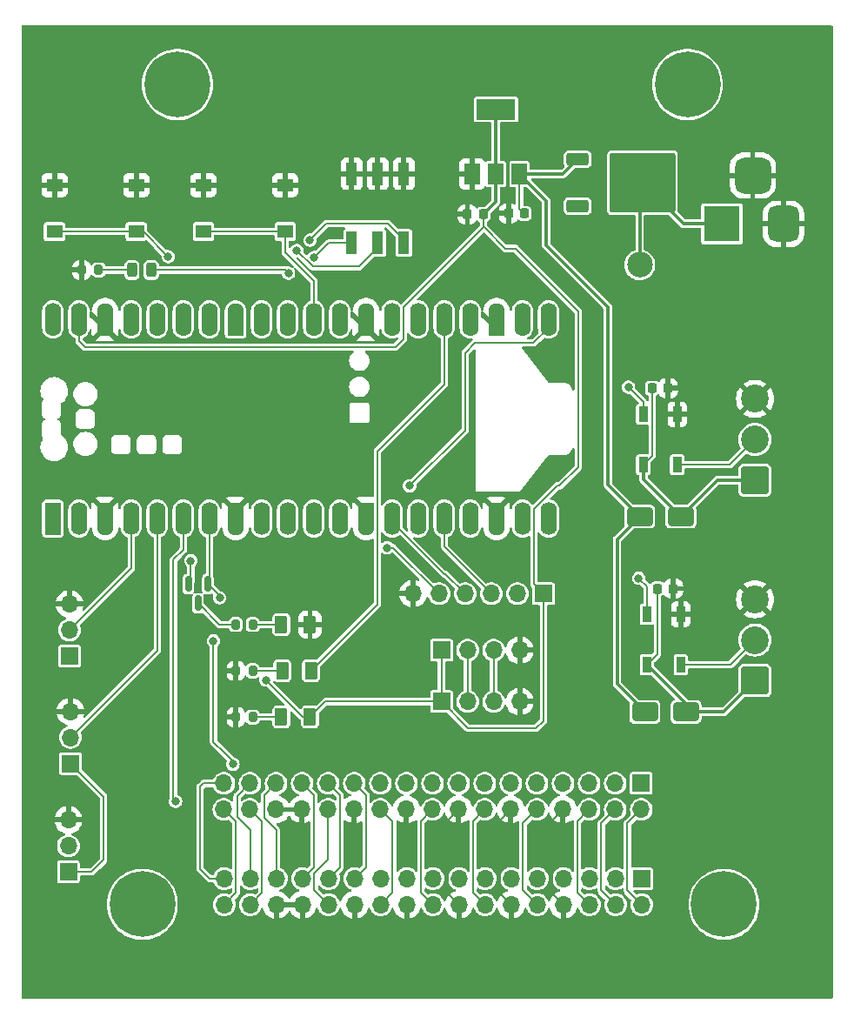
<source format=gbr>
%TF.GenerationSoftware,KiCad,Pcbnew,7.0.6*%
%TF.CreationDate,2023-11-17T09:02:37-06:00*%
%TF.ProjectId,ConnectorX,436f6e6e-6563-4746-9f72-582e6b696361,rev?*%
%TF.SameCoordinates,Original*%
%TF.FileFunction,Copper,L1,Top*%
%TF.FilePolarity,Positive*%
%FSLAX46Y46*%
G04 Gerber Fmt 4.6, Leading zero omitted, Abs format (unit mm)*
G04 Created by KiCad (PCBNEW 7.0.6) date 2023-11-17 09:02:37*
%MOMM*%
%LPD*%
G01*
G04 APERTURE LIST*
G04 Aperture macros list*
%AMRoundRect*
0 Rectangle with rounded corners*
0 $1 Rounding radius*
0 $2 $3 $4 $5 $6 $7 $8 $9 X,Y pos of 4 corners*
0 Add a 4 corners polygon primitive as box body*
4,1,4,$2,$3,$4,$5,$6,$7,$8,$9,$2,$3,0*
0 Add four circle primitives for the rounded corners*
1,1,$1+$1,$2,$3*
1,1,$1+$1,$4,$5*
1,1,$1+$1,$6,$7*
1,1,$1+$1,$8,$9*
0 Add four rect primitives between the rounded corners*
20,1,$1+$1,$2,$3,$4,$5,0*
20,1,$1+$1,$4,$5,$6,$7,0*
20,1,$1+$1,$6,$7,$8,$9,0*
20,1,$1+$1,$8,$9,$2,$3,0*%
%AMFreePoly0*
4,1,28,0.178017,0.779942,0.347107,0.720775,0.498792,0.625465,0.625465,0.498792,0.720775,0.347107,0.779942,0.178017,0.800000,0.000000,0.779942,-0.178017,0.720775,-0.347107,0.625465,-0.498792,0.498792,-0.625465,0.347107,-0.720775,0.178017,-0.779942,0.000000,-0.800000,-2.200000,-0.800000,-2.205014,-0.794986,-2.244504,-0.794986,-2.324698,-0.756366,-2.380194,-0.686777,-2.400000,-0.600000,
-2.400000,0.600000,-2.380194,0.686777,-2.324698,0.756366,-2.244504,0.794986,-2.205014,0.794986,-2.200000,0.800000,0.000000,0.800000,0.178017,0.779942,0.178017,0.779942,$1*%
%AMFreePoly1*
4,1,28,0.605014,0.794986,0.644504,0.794986,0.724698,0.756366,0.780194,0.686777,0.800000,0.600000,0.800000,-0.600000,0.780194,-0.686777,0.724698,-0.756366,0.644504,-0.794986,0.605014,-0.794986,0.600000,-0.800000,0.000000,-0.800000,-0.178017,-0.779942,-0.347107,-0.720775,-0.498792,-0.625465,-0.625465,-0.498792,-0.720775,-0.347107,-0.779942,-0.178017,-0.800000,0.000000,-0.779942,0.178017,
-0.720775,0.347107,-0.625465,0.498792,-0.498792,0.625465,-0.347107,0.720775,-0.178017,0.779942,0.000000,0.800000,0.600000,0.800000,0.605014,0.794986,0.605014,0.794986,$1*%
%AMFreePoly2*
4,1,29,0.605014,0.794986,0.644504,0.794986,0.724698,0.756366,0.780194,0.686777,0.800000,0.600000,0.800000,-0.600000,0.780194,-0.686777,0.724698,-0.756366,0.644504,-0.794986,0.605014,-0.794986,0.600000,-0.800000,0.000000,-0.800000,-1.600000,-0.800000,-1.778017,-0.779942,-1.947107,-0.720775,-2.098792,-0.625465,-2.225465,-0.498792,-2.320775,-0.347107,-2.379942,-0.178017,-2.400000,0.000000,
-2.379942,0.178017,-2.320775,0.347107,-2.225465,0.498792,-2.098792,0.625465,-1.947107,0.720775,-1.778017,0.779942,-1.600000,0.800000,0.600000,0.800000,0.605014,0.794986,0.605014,0.794986,$1*%
%AMFreePoly3*
4,1,28,0.178017,0.779942,0.347107,0.720775,0.498792,0.625465,0.625465,0.498792,0.720775,0.347107,0.779942,0.178017,0.800000,0.000000,0.779942,-0.178017,0.720775,-0.347107,0.625465,-0.498792,0.498792,-0.625465,0.347107,-0.720775,0.178017,-0.779942,0.000000,-0.800000,-0.600000,-0.800000,-0.605014,-0.794986,-0.644504,-0.794986,-0.724698,-0.756366,-0.780194,-0.686777,-0.800000,-0.600000,
-0.800000,0.600000,-0.780194,0.686777,-0.724698,0.756366,-0.644504,0.794986,-0.605014,0.794986,-0.600000,0.800000,0.000000,0.800000,0.178017,0.779942,0.178017,0.779942,$1*%
%AMFreePoly4*
4,1,29,1.778017,0.779942,1.947107,0.720775,2.098792,0.625465,2.225465,0.498792,2.320775,0.347107,2.379942,0.178017,2.400000,0.000000,2.379942,-0.178017,2.320775,-0.347107,2.225465,-0.498792,2.098792,-0.625465,1.947107,-0.720775,1.778017,-0.779942,1.600000,-0.800000,0.000000,-0.800000,-0.600000,-0.800000,-0.605014,-0.794986,-0.644504,-0.794986,-0.724698,-0.756366,-0.780194,-0.686777,
-0.800000,-0.600000,-0.800000,0.600000,-0.780194,0.686777,-0.724698,0.756366,-0.644504,0.794986,-0.605014,0.794986,-0.600000,0.800000,1.600000,0.800000,1.778017,0.779942,1.778017,0.779942,$1*%
G04 Aperture macros list end*
%TA.AperFunction,ComponentPad*%
%ADD10R,1.700000X1.700000*%
%TD*%
%TA.AperFunction,ComponentPad*%
%ADD11O,1.700000X1.700000*%
%TD*%
%TA.AperFunction,SMDPad,CuDef*%
%ADD12RoundRect,0.250000X-0.375000X-0.625000X0.375000X-0.625000X0.375000X0.625000X-0.375000X0.625000X0*%
%TD*%
%TA.AperFunction,SMDPad,CuDef*%
%ADD13RoundRect,0.250000X1.000000X0.650000X-1.000000X0.650000X-1.000000X-0.650000X1.000000X-0.650000X0*%
%TD*%
%TA.AperFunction,SMDPad,CuDef*%
%ADD14RoundRect,0.200000X-0.200000X-0.275000X0.200000X-0.275000X0.200000X0.275000X-0.200000X0.275000X0*%
%TD*%
%TA.AperFunction,SMDPad,CuDef*%
%ADD15R,1.550000X1.300000*%
%TD*%
%TA.AperFunction,SMDPad,CuDef*%
%ADD16C,2.500000*%
%TD*%
%TA.AperFunction,SMDPad,CuDef*%
%ADD17RoundRect,0.200000X0.200000X0.275000X-0.200000X0.275000X-0.200000X-0.275000X0.200000X-0.275000X0*%
%TD*%
%TA.AperFunction,ComponentPad*%
%ADD18C,0.800000*%
%TD*%
%TA.AperFunction,ComponentPad*%
%ADD19C,6.400000*%
%TD*%
%TA.AperFunction,SMDPad,CuDef*%
%ADD20RoundRect,0.250000X-0.850000X-0.350000X0.850000X-0.350000X0.850000X0.350000X-0.850000X0.350000X0*%
%TD*%
%TA.AperFunction,SMDPad,CuDef*%
%ADD21RoundRect,0.250000X-1.275000X-1.125000X1.275000X-1.125000X1.275000X1.125000X-1.275000X1.125000X0*%
%TD*%
%TA.AperFunction,SMDPad,CuDef*%
%ADD22RoundRect,0.249997X-2.950003X-2.650003X2.950003X-2.650003X2.950003X2.650003X-2.950003X2.650003X0*%
%TD*%
%TA.AperFunction,SMDPad,CuDef*%
%ADD23R,0.900000X1.500000*%
%TD*%
%TA.AperFunction,ComponentPad*%
%ADD24RoundRect,0.250001X1.099999X-1.099999X1.099999X1.099999X-1.099999X1.099999X-1.099999X-1.099999X0*%
%TD*%
%TA.AperFunction,ComponentPad*%
%ADD25C,2.700000*%
%TD*%
%TA.AperFunction,SMDPad,CuDef*%
%ADD26R,1.500000X2.000000*%
%TD*%
%TA.AperFunction,SMDPad,CuDef*%
%ADD27R,3.800000X2.000000*%
%TD*%
%TA.AperFunction,ComponentPad*%
%ADD28R,3.500000X3.500000*%
%TD*%
%TA.AperFunction,ComponentPad*%
%ADD29RoundRect,0.750000X0.750000X1.000000X-0.750000X1.000000X-0.750000X-1.000000X0.750000X-1.000000X0*%
%TD*%
%TA.AperFunction,ComponentPad*%
%ADD30RoundRect,0.875000X0.875000X0.875000X-0.875000X0.875000X-0.875000X-0.875000X0.875000X-0.875000X0*%
%TD*%
%TA.AperFunction,SMDPad,CuDef*%
%ADD31RoundRect,0.225000X-0.225000X-0.250000X0.225000X-0.250000X0.225000X0.250000X-0.225000X0.250000X0*%
%TD*%
%TA.AperFunction,SMDPad,CuDef*%
%ADD32RoundRect,0.250000X0.375000X0.625000X-0.375000X0.625000X-0.375000X-0.625000X0.375000X-0.625000X0*%
%TD*%
%TA.AperFunction,SMDPad,CuDef*%
%ADD33RoundRect,0.225000X0.225000X0.250000X-0.225000X0.250000X-0.225000X-0.250000X0.225000X-0.250000X0*%
%TD*%
%TA.AperFunction,SMDPad,CuDef*%
%ADD34RoundRect,0.243750X-0.243750X-0.456250X0.243750X-0.456250X0.243750X0.456250X-0.243750X0.456250X0*%
%TD*%
%TA.AperFunction,ComponentPad*%
%ADD35RoundRect,0.200000X0.600000X-0.600000X0.600000X0.600000X-0.600000X0.600000X-0.600000X-0.600000X0*%
%TD*%
%TA.AperFunction,SMDPad,CuDef*%
%ADD36FreePoly0,90.000000*%
%TD*%
%TA.AperFunction,ComponentPad*%
%ADD37C,1.600000*%
%TD*%
%TA.AperFunction,SMDPad,CuDef*%
%ADD38RoundRect,0.800000X0.000000X-0.800000X0.000000X0.800000X0.000000X0.800000X0.000000X-0.800000X0*%
%TD*%
%TA.AperFunction,ComponentPad*%
%ADD39FreePoly1,90.000000*%
%TD*%
%TA.AperFunction,SMDPad,CuDef*%
%ADD40FreePoly2,90.000000*%
%TD*%
%TA.AperFunction,ComponentPad*%
%ADD41FreePoly3,90.000000*%
%TD*%
%TA.AperFunction,SMDPad,CuDef*%
%ADD42FreePoly4,90.000000*%
%TD*%
%TA.AperFunction,SMDPad,CuDef*%
%ADD43R,1.120000X2.160000*%
%TD*%
%TA.AperFunction,SMDPad,CuDef*%
%ADD44RoundRect,0.150000X-0.150000X0.587500X-0.150000X-0.587500X0.150000X-0.587500X0.150000X0.587500X0*%
%TD*%
%TA.AperFunction,ViaPad*%
%ADD45C,0.800000*%
%TD*%
%TA.AperFunction,Conductor*%
%ADD46C,0.304800*%
%TD*%
%TA.AperFunction,Conductor*%
%ADD47C,0.203200*%
%TD*%
%TA.AperFunction,Conductor*%
%ADD48C,0.127000*%
%TD*%
G04 APERTURE END LIST*
D10*
%TO.P,J10,1,Pin_1*%
%TO.N,+3.3V*%
X157700000Y-111500000D03*
D11*
%TO.P,J10,2,Pin_2*%
%TO.N,/MCU/I2C1_SDA*%
X160240000Y-111500000D03*
%TO.P,J10,3,Pin_3*%
%TO.N,/MCU/I2C1_SCL*%
X162780000Y-111500000D03*
%TO.P,J10,4,Pin_4*%
%TO.N,GND*%
X165320000Y-111500000D03*
%TD*%
D12*
%TO.P,D2,1,K*%
%TO.N,Net-(D2-K)*%
X142100000Y-113000000D03*
%TO.P,D2,2,A*%
%TO.N,+3.3V*%
X144900000Y-113000000D03*
%TD*%
D13*
%TO.P,D8,1,K*%
%TO.N,Net-(D6-VDD)*%
X181500000Y-112500000D03*
%TO.P,D8,2,A*%
%TO.N,+5V*%
X177500000Y-112500000D03*
%TD*%
D14*
%TO.P,R3,1*%
%TO.N,Net-(Q1-D)*%
X137675000Y-104000000D03*
%TO.P,R3,2*%
%TO.N,Net-(D4-A)*%
X139325000Y-104000000D03*
%TD*%
D15*
%TO.P,SW1,1,1*%
%TO.N,GND*%
X134520000Y-61250000D03*
X142480000Y-61250000D03*
%TO.P,SW1,2,2*%
%TO.N,/MCU/RST_SW*%
X134520000Y-65750000D03*
X142480000Y-65750000D03*
%TD*%
D16*
%TO.P,TP1,1,1*%
%TO.N,Net-(D1-A)*%
X177000000Y-69000000D03*
%TD*%
D17*
%TO.P,R2,1*%
%TO.N,Net-(D3-K)*%
X139325000Y-108500000D03*
%TO.P,R2,2*%
%TO.N,GND*%
X137675000Y-108500000D03*
%TD*%
D18*
%TO.P,H2,1*%
%TO.N,N/C*%
X179250000Y-51450000D03*
X179952944Y-49752944D03*
X179952944Y-53147056D03*
X181650000Y-49050000D03*
D19*
X181650000Y-51450000D03*
D18*
X181650000Y-53850000D03*
X183347056Y-49752944D03*
X183347056Y-53147056D03*
X184050000Y-51450000D03*
%TD*%
D10*
%TO.P,J8,1,Pin_1*%
%TO.N,/RIO_connector/MXP_+5V*%
X177180000Y-128725000D03*
D11*
%TO.P,J8,2,Pin_2*%
%TO.N,/RIO_connector/MXP_AO0*%
X177180000Y-131265000D03*
%TO.P,J8,3,Pin_3*%
%TO.N,/RIO_connector/MXP_AI0*%
X174640000Y-128725000D03*
%TO.P,J8,4,Pin_4*%
%TO.N,/RIO_connector/MXP_AO1*%
X174640000Y-131265000D03*
%TO.P,J8,5,Pin_5*%
%TO.N,/RIO_connector/MXP_AI1*%
X172100000Y-128725000D03*
%TO.P,J8,6,Pin_6*%
%TO.N,AGND*%
X172100000Y-131265000D03*
%TO.P,J8,7,Pin_7*%
%TO.N,/RIO_connector/MXP_AI2*%
X169560000Y-128725000D03*
%TO.P,J8,8,Pin_8*%
%TO.N,GND*%
X169560000Y-131265000D03*
%TO.P,J8,9,Pin_9*%
%TO.N,/RIO_connector/MXP_AI3*%
X167020000Y-128725000D03*
%TO.P,J8,10,Pin_10*%
%TO.N,/RIO_connector/MXP_NAVX_UART_RX*%
X167020000Y-131265000D03*
%TO.P,J8,11,Pin_11*%
%TO.N,/RIO_connector/MXP_DIO0*%
X164480000Y-128725000D03*
%TO.P,J8,12,Pin_12*%
%TO.N,GND*%
X164480000Y-131265000D03*
%TO.P,J8,13,Pin_13*%
%TO.N,/RIO_connector/MXP_DIO1*%
X161940000Y-128725000D03*
%TO.P,J8,14,Pin_14*%
%TO.N,/RIO_connector/MXP_NAVX_UART_TX*%
X161940000Y-131265000D03*
%TO.P,J8,15,Pin_15*%
%TO.N,/RIO_connector/MXP_DIO2*%
X159400000Y-128725000D03*
%TO.P,J8,16,Pin_16*%
%TO.N,GND*%
X159400000Y-131265000D03*
%TO.P,J8,17,Pin_17*%
%TO.N,/RIO_connector/MXP_DIO3*%
X156860000Y-128725000D03*
%TO.P,J8,18,Pin_18*%
%TO.N,/RIO_connector/MXP_DIO11*%
X156860000Y-131265000D03*
%TO.P,J8,19,Pin_19*%
%TO.N,/RIO_connector/MXP_NAVX_CS*%
X154320000Y-128725000D03*
%TO.P,J8,20,Pin_20*%
%TO.N,GND*%
X154320000Y-131265000D03*
%TO.P,J8,21,Pin_21*%
%TO.N,/RIO_connector/MXP_SPI_CLK*%
X151780000Y-128725000D03*
%TO.P,J8,22,Pin_22*%
%TO.N,/RIO_connector/MXP_DIO12*%
X151780000Y-131265000D03*
%TO.P,J8,23,Pin_23*%
%TO.N,/RIO_connector/MXP_CIPO*%
X149240000Y-128725000D03*
%TO.P,J8,24,Pin_24*%
%TO.N,GND*%
X149240000Y-131265000D03*
%TO.P,J8,25,Pin_25*%
%TO.N,/RIO_connector/MXP_SPI_COPI*%
X146700000Y-128725000D03*
%TO.P,J8,26,Pin_26*%
%TO.N,/RIO_connector/MXP_DIO13*%
X146700000Y-131265000D03*
%TO.P,J8,27,Pin_27*%
%TO.N,/RIO_connector/MXP_PWM0*%
X144160000Y-128725000D03*
%TO.P,J8,28,Pin_28*%
%TO.N,GND*%
X144160000Y-131265000D03*
%TO.P,J8,29,Pin_29*%
%TO.N,/RIO_connector/MXP_PWM1*%
X141620000Y-128725000D03*
%TO.P,J8,30,Pin_30*%
%TO.N,GND*%
X141620000Y-131265000D03*
%TO.P,J8,31,Pin_31*%
%TO.N,/RIO_connector/MXP_PWM2*%
X139080000Y-128725000D03*
%TO.P,J8,32,Pin_32*%
%TO.N,/I2C0_SCL*%
X139080000Y-131265000D03*
%TO.P,J8,33,Pin_33*%
%TO.N,/RIO_connector/MXP_+3.3V*%
X136540000Y-128725000D03*
%TO.P,J8,34,Pin_34*%
%TO.N,/MCU/I2C0_SDA*%
X136540000Y-131265000D03*
%TD*%
D12*
%TO.P,D3,1,K*%
%TO.N,Net-(D3-K)*%
X142200000Y-108500000D03*
%TO.P,D3,2,A*%
%TO.N,/PICO_ALV*%
X145000000Y-108500000D03*
%TD*%
D20*
%TO.P,D1,1,K*%
%TO.N,+5V*%
X170960000Y-58720000D03*
D21*
%TO.P,D1,2,A*%
%TO.N,Net-(D1-A)*%
X175585000Y-59475000D03*
X175585000Y-62525000D03*
D22*
X177260000Y-61000000D03*
D21*
X178935000Y-59475000D03*
X178935000Y-62525000D03*
D20*
%TO.P,D1,3*%
%TO.N,N/C*%
X170960000Y-63280000D03*
%TD*%
D13*
%TO.P,D7,1,K*%
%TO.N,Net-(D5-VDD)*%
X181000000Y-93500000D03*
%TO.P,D7,2,A*%
%TO.N,+5V*%
X177000000Y-93500000D03*
%TD*%
D23*
%TO.P,D6,1,VDD*%
%TO.N,Net-(D6-VDD)*%
X177700000Y-107900000D03*
%TO.P,D6,2,DOUT*%
%TO.N,Net-(D6-DOUT)*%
X181000000Y-107900000D03*
%TO.P,D6,3,VSS*%
%TO.N,GND*%
X181000000Y-103000000D03*
%TO.P,D6,4,DIN*%
%TO.N,/MCU/LED1*%
X177700000Y-103000000D03*
%TD*%
D24*
%TO.P,J5,1,Pin_1*%
%TO.N,Net-(D5-VDD)*%
X188225000Y-89960000D03*
D25*
%TO.P,J5,2,Pin_2*%
%TO.N,Net-(D5-DOUT)*%
X188225000Y-86000000D03*
%TO.P,J5,3,Pin_3*%
%TO.N,GND*%
X188225000Y-82040000D03*
%TD*%
D10*
%TO.P,J9,1,Pin_1*%
%TO.N,+3.3V*%
X157700000Y-106500000D03*
D11*
%TO.P,J9,2,Pin_2*%
%TO.N,/MCU/I2C1_SDA*%
X160240000Y-106500000D03*
%TO.P,J9,3,Pin_3*%
%TO.N,/MCU/I2C1_SCL*%
X162780000Y-106500000D03*
%TO.P,J9,4,Pin_4*%
%TO.N,GND*%
X165320000Y-106500000D03*
%TD*%
D10*
%TO.P,J11,1,Pin_1*%
%TO.N,+3.3V*%
X167620000Y-101000000D03*
D11*
%TO.P,J11,2,Pin_2*%
%TO.N,/MCU/SPI1_MOSI*%
X165080000Y-101000000D03*
%TO.P,J11,3,Pin_3*%
%TO.N,/MCU/SPI1_MISO*%
X162540000Y-101000000D03*
%TO.P,J11,4,Pin_4*%
%TO.N,/MCU/SPI1_CLK*%
X160000000Y-101000000D03*
%TO.P,J11,5,Pin_5*%
%TO.N,/MCU/SPI1_CS*%
X157460000Y-101000000D03*
%TO.P,J11,6,Pin_6*%
%TO.N,GND*%
X154920000Y-101000000D03*
%TD*%
D10*
%TO.P,J2,1,Pin_1*%
%TO.N,+3.3V*%
X121475000Y-107080000D03*
D11*
%TO.P,J2,2,Pin_2*%
%TO.N,/MCU/GPIO2*%
X121475000Y-104540000D03*
%TO.P,J2,3,Pin_3*%
%TO.N,GND*%
X121475000Y-102000000D03*
%TD*%
D15*
%TO.P,SW2,1,1*%
%TO.N,GND*%
X120020000Y-61250000D03*
X127980000Y-61250000D03*
%TO.P,SW2,2,2*%
%TO.N,/MCU/CGF_SETUP*%
X120020000Y-65750000D03*
X127980000Y-65750000D03*
%TD*%
D10*
%TO.P,J3,1,Pin_1*%
%TO.N,+3.3V*%
X121575000Y-117525000D03*
D11*
%TO.P,J3,2,Pin_2*%
%TO.N,/MCU/GPIO3*%
X121575000Y-114985000D03*
%TO.P,J3,3,Pin_3*%
%TO.N,GND*%
X121575000Y-112445000D03*
%TD*%
D10*
%TO.P,J4,1,Pin_1*%
%TO.N,+3.3V*%
X121375000Y-128080000D03*
D11*
%TO.P,J4,2,Pin_2*%
%TO.N,/MCU/GPIO16*%
X121375000Y-125540000D03*
%TO.P,J4,3,Pin_3*%
%TO.N,GND*%
X121375000Y-123000000D03*
%TD*%
D17*
%TO.P,R4,1*%
%TO.N,Net-(D9-K)*%
X124325000Y-69500000D03*
%TO.P,R4,2*%
%TO.N,GND*%
X122675000Y-69500000D03*
%TD*%
D23*
%TO.P,D5,1,VDD*%
%TO.N,Net-(D5-VDD)*%
X177350000Y-88450000D03*
%TO.P,D5,2,DOUT*%
%TO.N,Net-(D5-DOUT)*%
X180650000Y-88450000D03*
%TO.P,D5,3,VSS*%
%TO.N,GND*%
X180650000Y-83550000D03*
%TO.P,D5,4,DIN*%
%TO.N,/MCU/LED0*%
X177350000Y-83550000D03*
%TD*%
D26*
%TO.P,U1,1,GND*%
%TO.N,GND*%
X160700000Y-60150000D03*
%TO.P,U1,2,VO*%
%TO.N,+3.3V*%
X163000000Y-60150000D03*
D27*
X163000000Y-53850000D03*
D26*
%TO.P,U1,3,VI*%
%TO.N,+5V*%
X165300000Y-60150000D03*
%TD*%
D18*
%TO.P,H1,1*%
%TO.N,N/C*%
X129600000Y-51450000D03*
X130302944Y-49752944D03*
X130302944Y-53147056D03*
X132000000Y-49050000D03*
D19*
X132000000Y-51450000D03*
D18*
X132000000Y-53850000D03*
X133697056Y-49752944D03*
X133697056Y-53147056D03*
X134400000Y-51450000D03*
%TD*%
D28*
%TO.P,J1,1*%
%TO.N,Net-(D1-A)*%
X185000000Y-65000000D03*
D29*
%TO.P,J1,2*%
%TO.N,GND*%
X191000000Y-65000000D03*
D30*
%TO.P,J1,3*%
X188000000Y-60300000D03*
%TD*%
D24*
%TO.P,J6,1,Pin_1*%
%TO.N,Net-(D6-VDD)*%
X188225000Y-109460000D03*
D25*
%TO.P,J6,2,Pin_2*%
%TO.N,Net-(D6-DOUT)*%
X188225000Y-105500000D03*
%TO.P,J6,3,Pin_3*%
%TO.N,GND*%
X188225000Y-101540000D03*
%TD*%
D31*
%TO.P,C3,1*%
%TO.N,Net-(D5-VDD)*%
X178225000Y-81000000D03*
%TO.P,C3,2*%
%TO.N,GND*%
X179775000Y-81000000D03*
%TD*%
D32*
%TO.P,D4,1,K*%
%TO.N,GND*%
X144900000Y-104000000D03*
%TO.P,D4,2,A*%
%TO.N,Net-(D4-A)*%
X142100000Y-104000000D03*
%TD*%
D18*
%TO.P,H3,1*%
%TO.N,N/C*%
X182800000Y-131230000D03*
X183502944Y-129532944D03*
X183502944Y-132927056D03*
X185200000Y-128830000D03*
D19*
X185200000Y-131230000D03*
D18*
X185200000Y-133630000D03*
X186897056Y-129532944D03*
X186897056Y-132927056D03*
X187600000Y-131230000D03*
%TD*%
D33*
%TO.P,C2,1*%
%TO.N,+3.3V*%
X161775000Y-64085000D03*
%TO.P,C2,2*%
%TO.N,GND*%
X160225000Y-64085000D03*
%TD*%
D34*
%TO.P,D9,1,K*%
%TO.N,Net-(D9-K)*%
X127562500Y-69500000D03*
%TO.P,D9,2,A*%
%TO.N,/MCU/CFG_LED*%
X129437500Y-69500000D03*
%TD*%
D35*
%TO.P,U2,1,GPIO0*%
%TO.N,/MCU/UART_TX*%
X119870000Y-92890000D03*
D36*
X119870000Y-92890000D03*
D37*
%TO.P,U2,2,GPIO1*%
%TO.N,/MCU/UART_RX*%
X122410000Y-92890000D03*
D38*
X122410000Y-93690000D03*
D39*
%TO.P,U2,3,GND*%
%TO.N,GND*%
X124950000Y-92890000D03*
D40*
X124950000Y-92890000D03*
D37*
%TO.P,U2,4,GPIO2*%
%TO.N,/MCU/GPIO2*%
X127490000Y-92890000D03*
D38*
X127490000Y-93690000D03*
D37*
%TO.P,U2,5,GPIO3*%
%TO.N,/MCU/GPIO3*%
X130030000Y-92890000D03*
D38*
X130030000Y-93690000D03*
D37*
%TO.P,U2,6,GPIO4*%
%TO.N,/MCU/I2C0_SDA*%
X132570000Y-92890000D03*
D38*
X132570000Y-93690000D03*
D37*
%TO.P,U2,7,GPIO5*%
%TO.N,/I2C0_SCL*%
X135110000Y-92890000D03*
D38*
X135110000Y-93690000D03*
D39*
%TO.P,U2,8,GND*%
%TO.N,GND*%
X137650000Y-92890000D03*
D40*
X137650000Y-92890000D03*
D37*
%TO.P,U2,9,GPIO6*%
%TO.N,unconnected-(U2-GPIO6-Pad9)*%
X140190000Y-92890000D03*
D38*
X140190000Y-93690000D03*
D37*
%TO.P,U2,10,GPIO7*%
%TO.N,unconnected-(U2-GPIO7-Pad10)*%
X142730000Y-92890000D03*
D38*
X142730000Y-93690000D03*
D37*
%TO.P,U2,11,GPIO8*%
%TO.N,/MCU/CGF_SETUP*%
X145270000Y-92890000D03*
D38*
X145270000Y-93690000D03*
D37*
%TO.P,U2,12,GPIO9*%
%TO.N,/MCU/SPI1_CS*%
X147810000Y-92890000D03*
D38*
X147810000Y-93690000D03*
D39*
%TO.P,U2,13,GND*%
%TO.N,GND*%
X150350000Y-92890000D03*
D40*
X150350000Y-92890000D03*
D37*
%TO.P,U2,14,GPIO10*%
%TO.N,/MCU/SPI1_CLK*%
X152890000Y-92890000D03*
D38*
X152890000Y-93690000D03*
D37*
%TO.P,U2,15,GPIO11*%
%TO.N,/MCU/SPI1_MOSI*%
X155430000Y-92890000D03*
D38*
X155430000Y-93690000D03*
D37*
%TO.P,U2,16,GPIO12*%
%TO.N,/MCU/SPI1_MISO*%
X157970000Y-92890000D03*
D38*
X157970000Y-93690000D03*
D37*
%TO.P,U2,17,GPIO13*%
%TO.N,/MCU/GPIO13*%
X160510000Y-92890000D03*
D38*
X160510000Y-93690000D03*
D39*
%TO.P,U2,18,GND*%
%TO.N,GND*%
X163050000Y-92890000D03*
D40*
X163050000Y-92890000D03*
D37*
%TO.P,U2,19,GPIO14*%
%TO.N,/MCU/I2C1_SDA*%
X165590000Y-92890000D03*
D38*
X165590000Y-93690000D03*
D37*
%TO.P,U2,20,GPIO15*%
%TO.N,/MCU/I2C1_SCL*%
X168130000Y-92890000D03*
D38*
X168130000Y-93690000D03*
D37*
%TO.P,U2,21,GPIO16*%
%TO.N,/MCU/GPIO16*%
X168130000Y-75110000D03*
D38*
X168130000Y-74310000D03*
D37*
%TO.P,U2,22,GPIO17*%
%TO.N,/MCU/GPIO17*%
X165590000Y-75110000D03*
D38*
X165590000Y-74310000D03*
D41*
%TO.P,U2,23,GND*%
%TO.N,GND*%
X163050000Y-75110000D03*
D42*
X163050000Y-75110000D03*
D37*
%TO.P,U2,24,GPIO18*%
%TO.N,/MCU/GPIO18*%
X160510000Y-75110000D03*
D38*
X160510000Y-74310000D03*
D37*
%TO.P,U2,25,GPIO19*%
%TO.N,/PICO_ALV*%
X157970000Y-75110000D03*
D38*
X157970000Y-74310000D03*
D37*
%TO.P,U2,26,GPIO20*%
%TO.N,/MCU/LED0*%
X155430000Y-75110000D03*
D38*
X155430000Y-74310000D03*
D37*
%TO.P,U2,27,GPIO21*%
%TO.N,/MCU/LED1*%
X152890000Y-75110000D03*
D38*
X152890000Y-74310000D03*
D41*
%TO.P,U2,28,GND*%
%TO.N,GND*%
X150350000Y-75110000D03*
D42*
X150350000Y-75110000D03*
D37*
%TO.P,U2,29,GPIO22*%
%TO.N,/MCU/CFG_LED*%
X147810000Y-75110000D03*
D38*
X147810000Y-74310000D03*
D37*
%TO.P,U2,30,RUN*%
%TO.N,/MCU/RST_SW*%
X145270000Y-75110000D03*
D38*
X145270000Y-74310000D03*
D37*
%TO.P,U2,31,GPIO26_ADC0*%
%TO.N,/MCU/I2C0_ADDR0*%
X142730000Y-75110000D03*
D38*
X142730000Y-74310000D03*
D37*
%TO.P,U2,32,GPIO27_ADC1*%
%TO.N,/MCU/I2C0_ADDR1*%
X140190000Y-75110000D03*
D38*
X140190000Y-74310000D03*
D41*
%TO.P,U2,33,AGND*%
%TO.N,unconnected-(U2-AGND-Pad33)*%
X137650000Y-75110000D03*
D42*
X137650000Y-75110000D03*
D37*
%TO.P,U2,34,GPIO28_ADC2*%
%TO.N,/MCU/I2C0_ADDR2*%
X135110000Y-75110000D03*
D38*
X135110000Y-74310000D03*
D37*
%TO.P,U2,35,ADC_VREF*%
%TO.N,unconnected-(U2-ADC_VREF-Pad35)*%
X132570000Y-75110000D03*
D38*
X132570000Y-74310000D03*
D37*
%TO.P,U2,36,3V3*%
%TO.N,unconnected-(U2-3V3-Pad36)*%
X130030000Y-75110000D03*
D38*
X130030000Y-74310000D03*
D37*
%TO.P,U2,37,3V3_EN*%
%TO.N,unconnected-(U2-3V3_EN-Pad37)*%
X127490000Y-75110000D03*
D38*
X127490000Y-74310000D03*
D41*
%TO.P,U2,38,GND*%
%TO.N,GND*%
X124950000Y-75110000D03*
D42*
X124950000Y-75110000D03*
D37*
%TO.P,U2,39,VSYS*%
%TO.N,+3.3V*%
X122410000Y-75110000D03*
D38*
X122410000Y-74310000D03*
D37*
%TO.P,U2,40,VBUS*%
%TO.N,unconnected-(U2-VBUS-Pad40)*%
X119870000Y-75110000D03*
D38*
X119870000Y-74310000D03*
%TD*%
D17*
%TO.P,R1,1*%
%TO.N,Net-(D2-K)*%
X139325000Y-113000000D03*
%TO.P,R1,2*%
%TO.N,GND*%
X137675000Y-113000000D03*
%TD*%
D43*
%TO.P,SW3,1*%
%TO.N,/MCU/I2C0_ADDR0*%
X148960000Y-66865000D03*
%TO.P,SW3,2*%
%TO.N,/MCU/I2C0_ADDR1*%
X151500000Y-66865000D03*
%TO.P,SW3,3*%
%TO.N,/MCU/I2C0_ADDR2*%
X154040000Y-66865000D03*
%TO.P,SW3,4*%
%TO.N,GND*%
X154040000Y-60135000D03*
%TO.P,SW3,5*%
X151500000Y-60135000D03*
%TO.P,SW3,6*%
X148960000Y-60135000D03*
%TD*%
D33*
%TO.P,C1,1*%
%TO.N,+5V*%
X165775000Y-64000000D03*
%TO.P,C1,2*%
%TO.N,GND*%
X164225000Y-64000000D03*
%TD*%
D44*
%TO.P,Q1,1,G*%
%TO.N,/I2C0_SCL*%
X134950000Y-100062500D03*
%TO.P,Q1,2,S*%
%TO.N,+3.3V*%
X133050000Y-100062500D03*
%TO.P,Q1,3,D*%
%TO.N,Net-(Q1-D)*%
X134000000Y-101937500D03*
%TD*%
D31*
%TO.P,C4,1*%
%TO.N,Net-(D6-VDD)*%
X178725000Y-100500000D03*
%TO.P,C4,2*%
%TO.N,GND*%
X180275000Y-100500000D03*
%TD*%
D18*
%TO.P,H4,1*%
%TO.N,N/C*%
X126170000Y-131230000D03*
X126872944Y-129532944D03*
X126872944Y-132927056D03*
X128570000Y-128830000D03*
D19*
X128570000Y-131230000D03*
D18*
X128570000Y-133630000D03*
X130267056Y-129532944D03*
X130267056Y-132927056D03*
X130970000Y-131230000D03*
%TD*%
D10*
%TO.P,J7,1,Pin_1*%
%TO.N,/RIO_connector/MXP_+5V*%
X177150000Y-119460000D03*
D11*
%TO.P,J7,2,Pin_2*%
%TO.N,/RIO_connector/MXP_AO0*%
X177150000Y-122000000D03*
%TO.P,J7,3,Pin_3*%
%TO.N,/RIO_connector/MXP_AI0*%
X174610000Y-119460000D03*
%TO.P,J7,4,Pin_4*%
%TO.N,/RIO_connector/MXP_AO1*%
X174610000Y-122000000D03*
%TO.P,J7,5,Pin_5*%
%TO.N,/RIO_connector/MXP_AI1*%
X172070000Y-119460000D03*
%TO.P,J7,6,Pin_6*%
%TO.N,AGND*%
X172070000Y-122000000D03*
%TO.P,J7,7,Pin_7*%
%TO.N,/RIO_connector/MXP_AI2*%
X169530000Y-119460000D03*
%TO.P,J7,8,Pin_8*%
%TO.N,GND*%
X169530000Y-122000000D03*
%TO.P,J7,9,Pin_9*%
%TO.N,/RIO_connector/MXP_AI3*%
X166990000Y-119460000D03*
%TO.P,J7,10,Pin_10*%
%TO.N,/RIO_connector/MXP_NAVX_UART_RX*%
X166990000Y-122000000D03*
%TO.P,J7,11,Pin_11*%
%TO.N,/RIO_connector/MXP_DIO0*%
X164450000Y-119460000D03*
%TO.P,J7,12,Pin_12*%
%TO.N,GND*%
X164450000Y-122000000D03*
%TO.P,J7,13,Pin_13*%
%TO.N,/RIO_connector/MXP_DIO1*%
X161910000Y-119460000D03*
%TO.P,J7,14,Pin_14*%
%TO.N,/RIO_connector/MXP_NAVX_UART_TX*%
X161910000Y-122000000D03*
%TO.P,J7,15,Pin_15*%
%TO.N,/RIO_connector/MXP_DIO2*%
X159370000Y-119460000D03*
%TO.P,J7,16,Pin_16*%
%TO.N,GND*%
X159370000Y-122000000D03*
%TO.P,J7,17,Pin_17*%
%TO.N,/RIO_connector/MXP_DIO3*%
X156830000Y-119460000D03*
%TO.P,J7,18,Pin_18*%
%TO.N,/RIO_connector/MXP_DIO11*%
X156830000Y-122000000D03*
%TO.P,J7,19,Pin_19*%
%TO.N,/RIO_connector/MXP_NAVX_CS*%
X154290000Y-119460000D03*
%TO.P,J7,20,Pin_20*%
%TO.N,GND*%
X154290000Y-122000000D03*
%TO.P,J7,21,Pin_21*%
%TO.N,/RIO_connector/MXP_SPI_CLK*%
X151750000Y-119460000D03*
%TO.P,J7,22,Pin_22*%
%TO.N,/RIO_connector/MXP_DIO12*%
X151750000Y-122000000D03*
%TO.P,J7,23,Pin_23*%
%TO.N,/RIO_connector/MXP_CIPO*%
X149210000Y-119460000D03*
%TO.P,J7,24,Pin_24*%
%TO.N,GND*%
X149210000Y-122000000D03*
%TO.P,J7,25,Pin_25*%
%TO.N,/RIO_connector/MXP_SPI_COPI*%
X146670000Y-119460000D03*
%TO.P,J7,26,Pin_26*%
%TO.N,/RIO_connector/MXP_DIO13*%
X146670000Y-122000000D03*
%TO.P,J7,27,Pin_27*%
%TO.N,/RIO_connector/MXP_PWM0*%
X144130000Y-119460000D03*
%TO.P,J7,28,Pin_28*%
%TO.N,GND*%
X144130000Y-122000000D03*
%TO.P,J7,29,Pin_29*%
%TO.N,/RIO_connector/MXP_PWM1*%
X141590000Y-119460000D03*
%TO.P,J7,30,Pin_30*%
%TO.N,GND*%
X141590000Y-122000000D03*
%TO.P,J7,31,Pin_31*%
%TO.N,/RIO_connector/MXP_PWM2*%
X139050000Y-119460000D03*
%TO.P,J7,32,Pin_32*%
%TO.N,/I2C0_SCL*%
X139050000Y-122000000D03*
%TO.P,J7,33,Pin_33*%
%TO.N,/RIO_connector/MXP_+3.3V*%
X136510000Y-119460000D03*
%TO.P,J7,34,Pin_34*%
%TO.N,/MCU/I2C0_SDA*%
X136510000Y-122000000D03*
%TD*%
D45*
%TO.N,+3.3V*%
X140600000Y-109400000D03*
X133300000Y-97800000D03*
%TO.N,/MCU/LED0*%
X175900000Y-80900000D03*
%TO.N,/MCU/LED1*%
X176900000Y-99500000D03*
%TO.N,/MCU/CFG_LED*%
X142800000Y-69800000D03*
%TO.N,/MCU/GPIO16*%
X154600000Y-90500000D03*
%TO.N,/I2C0_SCL*%
X135500000Y-105600000D03*
X136100000Y-101400000D03*
X137400000Y-117600000D03*
%TO.N,/MCU/I2C0_SDA*%
X131800000Y-121200000D03*
%TO.N,/MCU/SPI1_CS*%
X152400000Y-96520000D03*
%TO.N,/MCU/CGF_SETUP*%
X131100000Y-68200000D03*
%TO.N,/MCU/I2C0_ADDR0*%
X145300000Y-68300000D03*
%TO.N,/MCU/I2C0_ADDR1*%
X143600000Y-67598900D03*
%TO.N,/MCU/I2C0_ADDR2*%
X144900000Y-66600000D03*
%TD*%
D46*
%TO.N,+5V*%
X167900000Y-67100000D02*
X167900000Y-62750000D01*
X173900000Y-90400000D02*
X173900000Y-73100000D01*
X165300000Y-60150000D02*
X169530000Y-60150000D01*
D47*
X165775000Y-64000000D02*
X165300000Y-63525000D01*
D46*
X177500000Y-112500000D02*
X174800000Y-109800000D01*
X169530000Y-60150000D02*
X170960000Y-58720000D01*
D47*
X165300000Y-63525000D02*
X165300000Y-60150000D01*
D46*
X177000000Y-93500000D02*
X173900000Y-90400000D01*
X167900000Y-62750000D02*
X165300000Y-60150000D01*
X173900000Y-73100000D02*
X167900000Y-67100000D01*
X174800000Y-109800000D02*
X174800000Y-95700000D01*
X174800000Y-95700000D02*
X177000000Y-93500000D01*
D48*
%TO.N,GND*%
X168446500Y-130151500D02*
X169560000Y-131265000D01*
X168446500Y-123083500D02*
X168446500Y-130151500D01*
X159370000Y-122000000D02*
X158286500Y-123083500D01*
X169530000Y-122000000D02*
X168446500Y-123083500D01*
X158286500Y-130151500D02*
X159400000Y-131265000D01*
X163366500Y-123083500D02*
X163366500Y-130151500D01*
X163366500Y-130151500D02*
X164480000Y-131265000D01*
X164450000Y-122000000D02*
X163366500Y-123083500D01*
X158286500Y-123083500D02*
X158286500Y-130151500D01*
D47*
%TO.N,+3.3V*%
X171000000Y-73500000D02*
X164900000Y-67400000D01*
D46*
X161775000Y-64085000D02*
X163000000Y-62860000D01*
D47*
X166691600Y-100071600D02*
X166691600Y-92770502D01*
X161775000Y-65325000D02*
X161775000Y-64085000D01*
X123620000Y-128080000D02*
X121375000Y-128080000D01*
X153991600Y-73108400D02*
X161775000Y-65325000D01*
X167620000Y-113380000D02*
X167620000Y-101000000D01*
X166900000Y-114100000D02*
X167620000Y-113380000D01*
X123000000Y-77000000D02*
X153200000Y-77000000D01*
X122410000Y-75110000D02*
X122410000Y-76410000D01*
X166691600Y-92770502D02*
X168962102Y-90500000D01*
X164900000Y-67400000D02*
X163900000Y-67400000D01*
X167620000Y-101000000D02*
X166691600Y-100071600D01*
X157700000Y-111500000D02*
X160300000Y-114100000D01*
X133300000Y-97800000D02*
X133300000Y-99812500D01*
X161775000Y-65275000D02*
X161775000Y-64085000D01*
X144900000Y-113000000D02*
X146400000Y-111500000D01*
X163900000Y-67400000D02*
X161775000Y-65275000D01*
X157700000Y-111500000D02*
X157700000Y-106500000D01*
X122410000Y-76410000D02*
X123000000Y-77000000D01*
X146400000Y-111500000D02*
X157700000Y-111500000D01*
X133300000Y-99812500D02*
X133050000Y-100062500D01*
X153991600Y-76208400D02*
X153991600Y-73108400D01*
X144200000Y-113000000D02*
X144900000Y-113000000D01*
X124800000Y-126900000D02*
X123620000Y-128080000D01*
X153200000Y-77000000D02*
X153991600Y-76208400D01*
X140600000Y-109400000D02*
X144200000Y-113000000D01*
D46*
X163000000Y-62860000D02*
X163000000Y-60150000D01*
D47*
X168962102Y-90500000D02*
X169200000Y-90500000D01*
X121575000Y-117525000D02*
X124800000Y-120750000D01*
D46*
X163000000Y-60150000D02*
X163000000Y-53850000D01*
D47*
X124800000Y-120750000D02*
X124800000Y-126900000D01*
X160300000Y-114100000D02*
X166900000Y-114100000D01*
X169200000Y-90500000D02*
X171000000Y-88700000D01*
X171000000Y-88700000D02*
X171000000Y-73500000D01*
%TO.N,Net-(D5-VDD)*%
X178225000Y-81000000D02*
X178225000Y-87575000D01*
D46*
X184540000Y-89960000D02*
X188225000Y-89960000D01*
X177350000Y-89850000D02*
X181000000Y-93500000D01*
D47*
X178225000Y-87575000D02*
X177350000Y-88450000D01*
D46*
X177350000Y-88450000D02*
X177350000Y-89850000D01*
X181000000Y-93500000D02*
X184540000Y-89960000D01*
%TO.N,Net-(D6-VDD)*%
X181500000Y-111700000D02*
X181500000Y-112500000D01*
X185185000Y-112500000D02*
X188225000Y-109460000D01*
D47*
X178725000Y-100500000D02*
X178725000Y-106875000D01*
X178725000Y-106875000D02*
X177700000Y-107900000D01*
D46*
X177700000Y-107900000D02*
X181500000Y-111700000D01*
X181500000Y-112500000D02*
X185185000Y-112500000D01*
%TO.N,Net-(D1-A)*%
X177260000Y-61000000D02*
X181260000Y-65000000D01*
X181260000Y-65000000D02*
X185000000Y-65000000D01*
X177000000Y-69000000D02*
X177000000Y-61260000D01*
X177000000Y-61260000D02*
X177260000Y-61000000D01*
D47*
%TO.N,Net-(D2-K)*%
X139325000Y-113000000D02*
X142100000Y-113000000D01*
%TO.N,Net-(D3-K)*%
X139325000Y-108500000D02*
X142200000Y-108500000D01*
%TO.N,/PICO_ALV*%
X151451600Y-102048400D02*
X151451600Y-87148400D01*
X157970000Y-80630000D02*
X157970000Y-75110000D01*
X145000000Y-108500000D02*
X151451600Y-102048400D01*
X151451600Y-87148400D02*
X157970000Y-80630000D01*
%TO.N,Net-(D4-A)*%
X139325000Y-104000000D02*
X142100000Y-104000000D01*
%TO.N,Net-(D5-DOUT)*%
X180650000Y-88450000D02*
X185775000Y-88450000D01*
X185775000Y-88450000D02*
X188225000Y-86000000D01*
%TO.N,/MCU/LED0*%
X177350000Y-82350000D02*
X177350000Y-83550000D01*
X175900000Y-80900000D02*
X177350000Y-82350000D01*
%TO.N,Net-(D6-DOUT)*%
X185825000Y-107900000D02*
X188225000Y-105500000D01*
X181000000Y-107900000D02*
X185825000Y-107900000D01*
%TO.N,/MCU/LED1*%
X176900000Y-99500000D02*
X177700000Y-100300000D01*
X177700000Y-100300000D02*
X177700000Y-103000000D01*
%TO.N,Net-(D9-K)*%
X127562500Y-69500000D02*
X124325000Y-69500000D01*
%TO.N,/MCU/CFG_LED*%
X129437500Y-69500000D02*
X142500000Y-69500000D01*
X142500000Y-69500000D02*
X142800000Y-69800000D01*
%TO.N,/MCU/GPIO2*%
X127490000Y-98525000D02*
X127490000Y-92890000D01*
X121475000Y-104540000D02*
X127490000Y-98525000D01*
%TO.N,/MCU/GPIO3*%
X121575000Y-114985000D02*
X130030000Y-106530000D01*
X130030000Y-106530000D02*
X130030000Y-92890000D01*
%TO.N,/MCU/GPIO16*%
X160000000Y-85100000D02*
X154600000Y-90500000D01*
X160000000Y-77578158D02*
X160000000Y-85100000D01*
X160978158Y-76600000D02*
X160000000Y-77578158D01*
X166640000Y-76600000D02*
X160978158Y-76600000D01*
X168130000Y-75110000D02*
X166640000Y-76600000D01*
%TO.N,/RIO_connector/MXP_AO0*%
X175791600Y-123358400D02*
X175791600Y-129876600D01*
X177150000Y-122000000D02*
X175791600Y-123358400D01*
X175791600Y-129876600D02*
X177180000Y-131265000D01*
%TO.N,/RIO_connector/MXP_AO1*%
X173251600Y-123358400D02*
X173251600Y-129876600D01*
X173251600Y-129876600D02*
X174640000Y-131265000D01*
X174610000Y-122000000D02*
X173251600Y-123358400D01*
%TO.N,AGND*%
X170948400Y-123121600D02*
X170948400Y-130113400D01*
X170948400Y-130113400D02*
X172100000Y-131265000D01*
X172070000Y-122000000D02*
X170948400Y-123121600D01*
%TO.N,/RIO_connector/MXP_NAVX_UART_RX*%
X165631600Y-129876600D02*
X167020000Y-131265000D01*
X166990000Y-122000000D02*
X165631600Y-123358400D01*
X165631600Y-123358400D02*
X165631600Y-129876600D01*
%TO.N,/RIO_connector/MXP_NAVX_UART_TX*%
X160788400Y-130113400D02*
X161940000Y-131265000D01*
X160788400Y-123121600D02*
X160788400Y-130113400D01*
X161910000Y-122000000D02*
X160788400Y-123121600D01*
%TO.N,/RIO_connector/MXP_DIO11*%
X156830000Y-122000000D02*
X155708400Y-123121600D01*
X155708400Y-123121600D02*
X155708400Y-130113400D01*
X155708400Y-130113400D02*
X156860000Y-131265000D01*
%TO.N,/RIO_connector/MXP_DIO12*%
X152931600Y-130113400D02*
X151780000Y-131265000D01*
X152931600Y-123181600D02*
X152931600Y-130113400D01*
X151750000Y-122000000D02*
X152931600Y-123181600D01*
%TO.N,/RIO_connector/MXP_CIPO*%
X149210000Y-119460000D02*
X150361600Y-120611600D01*
X150361600Y-120611600D02*
X150361600Y-127603400D01*
X150361600Y-127603400D02*
X149240000Y-128725000D01*
%TO.N,/RIO_connector/MXP_SPI_COPI*%
X146670000Y-119460000D02*
X147821600Y-120611600D01*
X147821600Y-120611600D02*
X147821600Y-127603400D01*
X147821600Y-127603400D02*
X146700000Y-128725000D01*
%TO.N,/RIO_connector/MXP_DIO13*%
X146700000Y-131265000D02*
X145311600Y-129876600D01*
X145311600Y-128211601D02*
X146670000Y-126853201D01*
X145311600Y-129876600D02*
X145311600Y-128211601D01*
X146670000Y-126853201D02*
X146670000Y-122000000D01*
%TO.N,/RIO_connector/MXP_PWM0*%
X145281600Y-120611600D02*
X145281600Y-127603400D01*
X144130000Y-119460000D02*
X145281600Y-120611600D01*
X145281600Y-127603400D02*
X144160000Y-128725000D01*
%TO.N,/RIO_connector/MXP_PWM1*%
X141590000Y-119460000D02*
X140438400Y-120611600D01*
X140438400Y-122818189D02*
X141620000Y-123999789D01*
X140438400Y-120611600D02*
X140438400Y-122818189D01*
X141620000Y-123999789D02*
X141620000Y-128725000D01*
%TO.N,/RIO_connector/MXP_PWM2*%
X139080000Y-123999790D02*
X139080000Y-128725000D01*
X137800000Y-122719790D02*
X139080000Y-123999790D01*
X139050000Y-119460000D02*
X137800000Y-120710000D01*
X137800000Y-120710000D02*
X137800000Y-122719790D01*
%TO.N,/I2C0_SCL*%
X135110000Y-99902500D02*
X135110000Y-92890000D01*
X135500000Y-115400000D02*
X135500000Y-105600000D01*
X136100000Y-101400000D02*
X136100000Y-101212500D01*
X136600000Y-116500000D02*
X137400000Y-117300000D01*
X140231600Y-123181600D02*
X140231600Y-130113400D01*
X136100000Y-101212500D02*
X134950000Y-100062500D01*
X134950000Y-100062500D02*
X135110000Y-99902500D01*
X140231600Y-130113400D02*
X139080000Y-131265000D01*
X136600000Y-116500000D02*
X135500000Y-115400000D01*
X137400000Y-117300000D02*
X137400000Y-117600000D01*
X139050000Y-122000000D02*
X140231600Y-123181600D01*
%TO.N,/RIO_connector/MXP_+3.3V*%
X135125000Y-128725000D02*
X136540000Y-128725000D01*
X136510000Y-119460000D02*
X134540000Y-119460000D01*
X134200000Y-119800000D02*
X134200000Y-127800000D01*
X134200000Y-127800000D02*
X135125000Y-128725000D01*
X134540000Y-119460000D02*
X134200000Y-119800000D01*
%TO.N,/MCU/I2C0_SDA*%
X132570000Y-92890000D02*
X132570000Y-96730000D01*
X136510000Y-122000000D02*
X137691600Y-123181600D01*
X132570000Y-96730000D02*
X131600000Y-97700000D01*
X137691600Y-130113400D02*
X136540000Y-131265000D01*
X137691600Y-123181600D02*
X137691600Y-130113400D01*
X131600000Y-97700000D02*
X131600000Y-121000000D01*
X131600000Y-121000000D02*
X131800000Y-121200000D01*
%TO.N,/MCU/I2C1_SDA*%
X160240000Y-111500000D02*
X160240000Y-106500000D01*
%TO.N,/MCU/I2C1_SCL*%
X162780000Y-111500000D02*
X162780000Y-106500000D01*
D48*
%TO.N,/MCU/SPI1_MISO*%
X157970000Y-96430000D02*
X157970000Y-92890000D01*
X162540000Y-101000000D02*
X157970000Y-96430000D01*
%TO.N,/MCU/SPI1_CLK*%
X160000000Y-101000000D02*
X158100000Y-99100000D01*
X152890000Y-92890000D02*
X152890000Y-94021370D01*
X152890000Y-94021370D02*
X157968630Y-99100000D01*
X158100000Y-99100000D02*
X157968630Y-99100000D01*
D47*
%TO.N,/MCU/SPI1_CS*%
X152980000Y-96520000D02*
X152400000Y-96520000D01*
X157460000Y-101000000D02*
X152980000Y-96520000D01*
%TO.N,Net-(Q1-D)*%
X136062500Y-104000000D02*
X137675000Y-104000000D01*
X134000000Y-101937500D02*
X136062500Y-104000000D01*
D48*
%TO.N,/MCU/RST_SW*%
X134520000Y-65750000D02*
X142480000Y-65750000D01*
D47*
X142480000Y-65750000D02*
X142480000Y-67780000D01*
X145270000Y-70570000D02*
X145270000Y-75110000D01*
X142480000Y-67780000D02*
X145270000Y-70570000D01*
%TO.N,/MCU/CGF_SETUP*%
X128650000Y-65750000D02*
X131100000Y-68200000D01*
D48*
X120020000Y-65750000D02*
X127980000Y-65750000D01*
D47*
X127980000Y-65750000D02*
X128650000Y-65750000D01*
%TO.N,/MCU/I2C0_ADDR0*%
X148960000Y-66865000D02*
X146735000Y-66865000D01*
X146735000Y-66865000D02*
X145300000Y-68300000D01*
%TO.N,/MCU/I2C0_ADDR1*%
X145165995Y-69164895D02*
X143600000Y-67598900D01*
X151500000Y-66865000D02*
X151500000Y-67385000D01*
X151500000Y-67385000D02*
X149720105Y-69164895D01*
X149720105Y-69164895D02*
X145165995Y-69164895D01*
%TO.N,/MCU/I2C0_ADDR2*%
X154040000Y-66865000D02*
X154040000Y-66540000D01*
X154040000Y-66540000D02*
X152500000Y-65000000D01*
X152500000Y-65000000D02*
X146500000Y-65000000D01*
X146500000Y-65000000D02*
X144900000Y-66600000D01*
%TD*%
%TA.AperFunction,Conductor*%
%TO.N,GND*%
G36*
X143700507Y-131055156D02*
G01*
X143660000Y-131193111D01*
X143660000Y-131336889D01*
X143700507Y-131474844D01*
X143726314Y-131515000D01*
X142053686Y-131515000D01*
X142079493Y-131474844D01*
X142120000Y-131336889D01*
X142120000Y-131193111D01*
X142079493Y-131055156D01*
X142053686Y-131015000D01*
X143726314Y-131015000D01*
X143700507Y-131055156D01*
G37*
%TD.AperFunction*%
%TA.AperFunction,Conductor*%
G36*
X149460000Y-123330634D02*
G01*
X149673494Y-123273429D01*
X149862384Y-123185348D01*
X149924095Y-123177770D01*
X149978474Y-123207913D01*
X150004750Y-123264261D01*
X150005500Y-123276522D01*
X150005500Y-127414228D01*
X149986287Y-127473359D01*
X149976035Y-127485363D01*
X149777113Y-127684284D01*
X149721715Y-127712510D01*
X149669637Y-127706956D01*
X149543554Y-127658111D01*
X149543549Y-127658110D01*
X149342349Y-127620500D01*
X149342347Y-127620500D01*
X149137653Y-127620500D01*
X149137651Y-127620500D01*
X148936450Y-127658110D01*
X148936445Y-127658111D01*
X148745576Y-127732054D01*
X148745572Y-127732056D01*
X148675087Y-127775699D01*
X148571538Y-127839814D01*
X148571536Y-127839815D01*
X148571537Y-127839815D01*
X148571528Y-127839821D01*
X148420268Y-127977714D01*
X148296910Y-128141068D01*
X148296909Y-128141069D01*
X148205673Y-128324295D01*
X148205672Y-128324296D01*
X148149654Y-128521182D01*
X148149654Y-128521183D01*
X148130768Y-128725000D01*
X148149654Y-128928816D01*
X148149654Y-128928817D01*
X148205672Y-129125703D01*
X148205673Y-129125704D01*
X148296909Y-129308930D01*
X148296910Y-129308931D01*
X148296912Y-129308935D01*
X148400723Y-129446403D01*
X148420268Y-129472285D01*
X148571528Y-129610178D01*
X148571532Y-129610181D01*
X148571538Y-129610186D01*
X148745573Y-129717944D01*
X148850216Y-129758483D01*
X148888543Y-129773331D01*
X148936741Y-129812607D01*
X148952647Y-129872712D01*
X148930188Y-129930688D01*
X148878240Y-129964310D01*
X148776504Y-129991570D01*
X148562427Y-130091397D01*
X148562419Y-130091402D01*
X148368919Y-130226892D01*
X148201892Y-130393919D01*
X148066402Y-130587419D01*
X148066397Y-130587427D01*
X147966570Y-130801504D01*
X147939530Y-130902419D01*
X147905667Y-130954562D01*
X147847622Y-130976843D01*
X147787567Y-130960751D01*
X147748440Y-130912432D01*
X147745598Y-130903910D01*
X147734328Y-130864299D01*
X147734327Y-130864297D01*
X147643088Y-130681065D01*
X147519732Y-130517715D01*
X147519731Y-130517714D01*
X147368471Y-130379821D01*
X147368466Y-130379817D01*
X147368462Y-130379814D01*
X147194427Y-130272056D01*
X147194423Y-130272054D01*
X147003554Y-130198111D01*
X147003549Y-130198110D01*
X146802349Y-130160500D01*
X146802347Y-130160500D01*
X146597653Y-130160500D01*
X146597651Y-130160500D01*
X146396450Y-130198110D01*
X146396441Y-130198112D01*
X146270360Y-130246956D01*
X146208282Y-130250401D01*
X146162885Y-130224284D01*
X145697165Y-129758564D01*
X145668939Y-129703166D01*
X145667700Y-129687429D01*
X145667700Y-129490949D01*
X145686913Y-129431818D01*
X145737213Y-129395273D01*
X145799387Y-129395273D01*
X145848581Y-129430325D01*
X145880265Y-129472283D01*
X146031528Y-129610178D01*
X146031532Y-129610181D01*
X146031538Y-129610186D01*
X146205573Y-129717944D01*
X146396444Y-129791888D01*
X146445824Y-129801118D01*
X146597651Y-129829500D01*
X146597653Y-129829500D01*
X146802348Y-129829500D01*
X146892718Y-129812607D01*
X147003556Y-129791888D01*
X147194427Y-129717944D01*
X147368462Y-129610186D01*
X147519732Y-129472285D01*
X147643088Y-129308935D01*
X147734328Y-129125701D01*
X147790345Y-128928821D01*
X147809232Y-128725000D01*
X147790345Y-128521179D01*
X147734328Y-128324299D01*
X147723368Y-128302288D01*
X147714210Y-128240792D01*
X147742285Y-128186314D01*
X148039910Y-127888689D01*
X148056017Y-127875610D01*
X148066115Y-127869014D01*
X148087122Y-127842021D01*
X148091243Y-127837357D01*
X148094266Y-127834335D01*
X148107135Y-127816310D01*
X148139111Y-127775228D01*
X148139111Y-127775225D01*
X148142671Y-127768647D01*
X148145936Y-127761967D01*
X148145941Y-127761961D01*
X148160799Y-127712051D01*
X148177700Y-127662823D01*
X148177700Y-127662822D01*
X148178928Y-127655460D01*
X148179852Y-127648054D01*
X148177700Y-127596032D01*
X148177700Y-123118471D01*
X148196913Y-123059340D01*
X148247213Y-123022795D01*
X148309387Y-123022795D01*
X148336002Y-123036065D01*
X148532410Y-123173593D01*
X148532426Y-123173602D01*
X148746505Y-123273429D01*
X148959999Y-123330634D01*
X148960000Y-123330634D01*
X148960000Y-122435501D01*
X149067685Y-122484680D01*
X149174237Y-122500000D01*
X149245763Y-122500000D01*
X149352315Y-122484680D01*
X149460000Y-122435501D01*
X149460000Y-123330634D01*
G37*
%TD.AperFunction*%
%TA.AperFunction,Conductor*%
G36*
X158028440Y-122305101D02*
G01*
X158066820Y-122354015D01*
X158069530Y-122362581D01*
X158096570Y-122463494D01*
X158196397Y-122677573D01*
X158196402Y-122677581D01*
X158331892Y-122871080D01*
X158498919Y-123038107D01*
X158692418Y-123173597D01*
X158692426Y-123173602D01*
X158906505Y-123273429D01*
X159119999Y-123330634D01*
X159120000Y-123330634D01*
X159120000Y-122435501D01*
X159227685Y-122484680D01*
X159334237Y-122500000D01*
X159405763Y-122500000D01*
X159512315Y-122484680D01*
X159620000Y-122435501D01*
X159620000Y-123330634D01*
X159833494Y-123273429D01*
X160047573Y-123173602D01*
X160047581Y-123173597D01*
X160241079Y-123038108D01*
X160258922Y-123020265D01*
X160314319Y-122992037D01*
X160375728Y-123001762D01*
X160419693Y-123045724D01*
X160430573Y-123087238D01*
X160432300Y-123128966D01*
X160432300Y-127959050D01*
X160413087Y-128018181D01*
X160362787Y-128054726D01*
X160300613Y-128054726D01*
X160251420Y-128019675D01*
X160219735Y-127977717D01*
X160068471Y-127839821D01*
X160068466Y-127839817D01*
X160068462Y-127839814D01*
X159894427Y-127732056D01*
X159894423Y-127732054D01*
X159703554Y-127658111D01*
X159703549Y-127658110D01*
X159502349Y-127620500D01*
X159502347Y-127620500D01*
X159297653Y-127620500D01*
X159297651Y-127620500D01*
X159096450Y-127658110D01*
X159096445Y-127658111D01*
X158905576Y-127732054D01*
X158905572Y-127732056D01*
X158835087Y-127775699D01*
X158731538Y-127839814D01*
X158731536Y-127839815D01*
X158731537Y-127839815D01*
X158731528Y-127839821D01*
X158580268Y-127977714D01*
X158456910Y-128141068D01*
X158456909Y-128141069D01*
X158365673Y-128324295D01*
X158365672Y-128324296D01*
X158309654Y-128521182D01*
X158309654Y-128521183D01*
X158290768Y-128725000D01*
X158309654Y-128928816D01*
X158309654Y-128928817D01*
X158365672Y-129125703D01*
X158365673Y-129125704D01*
X158456909Y-129308930D01*
X158456910Y-129308931D01*
X158456912Y-129308935D01*
X158560723Y-129446403D01*
X158580268Y-129472285D01*
X158731528Y-129610178D01*
X158731532Y-129610181D01*
X158731538Y-129610186D01*
X158905573Y-129717944D01*
X159010216Y-129758483D01*
X159048543Y-129773331D01*
X159096741Y-129812607D01*
X159112647Y-129872712D01*
X159090188Y-129930688D01*
X159038240Y-129964310D01*
X158936504Y-129991570D01*
X158722427Y-130091397D01*
X158722419Y-130091402D01*
X158528919Y-130226892D01*
X158361892Y-130393919D01*
X158226402Y-130587419D01*
X158226397Y-130587427D01*
X158126570Y-130801504D01*
X158099530Y-130902419D01*
X158065667Y-130954562D01*
X158007622Y-130976843D01*
X157947567Y-130960751D01*
X157908440Y-130912432D01*
X157905598Y-130903910D01*
X157894328Y-130864299D01*
X157894327Y-130864297D01*
X157803088Y-130681065D01*
X157679732Y-130517715D01*
X157679731Y-130517714D01*
X157528471Y-130379821D01*
X157528466Y-130379817D01*
X157528462Y-130379814D01*
X157354427Y-130272056D01*
X157354423Y-130272054D01*
X157163554Y-130198111D01*
X157163549Y-130198110D01*
X156962349Y-130160500D01*
X156962347Y-130160500D01*
X156757653Y-130160500D01*
X156757651Y-130160500D01*
X156556450Y-130198110D01*
X156556441Y-130198112D01*
X156430360Y-130246956D01*
X156368282Y-130250401D01*
X156322885Y-130224284D01*
X156093965Y-129995363D01*
X156065739Y-129939965D01*
X156064500Y-129924228D01*
X156064500Y-129712138D01*
X156083713Y-129653007D01*
X156134013Y-129616462D01*
X156196187Y-129616462D01*
X156218051Y-129626602D01*
X156365573Y-129717944D01*
X156556444Y-129791888D01*
X156605824Y-129801118D01*
X156757651Y-129829500D01*
X156757653Y-129829500D01*
X156962348Y-129829500D01*
X157052718Y-129812607D01*
X157163556Y-129791888D01*
X157354427Y-129717944D01*
X157528462Y-129610186D01*
X157679732Y-129472285D01*
X157803088Y-129308935D01*
X157894328Y-129125701D01*
X157950345Y-128928821D01*
X157969232Y-128725000D01*
X157950345Y-128521179D01*
X157894328Y-128324299D01*
X157803088Y-128141065D01*
X157679732Y-127977715D01*
X157663615Y-127963022D01*
X157528471Y-127839821D01*
X157528466Y-127839817D01*
X157528462Y-127839814D01*
X157354427Y-127732056D01*
X157354423Y-127732054D01*
X157163554Y-127658111D01*
X157163549Y-127658110D01*
X156962349Y-127620500D01*
X156962347Y-127620500D01*
X156757653Y-127620500D01*
X156757651Y-127620500D01*
X156556450Y-127658110D01*
X156556445Y-127658111D01*
X156365576Y-127732054D01*
X156365572Y-127732056D01*
X156260699Y-127796991D01*
X156218061Y-127823392D01*
X156218059Y-127823393D01*
X156157670Y-127838186D01*
X156100120Y-127814659D01*
X156067389Y-127761797D01*
X156064500Y-127737861D01*
X156064500Y-123310770D01*
X156083713Y-123251639D01*
X156093959Y-123239641D01*
X156292887Y-123040712D01*
X156348282Y-123012488D01*
X156400361Y-123018042D01*
X156526444Y-123066888D01*
X156575824Y-123076118D01*
X156727651Y-123104500D01*
X156727653Y-123104500D01*
X156932348Y-123104500D01*
X157060828Y-123080483D01*
X157133556Y-123066888D01*
X157324427Y-122992944D01*
X157498462Y-122885186D01*
X157649732Y-122747285D01*
X157773088Y-122583935D01*
X157864328Y-122400701D01*
X157875598Y-122361087D01*
X157910258Y-122309473D01*
X157968639Y-122288087D01*
X158028440Y-122305101D01*
G37*
%TD.AperFunction*%
%TA.AperFunction,Conductor*%
G36*
X163108440Y-122305101D02*
G01*
X163146820Y-122354015D01*
X163149530Y-122362581D01*
X163176570Y-122463494D01*
X163276397Y-122677573D01*
X163276402Y-122677581D01*
X163411892Y-122871080D01*
X163578919Y-123038107D01*
X163772418Y-123173597D01*
X163772426Y-123173602D01*
X163986505Y-123273429D01*
X164199999Y-123330634D01*
X164200000Y-123330634D01*
X164200000Y-122435501D01*
X164307685Y-122484680D01*
X164414237Y-122500000D01*
X164485763Y-122500000D01*
X164592315Y-122484680D01*
X164700000Y-122435501D01*
X164700000Y-123330634D01*
X164913494Y-123273429D01*
X165127573Y-123173602D01*
X165131387Y-123171401D01*
X165132254Y-123172903D01*
X165185160Y-123156704D01*
X165243956Y-123176920D01*
X165279640Y-123227835D01*
X165278598Y-123289951D01*
X165275500Y-123298975D01*
X165274269Y-123306349D01*
X165273347Y-123313746D01*
X165275500Y-123365767D01*
X165275500Y-127737861D01*
X165256287Y-127796992D01*
X165205987Y-127833537D01*
X165143813Y-127833537D01*
X165121941Y-127823393D01*
X165121939Y-127823392D01*
X164974427Y-127732056D01*
X164974423Y-127732054D01*
X164783554Y-127658111D01*
X164783549Y-127658110D01*
X164582349Y-127620500D01*
X164582347Y-127620500D01*
X164377653Y-127620500D01*
X164377651Y-127620500D01*
X164176450Y-127658110D01*
X164176445Y-127658111D01*
X163985576Y-127732054D01*
X163985572Y-127732056D01*
X163915087Y-127775699D01*
X163811538Y-127839814D01*
X163811536Y-127839815D01*
X163811537Y-127839815D01*
X163811528Y-127839821D01*
X163660268Y-127977714D01*
X163536910Y-128141068D01*
X163536909Y-128141069D01*
X163445673Y-128324295D01*
X163445672Y-128324296D01*
X163389654Y-128521182D01*
X163389654Y-128521183D01*
X163370768Y-128725000D01*
X163389654Y-128928816D01*
X163389654Y-128928817D01*
X163445672Y-129125703D01*
X163445673Y-129125704D01*
X163536909Y-129308930D01*
X163536910Y-129308931D01*
X163536912Y-129308935D01*
X163640723Y-129446403D01*
X163660268Y-129472285D01*
X163811528Y-129610178D01*
X163811532Y-129610181D01*
X163811538Y-129610186D01*
X163985573Y-129717944D01*
X164090216Y-129758483D01*
X164128543Y-129773331D01*
X164176741Y-129812607D01*
X164192647Y-129872712D01*
X164170188Y-129930688D01*
X164118240Y-129964310D01*
X164016504Y-129991570D01*
X163802427Y-130091397D01*
X163802419Y-130091402D01*
X163608919Y-130226892D01*
X163441892Y-130393919D01*
X163306402Y-130587419D01*
X163306397Y-130587427D01*
X163206570Y-130801504D01*
X163179530Y-130902419D01*
X163145667Y-130954562D01*
X163087622Y-130976843D01*
X163027567Y-130960751D01*
X162988440Y-130912432D01*
X162985598Y-130903910D01*
X162974328Y-130864299D01*
X162974327Y-130864297D01*
X162883088Y-130681065D01*
X162759732Y-130517715D01*
X162759731Y-130517714D01*
X162608471Y-130379821D01*
X162608466Y-130379817D01*
X162608462Y-130379814D01*
X162434427Y-130272056D01*
X162434423Y-130272054D01*
X162243554Y-130198111D01*
X162243549Y-130198110D01*
X162042349Y-130160500D01*
X162042347Y-130160500D01*
X161837653Y-130160500D01*
X161837651Y-130160500D01*
X161636450Y-130198110D01*
X161636441Y-130198112D01*
X161510360Y-130246956D01*
X161448282Y-130250401D01*
X161402885Y-130224284D01*
X161173965Y-129995363D01*
X161145739Y-129939965D01*
X161144500Y-129924228D01*
X161144500Y-129712138D01*
X161163713Y-129653007D01*
X161214013Y-129616462D01*
X161276187Y-129616462D01*
X161298051Y-129626602D01*
X161445573Y-129717944D01*
X161636444Y-129791888D01*
X161685824Y-129801118D01*
X161837651Y-129829500D01*
X161837653Y-129829500D01*
X162042348Y-129829500D01*
X162132718Y-129812607D01*
X162243556Y-129791888D01*
X162434427Y-129717944D01*
X162608462Y-129610186D01*
X162759732Y-129472285D01*
X162883088Y-129308935D01*
X162974328Y-129125701D01*
X163030345Y-128928821D01*
X163049232Y-128725000D01*
X163030345Y-128521179D01*
X162974328Y-128324299D01*
X162883088Y-128141065D01*
X162759732Y-127977715D01*
X162743615Y-127963022D01*
X162608471Y-127839821D01*
X162608466Y-127839817D01*
X162608462Y-127839814D01*
X162434427Y-127732056D01*
X162434423Y-127732054D01*
X162243554Y-127658111D01*
X162243549Y-127658110D01*
X162042349Y-127620500D01*
X162042347Y-127620500D01*
X161837653Y-127620500D01*
X161837651Y-127620500D01*
X161636450Y-127658110D01*
X161636445Y-127658111D01*
X161445576Y-127732054D01*
X161445572Y-127732056D01*
X161340699Y-127796991D01*
X161298061Y-127823392D01*
X161298059Y-127823393D01*
X161237670Y-127838186D01*
X161180120Y-127814659D01*
X161147389Y-127761797D01*
X161144500Y-127737861D01*
X161144500Y-123310770D01*
X161163713Y-123251639D01*
X161173959Y-123239641D01*
X161372887Y-123040712D01*
X161428282Y-123012488D01*
X161480361Y-123018042D01*
X161606444Y-123066888D01*
X161655824Y-123076118D01*
X161807651Y-123104500D01*
X161807653Y-123104500D01*
X162012348Y-123104500D01*
X162140828Y-123080483D01*
X162213556Y-123066888D01*
X162404427Y-122992944D01*
X162578462Y-122885186D01*
X162729732Y-122747285D01*
X162853088Y-122583935D01*
X162944328Y-122400701D01*
X162955598Y-122361087D01*
X162990258Y-122309473D01*
X163048639Y-122288087D01*
X163108440Y-122305101D01*
G37*
%TD.AperFunction*%
%TA.AperFunction,Conductor*%
G36*
X168188440Y-122305101D02*
G01*
X168226820Y-122354015D01*
X168229530Y-122362581D01*
X168256570Y-122463494D01*
X168356397Y-122677573D01*
X168356402Y-122677581D01*
X168491892Y-122871080D01*
X168658919Y-123038107D01*
X168852418Y-123173597D01*
X168852426Y-123173602D01*
X169066505Y-123273429D01*
X169279999Y-123330634D01*
X169280000Y-123330634D01*
X169280000Y-122435501D01*
X169387685Y-122484680D01*
X169494237Y-122500000D01*
X169565763Y-122500000D01*
X169672315Y-122484680D01*
X169780000Y-122435501D01*
X169780000Y-123330634D01*
X169993494Y-123273429D01*
X170207573Y-123173602D01*
X170207581Y-123173597D01*
X170401079Y-123038108D01*
X170418922Y-123020265D01*
X170474319Y-122992037D01*
X170535728Y-123001762D01*
X170579693Y-123045724D01*
X170590573Y-123087238D01*
X170592300Y-123128966D01*
X170592300Y-127959050D01*
X170573087Y-128018181D01*
X170522787Y-128054726D01*
X170460613Y-128054726D01*
X170411420Y-128019675D01*
X170379735Y-127977717D01*
X170228471Y-127839821D01*
X170228466Y-127839817D01*
X170228462Y-127839814D01*
X170054427Y-127732056D01*
X170054423Y-127732054D01*
X169863554Y-127658111D01*
X169863549Y-127658110D01*
X169662349Y-127620500D01*
X169662347Y-127620500D01*
X169457653Y-127620500D01*
X169457651Y-127620500D01*
X169256450Y-127658110D01*
X169256445Y-127658111D01*
X169065576Y-127732054D01*
X169065572Y-127732056D01*
X168995087Y-127775699D01*
X168891538Y-127839814D01*
X168891536Y-127839815D01*
X168891537Y-127839815D01*
X168891528Y-127839821D01*
X168740268Y-127977714D01*
X168616910Y-128141068D01*
X168616909Y-128141069D01*
X168525673Y-128324295D01*
X168525672Y-128324296D01*
X168469654Y-128521182D01*
X168469654Y-128521183D01*
X168450768Y-128725000D01*
X168469654Y-128928816D01*
X168469654Y-128928817D01*
X168525672Y-129125703D01*
X168525673Y-129125704D01*
X168616909Y-129308930D01*
X168616910Y-129308931D01*
X168616912Y-129308935D01*
X168720723Y-129446403D01*
X168740268Y-129472285D01*
X168891528Y-129610178D01*
X168891532Y-129610181D01*
X168891538Y-129610186D01*
X169065573Y-129717944D01*
X169170216Y-129758483D01*
X169208543Y-129773331D01*
X169256741Y-129812607D01*
X169272647Y-129872712D01*
X169250188Y-129930688D01*
X169198240Y-129964310D01*
X169096504Y-129991570D01*
X168882427Y-130091397D01*
X168882419Y-130091402D01*
X168688919Y-130226892D01*
X168521892Y-130393919D01*
X168386402Y-130587419D01*
X168386397Y-130587427D01*
X168286570Y-130801504D01*
X168259530Y-130902419D01*
X168225667Y-130954562D01*
X168167622Y-130976843D01*
X168107567Y-130960751D01*
X168068440Y-130912432D01*
X168065598Y-130903910D01*
X168054328Y-130864299D01*
X168054327Y-130864297D01*
X167963088Y-130681065D01*
X167839732Y-130517715D01*
X167839731Y-130517714D01*
X167688471Y-130379821D01*
X167688466Y-130379817D01*
X167688462Y-130379814D01*
X167514427Y-130272056D01*
X167514423Y-130272054D01*
X167323554Y-130198111D01*
X167323549Y-130198110D01*
X167122349Y-130160500D01*
X167122347Y-130160500D01*
X166917653Y-130160500D01*
X166917651Y-130160500D01*
X166716450Y-130198110D01*
X166716441Y-130198112D01*
X166590360Y-130246956D01*
X166528282Y-130250401D01*
X166482885Y-130224284D01*
X166017165Y-129758564D01*
X165988939Y-129703166D01*
X165987700Y-129687429D01*
X165987700Y-129490949D01*
X166006913Y-129431818D01*
X166057213Y-129395273D01*
X166119387Y-129395273D01*
X166168581Y-129430325D01*
X166200265Y-129472283D01*
X166351528Y-129610178D01*
X166351532Y-129610181D01*
X166351538Y-129610186D01*
X166525573Y-129717944D01*
X166716444Y-129791888D01*
X166765824Y-129801118D01*
X166917651Y-129829500D01*
X166917653Y-129829500D01*
X167122348Y-129829500D01*
X167212718Y-129812607D01*
X167323556Y-129791888D01*
X167514427Y-129717944D01*
X167688462Y-129610186D01*
X167839732Y-129472285D01*
X167963088Y-129308935D01*
X168054328Y-129125701D01*
X168110345Y-128928821D01*
X168129232Y-128725000D01*
X168110345Y-128521179D01*
X168054328Y-128324299D01*
X167963088Y-128141065D01*
X167839732Y-127977715D01*
X167823615Y-127963022D01*
X167688471Y-127839821D01*
X167688466Y-127839817D01*
X167688462Y-127839814D01*
X167514427Y-127732056D01*
X167514423Y-127732054D01*
X167323554Y-127658111D01*
X167323549Y-127658110D01*
X167122349Y-127620500D01*
X167122347Y-127620500D01*
X166917653Y-127620500D01*
X166917651Y-127620500D01*
X166716450Y-127658110D01*
X166716445Y-127658111D01*
X166525576Y-127732054D01*
X166525572Y-127732056D01*
X166455087Y-127775699D01*
X166351538Y-127839814D01*
X166351536Y-127839815D01*
X166351537Y-127839815D01*
X166351528Y-127839821D01*
X166200264Y-127977717D01*
X166168580Y-128019675D01*
X166117614Y-128055284D01*
X166055450Y-128054135D01*
X166005834Y-128016667D01*
X165987700Y-127959050D01*
X165987700Y-123547570D01*
X166006913Y-123488439D01*
X166017159Y-123476441D01*
X166452887Y-123040712D01*
X166508283Y-123012488D01*
X166560361Y-123018042D01*
X166686444Y-123066888D01*
X166735824Y-123076118D01*
X166887651Y-123104500D01*
X166887653Y-123104500D01*
X167092348Y-123104500D01*
X167220828Y-123080483D01*
X167293556Y-123066888D01*
X167484427Y-122992944D01*
X167658462Y-122885186D01*
X167809732Y-122747285D01*
X167933088Y-122583935D01*
X168024328Y-122400701D01*
X168035598Y-122361087D01*
X168070258Y-122309473D01*
X168128639Y-122288087D01*
X168188440Y-122305101D01*
G37*
%TD.AperFunction*%
%TA.AperFunction,Conductor*%
G36*
X144380000Y-123330634D02*
G01*
X144593494Y-123273429D01*
X144782383Y-123185349D01*
X144844094Y-123177771D01*
X144898473Y-123207914D01*
X144924749Y-123264263D01*
X144925499Y-123276523D01*
X144925499Y-127414229D01*
X144906286Y-127473360D01*
X144896034Y-127485364D01*
X144697113Y-127684284D01*
X144641715Y-127712510D01*
X144589637Y-127706956D01*
X144463554Y-127658111D01*
X144463549Y-127658110D01*
X144262349Y-127620500D01*
X144262347Y-127620500D01*
X144057653Y-127620500D01*
X144057651Y-127620500D01*
X143856450Y-127658110D01*
X143856445Y-127658111D01*
X143665576Y-127732054D01*
X143665572Y-127732056D01*
X143595087Y-127775699D01*
X143491538Y-127839814D01*
X143491536Y-127839815D01*
X143491537Y-127839815D01*
X143491528Y-127839821D01*
X143340268Y-127977714D01*
X143216910Y-128141068D01*
X143216909Y-128141069D01*
X143125673Y-128324295D01*
X143125672Y-128324296D01*
X143069654Y-128521182D01*
X143069654Y-128521183D01*
X143050768Y-128725000D01*
X143069654Y-128928816D01*
X143069654Y-128928817D01*
X143125672Y-129125703D01*
X143125673Y-129125704D01*
X143216909Y-129308930D01*
X143216910Y-129308931D01*
X143216912Y-129308935D01*
X143320723Y-129446403D01*
X143340268Y-129472285D01*
X143491528Y-129610178D01*
X143491532Y-129610181D01*
X143491538Y-129610186D01*
X143665573Y-129717944D01*
X143770216Y-129758483D01*
X143808543Y-129773331D01*
X143856741Y-129812607D01*
X143872647Y-129872712D01*
X143850188Y-129930688D01*
X143798240Y-129964310D01*
X143696504Y-129991570D01*
X143482427Y-130091397D01*
X143482419Y-130091402D01*
X143288919Y-130226892D01*
X143121892Y-130393919D01*
X142986402Y-130587419D01*
X142986397Y-130587427D01*
X142981174Y-130598629D01*
X142938771Y-130644100D01*
X142877739Y-130655963D01*
X142821390Y-130629686D01*
X142798826Y-130598629D01*
X142793602Y-130587427D01*
X142793597Y-130587419D01*
X142658107Y-130393919D01*
X142491080Y-130226892D01*
X142297581Y-130091402D01*
X142297573Y-130091397D01*
X142083494Y-129991570D01*
X141981760Y-129964310D01*
X141929616Y-129930447D01*
X141907335Y-129872403D01*
X141923427Y-129812347D01*
X141971455Y-129773331D01*
X142114427Y-129717944D01*
X142288462Y-129610186D01*
X142439732Y-129472285D01*
X142563088Y-129308935D01*
X142654328Y-129125701D01*
X142710345Y-128928821D01*
X142729232Y-128725000D01*
X142710345Y-128521179D01*
X142654328Y-128324299D01*
X142563088Y-128141065D01*
X142439732Y-127977715D01*
X142423615Y-127963022D01*
X142288471Y-127839821D01*
X142288466Y-127839817D01*
X142288462Y-127839814D01*
X142180978Y-127773263D01*
X142114428Y-127732056D01*
X142040357Y-127703360D01*
X141992160Y-127664083D01*
X141976100Y-127609554D01*
X141976100Y-124047156D01*
X141978240Y-124026513D01*
X141980716Y-124014708D01*
X141976487Y-123980781D01*
X141976100Y-123974554D01*
X141976100Y-123970281D01*
X141976099Y-123970275D01*
X141972454Y-123948436D01*
X141972453Y-123948428D01*
X141966015Y-123896776D01*
X141966013Y-123896772D01*
X141963889Y-123889634D01*
X141961463Y-123882568D01*
X141961463Y-123882565D01*
X141936677Y-123836765D01*
X141913819Y-123790007D01*
X141913817Y-123790005D01*
X141909478Y-123783926D01*
X141904900Y-123778045D01*
X141904899Y-123778043D01*
X141866585Y-123742773D01*
X141640450Y-123516637D01*
X141612224Y-123461240D01*
X141621950Y-123399832D01*
X141665914Y-123355868D01*
X141702818Y-123345286D01*
X141825317Y-123334569D01*
X141825329Y-123334567D01*
X142053494Y-123273429D01*
X142267573Y-123173602D01*
X142267581Y-123173597D01*
X142461080Y-123038107D01*
X142628107Y-122871080D01*
X142763597Y-122677581D01*
X142763601Y-122677574D01*
X142768825Y-122666373D01*
X142811227Y-122620901D01*
X142872259Y-122609037D01*
X142928608Y-122635312D01*
X142951175Y-122666373D01*
X142956398Y-122677574D01*
X142956402Y-122677581D01*
X143091892Y-122871080D01*
X143258919Y-123038107D01*
X143452418Y-123173597D01*
X143452426Y-123173602D01*
X143666505Y-123273429D01*
X143879999Y-123330634D01*
X143880000Y-123330634D01*
X143880000Y-122435501D01*
X143987685Y-122484680D01*
X144094237Y-122500000D01*
X144165763Y-122500000D01*
X144272315Y-122484680D01*
X144380000Y-122435501D01*
X144380000Y-123330634D01*
G37*
%TD.AperFunction*%
%TA.AperFunction,Conductor*%
G36*
X154540000Y-123330634D02*
G01*
X154753494Y-123273429D01*
X154967573Y-123173602D01*
X154967581Y-123173597D01*
X155161079Y-123038108D01*
X155178922Y-123020265D01*
X155234319Y-122992037D01*
X155295728Y-123001762D01*
X155339693Y-123045724D01*
X155350573Y-123087238D01*
X155352300Y-123128966D01*
X155352300Y-127959050D01*
X155333087Y-128018181D01*
X155282787Y-128054726D01*
X155220613Y-128054726D01*
X155171420Y-128019675D01*
X155139735Y-127977717D01*
X154988471Y-127839821D01*
X154988466Y-127839817D01*
X154988462Y-127839814D01*
X154814427Y-127732056D01*
X154814423Y-127732054D01*
X154623554Y-127658111D01*
X154623549Y-127658110D01*
X154422349Y-127620500D01*
X154422347Y-127620500D01*
X154217653Y-127620500D01*
X154217651Y-127620500D01*
X154016450Y-127658110D01*
X154016445Y-127658111D01*
X153825576Y-127732054D01*
X153825572Y-127732056D01*
X153755087Y-127775699D01*
X153651538Y-127839814D01*
X153651536Y-127839815D01*
X153651537Y-127839815D01*
X153651528Y-127839821D01*
X153500264Y-127977717D01*
X153468580Y-128019675D01*
X153417614Y-128055284D01*
X153355450Y-128054135D01*
X153305834Y-128016667D01*
X153287700Y-127959050D01*
X153287700Y-123228967D01*
X153289840Y-123208324D01*
X153292316Y-123196519D01*
X153291897Y-123193161D01*
X153288087Y-123162594D01*
X153287700Y-123156365D01*
X153287700Y-123152092D01*
X153287356Y-123147939D01*
X153289424Y-123147767D01*
X153297471Y-123094006D01*
X153341059Y-123049669D01*
X153402382Y-123039420D01*
X153445194Y-123056506D01*
X153612410Y-123173593D01*
X153612426Y-123173602D01*
X153826505Y-123273429D01*
X154039999Y-123330634D01*
X154040000Y-123330634D01*
X154040000Y-122435501D01*
X154147685Y-122484680D01*
X154254237Y-122500000D01*
X154325763Y-122500000D01*
X154432315Y-122484680D01*
X154540000Y-122435501D01*
X154540000Y-123330634D01*
G37*
%TD.AperFunction*%
%TA.AperFunction,Conductor*%
G36*
X143670507Y-121790156D02*
G01*
X143630000Y-121928111D01*
X143630000Y-122071889D01*
X143670507Y-122209844D01*
X143696314Y-122250000D01*
X142023686Y-122250000D01*
X142049493Y-122209844D01*
X142090000Y-122071889D01*
X142090000Y-121928111D01*
X142049493Y-121790156D01*
X142023686Y-121750000D01*
X143696314Y-121750000D01*
X143670507Y-121790156D01*
G37*
%TD.AperFunction*%
%TA.AperFunction,Conductor*%
G36*
X195758031Y-45719713D02*
G01*
X195794576Y-45770013D01*
X195799500Y-45801100D01*
X195799500Y-140298900D01*
X195780287Y-140358031D01*
X195729987Y-140394576D01*
X195698900Y-140399500D01*
X116901100Y-140399500D01*
X116841969Y-140380287D01*
X116805424Y-140329987D01*
X116800500Y-140298900D01*
X116800500Y-131230008D01*
X125110426Y-131230008D01*
X125130704Y-131604036D01*
X125130706Y-131604048D01*
X125191308Y-131973702D01*
X125191310Y-131973712D01*
X125291521Y-132334637D01*
X125291527Y-132334657D01*
X125430176Y-132682637D01*
X125430179Y-132682644D01*
X125605639Y-133013598D01*
X125815852Y-133323638D01*
X125815869Y-133323660D01*
X126058357Y-133609138D01*
X126058365Y-133609147D01*
X126330319Y-133866756D01*
X126330322Y-133866758D01*
X126330325Y-133866761D01*
X126535468Y-134022706D01*
X126628532Y-134093451D01*
X126949506Y-134286575D01*
X127289480Y-134443864D01*
X127644466Y-134563473D01*
X128010303Y-134643999D01*
X128382702Y-134684500D01*
X128382709Y-134684500D01*
X128757291Y-134684500D01*
X128757298Y-134684500D01*
X129129697Y-134643999D01*
X129495534Y-134563473D01*
X129850520Y-134443864D01*
X130190494Y-134286575D01*
X130511468Y-134093451D01*
X130809681Y-133866756D01*
X131081635Y-133609147D01*
X131324143Y-133323645D01*
X131534361Y-133013597D01*
X131709824Y-132682637D01*
X131848476Y-132334647D01*
X131948691Y-131973706D01*
X132009294Y-131604046D01*
X132009742Y-131595798D01*
X132029574Y-131230008D01*
X132029574Y-131229991D01*
X132009295Y-130855963D01*
X132009294Y-130855958D01*
X132009294Y-130855954D01*
X131948691Y-130486294D01*
X131848476Y-130125353D01*
X131840777Y-130106031D01*
X131784943Y-129965898D01*
X131709824Y-129777363D01*
X131707686Y-129773331D01*
X131534360Y-129446401D01*
X131324147Y-129136361D01*
X131324143Y-129136355D01*
X131324135Y-129136346D01*
X131324130Y-129136339D01*
X131081642Y-128850861D01*
X131081640Y-128850859D01*
X131081635Y-128850853D01*
X130809681Y-128593244D01*
X130809677Y-128593241D01*
X130809674Y-128593238D01*
X130511472Y-128366552D01*
X130511465Y-128366547D01*
X130190493Y-128173424D01*
X129850519Y-128016135D01*
X129556960Y-127917224D01*
X129495534Y-127896527D01*
X129129697Y-127816001D01*
X129129686Y-127815999D01*
X128845389Y-127785080D01*
X133839283Y-127785080D01*
X133842391Y-127810011D01*
X133843138Y-127816001D01*
X133843513Y-127819003D01*
X133843900Y-127825232D01*
X133843900Y-127829508D01*
X133847545Y-127851352D01*
X133853985Y-127903015D01*
X133856113Y-127910166D01*
X133858537Y-127917224D01*
X133883322Y-127963023D01*
X133894751Y-127986402D01*
X133906181Y-128009783D01*
X133910531Y-128015875D01*
X133915100Y-128021745D01*
X133953414Y-128057016D01*
X134839706Y-128943307D01*
X134852789Y-128959418D01*
X134859386Y-128969515D01*
X134859385Y-128969515D01*
X134886365Y-128990513D01*
X134891043Y-128994644D01*
X134894065Y-128997666D01*
X134912089Y-129010536D01*
X134953172Y-129042511D01*
X134959743Y-129046068D01*
X134966441Y-129049342D01*
X135016348Y-129064199D01*
X135065577Y-129081100D01*
X135065581Y-129081100D01*
X135072943Y-129082329D01*
X135080344Y-129083252D01*
X135132367Y-129081100D01*
X135421174Y-129081100D01*
X135480305Y-129100313D01*
X135511227Y-129136858D01*
X135596909Y-129308930D01*
X135596910Y-129308931D01*
X135596912Y-129308935D01*
X135700723Y-129446403D01*
X135720268Y-129472285D01*
X135871528Y-129610178D01*
X135871532Y-129610181D01*
X135871538Y-129610186D01*
X136045573Y-129717944D01*
X136236444Y-129791888D01*
X136285824Y-129801118D01*
X136437651Y-129829500D01*
X136437653Y-129829500D01*
X136642348Y-129829500D01*
X136732718Y-129812607D01*
X136843556Y-129791888D01*
X137034427Y-129717944D01*
X137181943Y-129626605D01*
X137242329Y-129611813D01*
X137299880Y-129635340D01*
X137332611Y-129688201D01*
X137335500Y-129712138D01*
X137335500Y-129924227D01*
X137316287Y-129983358D01*
X137306035Y-129995362D01*
X137077113Y-130224284D01*
X137021715Y-130252510D01*
X136969637Y-130246956D01*
X136843554Y-130198111D01*
X136843549Y-130198110D01*
X136642349Y-130160500D01*
X136642347Y-130160500D01*
X136437653Y-130160500D01*
X136437651Y-130160500D01*
X136236450Y-130198110D01*
X136236445Y-130198111D01*
X136045576Y-130272054D01*
X136045572Y-130272056D01*
X135963002Y-130323182D01*
X135871538Y-130379814D01*
X135871536Y-130379815D01*
X135871537Y-130379815D01*
X135871528Y-130379821D01*
X135720268Y-130517714D01*
X135596910Y-130681068D01*
X135596909Y-130681069D01*
X135505673Y-130864295D01*
X135505672Y-130864296D01*
X135449654Y-131061182D01*
X135449654Y-131061183D01*
X135430768Y-131264999D01*
X135449654Y-131468816D01*
X135449654Y-131468817D01*
X135505672Y-131665703D01*
X135505673Y-131665704D01*
X135596909Y-131848930D01*
X135596910Y-131848931D01*
X135596912Y-131848935D01*
X135667631Y-131942582D01*
X135720268Y-132012285D01*
X135871528Y-132150178D01*
X135871532Y-132150181D01*
X135871538Y-132150186D01*
X136045573Y-132257944D01*
X136236444Y-132331888D01*
X136251150Y-132334637D01*
X136437651Y-132369500D01*
X136437653Y-132369500D01*
X136642348Y-132369500D01*
X136718261Y-132355309D01*
X136843556Y-132331888D01*
X137034427Y-132257944D01*
X137208462Y-132150186D01*
X137359732Y-132012285D01*
X137483088Y-131848935D01*
X137574328Y-131665701D01*
X137630345Y-131468821D01*
X137649232Y-131265000D01*
X137630345Y-131061179D01*
X137574328Y-130864299D01*
X137563369Y-130842290D01*
X137554210Y-130780794D01*
X137582285Y-130726315D01*
X137909913Y-130398687D01*
X137926019Y-130385608D01*
X137936115Y-130379014D01*
X137957118Y-130352027D01*
X137961241Y-130347360D01*
X137964266Y-130344336D01*
X137964272Y-130344328D01*
X137977139Y-130326306D01*
X137987796Y-130312612D01*
X138009111Y-130285228D01*
X138009112Y-130285222D01*
X138012662Y-130278664D01*
X138015940Y-130271960D01*
X138021731Y-130252510D01*
X138030795Y-130222063D01*
X138047700Y-130172823D01*
X138047700Y-130172822D01*
X138048928Y-130165460D01*
X138049852Y-130158054D01*
X138047700Y-130106032D01*
X138047700Y-129490949D01*
X138066913Y-129431818D01*
X138117213Y-129395273D01*
X138179387Y-129395273D01*
X138228581Y-129430325D01*
X138260265Y-129472283D01*
X138411528Y-129610178D01*
X138411532Y-129610181D01*
X138411538Y-129610186D01*
X138585573Y-129717944D01*
X138776444Y-129791888D01*
X138825824Y-129801118D01*
X138977651Y-129829500D01*
X138977653Y-129829500D01*
X139182348Y-129829500D01*
X139272718Y-129812607D01*
X139383556Y-129791888D01*
X139574427Y-129717944D01*
X139721943Y-129626605D01*
X139782329Y-129611813D01*
X139839880Y-129635340D01*
X139872611Y-129688201D01*
X139875500Y-129712138D01*
X139875500Y-129924228D01*
X139856287Y-129983359D01*
X139846035Y-129995363D01*
X139617113Y-130224284D01*
X139561715Y-130252510D01*
X139509637Y-130246956D01*
X139383554Y-130198111D01*
X139383549Y-130198110D01*
X139182349Y-130160500D01*
X139182347Y-130160500D01*
X138977653Y-130160500D01*
X138977651Y-130160500D01*
X138776450Y-130198110D01*
X138776445Y-130198111D01*
X138585576Y-130272054D01*
X138585572Y-130272056D01*
X138503002Y-130323182D01*
X138411538Y-130379814D01*
X138411536Y-130379815D01*
X138411537Y-130379815D01*
X138411528Y-130379821D01*
X138260268Y-130517714D01*
X138136910Y-130681068D01*
X138136909Y-130681069D01*
X138045673Y-130864295D01*
X138045672Y-130864296D01*
X137989654Y-131061182D01*
X137989654Y-131061183D01*
X137970768Y-131264999D01*
X137989654Y-131468816D01*
X137989654Y-131468817D01*
X138045672Y-131665703D01*
X138045673Y-131665704D01*
X138136909Y-131848930D01*
X138136910Y-131848931D01*
X138136912Y-131848935D01*
X138207631Y-131942582D01*
X138260268Y-132012285D01*
X138411528Y-132150178D01*
X138411532Y-132150181D01*
X138411538Y-132150186D01*
X138585573Y-132257944D01*
X138776444Y-132331888D01*
X138791150Y-132334637D01*
X138977651Y-132369500D01*
X138977653Y-132369500D01*
X139182348Y-132369500D01*
X139258261Y-132355309D01*
X139383556Y-132331888D01*
X139574427Y-132257944D01*
X139748462Y-132150186D01*
X139899732Y-132012285D01*
X140023088Y-131848935D01*
X140114328Y-131665701D01*
X140125598Y-131626087D01*
X140160258Y-131574473D01*
X140218639Y-131553087D01*
X140278440Y-131570101D01*
X140316820Y-131619015D01*
X140319530Y-131627581D01*
X140346570Y-131728494D01*
X140446397Y-131942573D01*
X140446402Y-131942581D01*
X140581892Y-132136080D01*
X140748919Y-132303107D01*
X140942418Y-132438597D01*
X140942426Y-132438602D01*
X141156505Y-132538429D01*
X141369999Y-132595634D01*
X141370000Y-132595634D01*
X141370000Y-131700501D01*
X141477685Y-131749680D01*
X141584237Y-131765000D01*
X141655763Y-131765000D01*
X141762315Y-131749680D01*
X141870000Y-131700501D01*
X141870000Y-132595634D01*
X142083494Y-132538429D01*
X142297573Y-132438602D01*
X142297581Y-132438597D01*
X142491080Y-132303107D01*
X142658107Y-132136080D01*
X142793597Y-131942582D01*
X142798821Y-131931378D01*
X142841221Y-131885904D01*
X142902252Y-131874036D01*
X142958603Y-131900308D01*
X142981172Y-131931368D01*
X142986398Y-131942575D01*
X142986402Y-131942581D01*
X143121892Y-132136080D01*
X143288919Y-132303107D01*
X143482418Y-132438597D01*
X143482426Y-132438602D01*
X143696505Y-132538429D01*
X143909999Y-132595634D01*
X143910000Y-132595634D01*
X143910000Y-131700501D01*
X144017685Y-131749680D01*
X144124237Y-131765000D01*
X144195763Y-131765000D01*
X144302315Y-131749680D01*
X144410000Y-131700501D01*
X144410000Y-132595634D01*
X144623494Y-132538429D01*
X144837573Y-132438602D01*
X144837581Y-132438597D01*
X145031080Y-132303107D01*
X145198107Y-132136080D01*
X145333597Y-131942581D01*
X145333602Y-131942573D01*
X145433429Y-131728494D01*
X145460469Y-131627581D01*
X145494331Y-131575437D01*
X145552375Y-131553156D01*
X145612431Y-131569247D01*
X145651559Y-131617566D01*
X145654400Y-131626084D01*
X145654826Y-131627581D01*
X145665673Y-131665705D01*
X145756909Y-131848930D01*
X145756910Y-131848931D01*
X145756912Y-131848935D01*
X145827631Y-131942582D01*
X145880268Y-132012285D01*
X146031528Y-132150178D01*
X146031532Y-132150181D01*
X146031538Y-132150186D01*
X146205573Y-132257944D01*
X146396444Y-132331888D01*
X146411150Y-132334637D01*
X146597651Y-132369500D01*
X146597653Y-132369500D01*
X146802348Y-132369500D01*
X146878261Y-132355309D01*
X147003556Y-132331888D01*
X147194427Y-132257944D01*
X147368462Y-132150186D01*
X147519732Y-132012285D01*
X147643088Y-131848935D01*
X147734328Y-131665701D01*
X147745598Y-131626087D01*
X147780258Y-131574473D01*
X147838639Y-131553087D01*
X147898440Y-131570101D01*
X147936820Y-131619015D01*
X147939530Y-131627581D01*
X147966570Y-131728494D01*
X148066397Y-131942573D01*
X148066402Y-131942581D01*
X148201892Y-132136080D01*
X148368919Y-132303107D01*
X148562418Y-132438597D01*
X148562426Y-132438602D01*
X148776505Y-132538429D01*
X148989999Y-132595634D01*
X148990000Y-132595634D01*
X148990000Y-131700501D01*
X149097685Y-131749680D01*
X149204237Y-131765000D01*
X149275763Y-131765000D01*
X149382315Y-131749680D01*
X149490000Y-131700501D01*
X149490000Y-132595634D01*
X149703494Y-132538429D01*
X149917573Y-132438602D01*
X149917581Y-132438597D01*
X150111080Y-132303107D01*
X150278107Y-132136080D01*
X150413597Y-131942581D01*
X150413602Y-131942573D01*
X150513429Y-131728494D01*
X150540469Y-131627581D01*
X150574331Y-131575437D01*
X150632375Y-131553156D01*
X150692431Y-131569247D01*
X150731559Y-131617566D01*
X150734400Y-131626084D01*
X150734826Y-131627581D01*
X150745673Y-131665705D01*
X150836909Y-131848930D01*
X150836910Y-131848931D01*
X150836912Y-131848935D01*
X150907631Y-131942582D01*
X150960268Y-132012285D01*
X151111528Y-132150178D01*
X151111532Y-132150181D01*
X151111538Y-132150186D01*
X151285573Y-132257944D01*
X151476444Y-132331888D01*
X151491150Y-132334637D01*
X151677651Y-132369500D01*
X151677653Y-132369500D01*
X151882348Y-132369500D01*
X151958261Y-132355309D01*
X152083556Y-132331888D01*
X152274427Y-132257944D01*
X152448462Y-132150186D01*
X152599732Y-132012285D01*
X152723088Y-131848935D01*
X152814328Y-131665701D01*
X152825598Y-131626087D01*
X152860258Y-131574473D01*
X152918639Y-131553087D01*
X152978440Y-131570101D01*
X153016820Y-131619015D01*
X153019530Y-131627581D01*
X153046570Y-131728494D01*
X153146397Y-131942573D01*
X153146402Y-131942581D01*
X153281892Y-132136080D01*
X153448919Y-132303107D01*
X153642418Y-132438597D01*
X153642426Y-132438602D01*
X153856505Y-132538429D01*
X154069999Y-132595634D01*
X154070000Y-132595634D01*
X154070000Y-131700501D01*
X154177685Y-131749680D01*
X154284237Y-131765000D01*
X154355763Y-131765000D01*
X154462315Y-131749680D01*
X154570000Y-131700501D01*
X154570000Y-132595634D01*
X154783494Y-132538429D01*
X154997573Y-132438602D01*
X154997581Y-132438597D01*
X155191080Y-132303107D01*
X155358107Y-132136080D01*
X155493597Y-131942581D01*
X155493602Y-131942573D01*
X155593429Y-131728494D01*
X155620469Y-131627581D01*
X155654331Y-131575437D01*
X155712375Y-131553156D01*
X155772431Y-131569247D01*
X155811559Y-131617566D01*
X155814400Y-131626084D01*
X155814826Y-131627581D01*
X155825673Y-131665705D01*
X155916909Y-131848930D01*
X155916910Y-131848931D01*
X155916912Y-131848935D01*
X155987631Y-131942582D01*
X156040268Y-132012285D01*
X156191528Y-132150178D01*
X156191532Y-132150181D01*
X156191538Y-132150186D01*
X156365573Y-132257944D01*
X156556444Y-132331888D01*
X156571150Y-132334637D01*
X156757651Y-132369500D01*
X156757653Y-132369500D01*
X156962348Y-132369500D01*
X157038261Y-132355309D01*
X157163556Y-132331888D01*
X157354427Y-132257944D01*
X157528462Y-132150186D01*
X157679732Y-132012285D01*
X157803088Y-131848935D01*
X157894328Y-131665701D01*
X157905598Y-131626087D01*
X157940258Y-131574473D01*
X157998639Y-131553087D01*
X158058440Y-131570101D01*
X158096820Y-131619015D01*
X158099530Y-131627581D01*
X158126570Y-131728494D01*
X158226397Y-131942573D01*
X158226402Y-131942581D01*
X158361892Y-132136080D01*
X158528919Y-132303107D01*
X158722418Y-132438597D01*
X158722426Y-132438602D01*
X158936505Y-132538429D01*
X159149999Y-132595634D01*
X159150000Y-132595634D01*
X159150000Y-131700501D01*
X159257685Y-131749680D01*
X159364237Y-131765000D01*
X159435763Y-131765000D01*
X159542315Y-131749680D01*
X159650000Y-131700501D01*
X159650000Y-132595634D01*
X159863494Y-132538429D01*
X160077573Y-132438602D01*
X160077581Y-132438597D01*
X160271080Y-132303107D01*
X160438107Y-132136080D01*
X160573597Y-131942581D01*
X160573602Y-131942573D01*
X160673429Y-131728494D01*
X160700469Y-131627581D01*
X160734331Y-131575437D01*
X160792375Y-131553156D01*
X160852431Y-131569247D01*
X160891559Y-131617566D01*
X160894400Y-131626084D01*
X160894826Y-131627581D01*
X160905673Y-131665705D01*
X160996909Y-131848930D01*
X160996910Y-131848931D01*
X160996912Y-131848935D01*
X161067631Y-131942582D01*
X161120268Y-132012285D01*
X161271528Y-132150178D01*
X161271532Y-132150181D01*
X161271538Y-132150186D01*
X161445573Y-132257944D01*
X161636444Y-132331888D01*
X161651150Y-132334637D01*
X161837651Y-132369500D01*
X161837653Y-132369500D01*
X162042348Y-132369500D01*
X162118261Y-132355309D01*
X162243556Y-132331888D01*
X162434427Y-132257944D01*
X162608462Y-132150186D01*
X162759732Y-132012285D01*
X162883088Y-131848935D01*
X162974328Y-131665701D01*
X162985598Y-131626087D01*
X163020258Y-131574473D01*
X163078639Y-131553087D01*
X163138440Y-131570101D01*
X163176820Y-131619015D01*
X163179530Y-131627581D01*
X163206570Y-131728494D01*
X163306397Y-131942573D01*
X163306402Y-131942581D01*
X163441892Y-132136080D01*
X163608919Y-132303107D01*
X163802418Y-132438597D01*
X163802426Y-132438602D01*
X164016505Y-132538429D01*
X164229999Y-132595634D01*
X164229999Y-131700501D01*
X164337685Y-131749680D01*
X164444237Y-131765000D01*
X164515763Y-131765000D01*
X164622315Y-131749680D01*
X164730000Y-131700501D01*
X164730000Y-132595634D01*
X164943494Y-132538429D01*
X165157573Y-132438602D01*
X165157581Y-132438597D01*
X165351080Y-132303107D01*
X165518107Y-132136080D01*
X165653597Y-131942581D01*
X165653602Y-131942573D01*
X165753429Y-131728494D01*
X165780469Y-131627581D01*
X165814331Y-131575437D01*
X165872375Y-131553156D01*
X165932431Y-131569247D01*
X165971559Y-131617566D01*
X165974400Y-131626084D01*
X165974826Y-131627581D01*
X165985673Y-131665705D01*
X166076909Y-131848930D01*
X166076910Y-131848931D01*
X166076912Y-131848935D01*
X166147631Y-131942582D01*
X166200268Y-132012285D01*
X166351528Y-132150178D01*
X166351532Y-132150181D01*
X166351538Y-132150186D01*
X166525573Y-132257944D01*
X166716444Y-132331888D01*
X166731150Y-132334637D01*
X166917651Y-132369500D01*
X166917653Y-132369500D01*
X167122348Y-132369500D01*
X167198261Y-132355309D01*
X167323556Y-132331888D01*
X167514427Y-132257944D01*
X167688462Y-132150186D01*
X167839732Y-132012285D01*
X167963088Y-131848935D01*
X168054328Y-131665701D01*
X168065598Y-131626087D01*
X168100258Y-131574473D01*
X168158639Y-131553087D01*
X168218440Y-131570101D01*
X168256820Y-131619015D01*
X168259530Y-131627581D01*
X168286570Y-131728494D01*
X168386397Y-131942573D01*
X168386402Y-131942581D01*
X168521892Y-132136080D01*
X168688919Y-132303107D01*
X168882418Y-132438597D01*
X168882426Y-132438602D01*
X169096505Y-132538429D01*
X169309999Y-132595634D01*
X169310000Y-132595634D01*
X169310000Y-131700501D01*
X169417685Y-131749680D01*
X169524237Y-131765000D01*
X169595763Y-131765000D01*
X169702315Y-131749680D01*
X169810000Y-131700501D01*
X169810000Y-132595634D01*
X170023494Y-132538429D01*
X170237573Y-132438602D01*
X170237581Y-132438597D01*
X170431080Y-132303107D01*
X170598107Y-132136080D01*
X170733597Y-131942581D01*
X170733602Y-131942573D01*
X170833429Y-131728494D01*
X170860469Y-131627581D01*
X170894331Y-131575437D01*
X170952375Y-131553156D01*
X171012431Y-131569247D01*
X171051559Y-131617566D01*
X171054400Y-131626084D01*
X171054826Y-131627581D01*
X171065673Y-131665705D01*
X171156909Y-131848930D01*
X171156910Y-131848931D01*
X171156912Y-131848935D01*
X171227631Y-131942582D01*
X171280268Y-132012285D01*
X171431528Y-132150178D01*
X171431532Y-132150181D01*
X171431538Y-132150186D01*
X171605573Y-132257944D01*
X171796444Y-132331888D01*
X171811150Y-132334637D01*
X171997651Y-132369500D01*
X171997653Y-132369500D01*
X172202348Y-132369500D01*
X172278261Y-132355309D01*
X172403556Y-132331888D01*
X172594427Y-132257944D01*
X172768462Y-132150186D01*
X172919732Y-132012285D01*
X173043088Y-131848935D01*
X173134328Y-131665701D01*
X173190345Y-131468821D01*
X173209232Y-131265000D01*
X173190345Y-131061179D01*
X173134328Y-130864299D01*
X173043088Y-130681065D01*
X172919732Y-130517715D01*
X172919731Y-130517714D01*
X172768471Y-130379821D01*
X172768466Y-130379817D01*
X172768462Y-130379814D01*
X172594427Y-130272056D01*
X172594423Y-130272054D01*
X172403554Y-130198111D01*
X172403549Y-130198110D01*
X172202349Y-130160500D01*
X172202347Y-130160500D01*
X171997653Y-130160500D01*
X171997651Y-130160500D01*
X171796450Y-130198110D01*
X171796441Y-130198112D01*
X171670360Y-130246956D01*
X171608282Y-130250401D01*
X171562885Y-130224284D01*
X171333965Y-129995363D01*
X171305739Y-129939965D01*
X171304500Y-129924228D01*
X171304500Y-129712138D01*
X171323713Y-129653007D01*
X171374013Y-129616462D01*
X171436187Y-129616462D01*
X171458051Y-129626602D01*
X171605573Y-129717944D01*
X171796444Y-129791888D01*
X171845824Y-129801118D01*
X171997651Y-129829500D01*
X171997653Y-129829500D01*
X172202348Y-129829500D01*
X172292718Y-129812607D01*
X172403556Y-129791888D01*
X172594427Y-129717944D01*
X172741941Y-129626606D01*
X172802328Y-129611814D01*
X172859879Y-129635341D01*
X172892610Y-129688202D01*
X172895499Y-129712139D01*
X172895499Y-129829232D01*
X172893359Y-129849873D01*
X172890883Y-129861680D01*
X172895113Y-129895603D01*
X172895500Y-129901832D01*
X172895500Y-129906108D01*
X172898523Y-129924228D01*
X172899145Y-129927952D01*
X172905585Y-129979615D01*
X172907713Y-129986766D01*
X172910137Y-129993824D01*
X172934922Y-130039623D01*
X172957781Y-130086383D01*
X172962131Y-130092475D01*
X172966700Y-130098345D01*
X173005014Y-130133616D01*
X173597712Y-130726313D01*
X173625938Y-130781711D01*
X173616632Y-130842286D01*
X173605672Y-130864297D01*
X173549654Y-131061182D01*
X173549654Y-131061183D01*
X173530768Y-131264999D01*
X173549654Y-131468816D01*
X173549654Y-131468817D01*
X173605672Y-131665703D01*
X173605673Y-131665704D01*
X173696909Y-131848930D01*
X173696910Y-131848931D01*
X173696912Y-131848935D01*
X173767631Y-131942582D01*
X173820268Y-132012285D01*
X173971528Y-132150178D01*
X173971532Y-132150181D01*
X173971538Y-132150186D01*
X174145573Y-132257944D01*
X174336444Y-132331888D01*
X174351150Y-132334637D01*
X174537651Y-132369500D01*
X174537653Y-132369500D01*
X174742348Y-132369500D01*
X174818261Y-132355309D01*
X174943556Y-132331888D01*
X175134427Y-132257944D01*
X175308462Y-132150186D01*
X175459732Y-132012285D01*
X175583088Y-131848935D01*
X175674328Y-131665701D01*
X175730345Y-131468821D01*
X175749232Y-131265000D01*
X175730345Y-131061179D01*
X175674328Y-130864299D01*
X175583088Y-130681065D01*
X175459732Y-130517715D01*
X175459731Y-130517714D01*
X175308471Y-130379821D01*
X175308466Y-130379817D01*
X175308462Y-130379814D01*
X175134427Y-130272056D01*
X175134423Y-130272054D01*
X174943554Y-130198111D01*
X174943549Y-130198110D01*
X174742349Y-130160500D01*
X174742347Y-130160500D01*
X174537653Y-130160500D01*
X174537651Y-130160500D01*
X174336450Y-130198110D01*
X174336441Y-130198112D01*
X174210360Y-130246956D01*
X174148282Y-130250401D01*
X174102885Y-130224284D01*
X173637165Y-129758564D01*
X173608939Y-129703166D01*
X173607700Y-129687429D01*
X173607700Y-129490949D01*
X173626913Y-129431818D01*
X173677213Y-129395273D01*
X173739387Y-129395273D01*
X173788581Y-129430325D01*
X173820265Y-129472283D01*
X173971528Y-129610178D01*
X173971532Y-129610181D01*
X173971538Y-129610186D01*
X174145573Y-129717944D01*
X174336444Y-129791888D01*
X174385824Y-129801118D01*
X174537651Y-129829500D01*
X174537653Y-129829500D01*
X174742348Y-129829500D01*
X174832718Y-129812607D01*
X174943556Y-129791888D01*
X175134427Y-129717944D01*
X175281943Y-129626605D01*
X175342329Y-129611813D01*
X175399880Y-129635340D01*
X175432611Y-129688201D01*
X175435500Y-129712138D01*
X175435500Y-129829232D01*
X175433359Y-129849878D01*
X175430883Y-129861682D01*
X175435113Y-129895603D01*
X175435500Y-129901832D01*
X175435500Y-129906108D01*
X175438523Y-129924228D01*
X175439145Y-129927952D01*
X175445585Y-129979615D01*
X175447713Y-129986766D01*
X175450137Y-129993824D01*
X175474922Y-130039623D01*
X175497781Y-130086383D01*
X175502131Y-130092475D01*
X175506700Y-130098345D01*
X175545014Y-130133616D01*
X176137712Y-130726313D01*
X176165938Y-130781711D01*
X176156632Y-130842286D01*
X176145672Y-130864297D01*
X176089654Y-131061182D01*
X176089654Y-131061183D01*
X176070768Y-131264999D01*
X176089654Y-131468816D01*
X176089654Y-131468817D01*
X176145672Y-131665703D01*
X176145673Y-131665704D01*
X176236909Y-131848930D01*
X176236910Y-131848931D01*
X176236912Y-131848935D01*
X176307631Y-131942582D01*
X176360268Y-132012285D01*
X176511528Y-132150178D01*
X176511532Y-132150181D01*
X176511538Y-132150186D01*
X176685573Y-132257944D01*
X176876444Y-132331888D01*
X176891150Y-132334637D01*
X177077651Y-132369500D01*
X177077653Y-132369500D01*
X177282348Y-132369500D01*
X177358261Y-132355309D01*
X177483556Y-132331888D01*
X177674427Y-132257944D01*
X177848462Y-132150186D01*
X177999732Y-132012285D01*
X178123088Y-131848935D01*
X178214328Y-131665701D01*
X178270345Y-131468821D01*
X178289232Y-131265000D01*
X178285989Y-131230008D01*
X181740426Y-131230008D01*
X181760704Y-131604036D01*
X181760706Y-131604048D01*
X181821308Y-131973702D01*
X181821310Y-131973712D01*
X181921521Y-132334637D01*
X181921527Y-132334657D01*
X182060176Y-132682637D01*
X182060179Y-132682644D01*
X182235639Y-133013598D01*
X182445852Y-133323638D01*
X182445869Y-133323660D01*
X182688357Y-133609138D01*
X182688365Y-133609147D01*
X182960319Y-133866756D01*
X182960322Y-133866758D01*
X182960325Y-133866761D01*
X183165468Y-134022706D01*
X183258532Y-134093451D01*
X183579506Y-134286575D01*
X183919480Y-134443864D01*
X184274466Y-134563473D01*
X184640303Y-134643999D01*
X185012702Y-134684500D01*
X185012709Y-134684500D01*
X185387291Y-134684500D01*
X185387298Y-134684500D01*
X185759697Y-134643999D01*
X186125534Y-134563473D01*
X186480520Y-134443864D01*
X186820494Y-134286575D01*
X187141468Y-134093451D01*
X187439681Y-133866756D01*
X187711635Y-133609147D01*
X187954143Y-133323645D01*
X188164361Y-133013597D01*
X188339824Y-132682637D01*
X188478476Y-132334647D01*
X188578691Y-131973706D01*
X188639294Y-131604046D01*
X188639742Y-131595798D01*
X188659574Y-131230008D01*
X188659574Y-131229991D01*
X188639295Y-130855963D01*
X188639294Y-130855958D01*
X188639294Y-130855954D01*
X188578691Y-130486294D01*
X188478476Y-130125353D01*
X188470777Y-130106031D01*
X188414943Y-129965898D01*
X188339824Y-129777363D01*
X188337686Y-129773331D01*
X188164360Y-129446401D01*
X187954147Y-129136361D01*
X187954143Y-129136355D01*
X187954135Y-129136346D01*
X187954130Y-129136339D01*
X187711642Y-128850861D01*
X187711640Y-128850859D01*
X187711635Y-128850853D01*
X187439681Y-128593244D01*
X187439677Y-128593241D01*
X187439674Y-128593238D01*
X187141472Y-128366552D01*
X187141465Y-128366547D01*
X186820493Y-128173424D01*
X186480519Y-128016135D01*
X186186960Y-127917224D01*
X186125534Y-127896527D01*
X185759697Y-127816001D01*
X185759686Y-127815999D01*
X185387311Y-127775501D01*
X185387303Y-127775500D01*
X185387298Y-127775500D01*
X185012702Y-127775500D01*
X185012696Y-127775500D01*
X185012688Y-127775501D01*
X184640313Y-127815999D01*
X184640302Y-127816001D01*
X184274466Y-127896527D01*
X183919480Y-128016135D01*
X183579506Y-128173424D01*
X183258534Y-128366547D01*
X183258527Y-128366552D01*
X182960325Y-128593238D01*
X182688368Y-128850850D01*
X182688357Y-128850861D01*
X182445869Y-129136339D01*
X182445852Y-129136361D01*
X182235639Y-129446401D01*
X182060179Y-129777355D01*
X182060176Y-129777362D01*
X181921527Y-130125342D01*
X181921521Y-130125362D01*
X181821310Y-130486287D01*
X181821308Y-130486297D01*
X181760706Y-130855951D01*
X181760704Y-130855963D01*
X181740426Y-131229991D01*
X181740426Y-131230008D01*
X178285989Y-131230008D01*
X178270345Y-131061179D01*
X178214328Y-130864299D01*
X178123088Y-130681065D01*
X177999732Y-130517715D01*
X177999731Y-130517714D01*
X177848471Y-130379821D01*
X177848466Y-130379817D01*
X177848462Y-130379814D01*
X177674427Y-130272056D01*
X177674423Y-130272054D01*
X177483554Y-130198111D01*
X177483549Y-130198110D01*
X177282349Y-130160500D01*
X177282347Y-130160500D01*
X177077653Y-130160500D01*
X177077651Y-130160500D01*
X176876450Y-130198110D01*
X176876441Y-130198112D01*
X176750360Y-130246956D01*
X176688282Y-130250401D01*
X176642885Y-130224284D01*
X176419835Y-130001234D01*
X176391609Y-129945836D01*
X176401335Y-129884428D01*
X176445299Y-129840464D01*
X176490966Y-129829499D01*
X178055066Y-129829499D01*
X178129301Y-129814734D01*
X178213484Y-129758484D01*
X178269734Y-129674301D01*
X178284500Y-129600067D01*
X178284499Y-127849934D01*
X178269734Y-127775699D01*
X178269732Y-127775697D01*
X178269732Y-127775695D01*
X178213485Y-127691517D01*
X178213483Y-127691515D01*
X178163492Y-127658112D01*
X178129301Y-127635266D01*
X178129300Y-127635265D01*
X178129299Y-127635265D01*
X178073498Y-127624166D01*
X178055067Y-127620500D01*
X178055066Y-127620500D01*
X176304934Y-127620500D01*
X176267925Y-127627862D01*
X176206181Y-127620554D01*
X176160526Y-127578349D01*
X176147700Y-127529195D01*
X176147700Y-123547569D01*
X176166913Y-123488438D01*
X176177159Y-123476440D01*
X176612887Y-123040712D01*
X176668283Y-123012488D01*
X176720361Y-123018042D01*
X176846444Y-123066888D01*
X176895824Y-123076118D01*
X177047651Y-123104500D01*
X177047653Y-123104500D01*
X177252348Y-123104500D01*
X177380828Y-123080483D01*
X177453556Y-123066888D01*
X177644427Y-122992944D01*
X177818462Y-122885186D01*
X177969732Y-122747285D01*
X178093088Y-122583935D01*
X178184328Y-122400701D01*
X178240345Y-122203821D01*
X178259232Y-122000000D01*
X178240345Y-121796179D01*
X178184328Y-121599299D01*
X178093088Y-121416065D01*
X177969732Y-121252715D01*
X177969731Y-121252714D01*
X177818471Y-121114821D01*
X177818466Y-121114817D01*
X177818462Y-121114814D01*
X177644427Y-121007056D01*
X177644423Y-121007054D01*
X177453554Y-120933111D01*
X177453549Y-120933110D01*
X177252349Y-120895500D01*
X177252347Y-120895500D01*
X177047653Y-120895500D01*
X177047651Y-120895500D01*
X176846450Y-120933110D01*
X176846445Y-120933111D01*
X176655576Y-121007054D01*
X176655572Y-121007056D01*
X176598784Y-121042218D01*
X176481538Y-121114814D01*
X176481536Y-121114815D01*
X176481537Y-121114815D01*
X176481528Y-121114821D01*
X176330268Y-121252714D01*
X176206910Y-121416068D01*
X176206909Y-121416069D01*
X176115673Y-121599295D01*
X176115672Y-121599296D01*
X176059654Y-121796182D01*
X176059654Y-121796183D01*
X176040768Y-122000000D01*
X176059654Y-122203816D01*
X176059654Y-122203817D01*
X176059654Y-122203820D01*
X176059655Y-122203821D01*
X176072794Y-122250000D01*
X176115671Y-122400699D01*
X176115672Y-122400701D01*
X176126631Y-122422710D01*
X176135789Y-122484205D01*
X176107712Y-122538685D01*
X175573289Y-123073108D01*
X175557181Y-123086189D01*
X175547086Y-123092784D01*
X175526081Y-123119769D01*
X175521962Y-123124435D01*
X175518937Y-123127461D01*
X175518935Y-123127463D01*
X175506064Y-123145489D01*
X175474088Y-123186572D01*
X175470522Y-123193161D01*
X175467259Y-123199836D01*
X175452400Y-123249748D01*
X175435500Y-123298976D01*
X175434269Y-123306349D01*
X175433347Y-123313746D01*
X175435500Y-123365767D01*
X175435500Y-127737861D01*
X175416287Y-127796992D01*
X175365987Y-127833537D01*
X175303813Y-127833537D01*
X175281941Y-127823393D01*
X175281939Y-127823392D01*
X175134427Y-127732056D01*
X175134423Y-127732054D01*
X174943554Y-127658111D01*
X174943549Y-127658110D01*
X174742349Y-127620500D01*
X174742347Y-127620500D01*
X174537653Y-127620500D01*
X174537651Y-127620500D01*
X174336450Y-127658110D01*
X174336445Y-127658111D01*
X174145576Y-127732054D01*
X174145572Y-127732056D01*
X174075087Y-127775699D01*
X173971538Y-127839814D01*
X173971536Y-127839815D01*
X173971537Y-127839815D01*
X173971528Y-127839821D01*
X173820264Y-127977717D01*
X173788580Y-128019675D01*
X173737614Y-128055284D01*
X173675450Y-128054135D01*
X173625834Y-128016667D01*
X173607700Y-127959050D01*
X173607700Y-123547570D01*
X173626913Y-123488439D01*
X173637159Y-123476441D01*
X174072887Y-123040712D01*
X174128283Y-123012488D01*
X174180361Y-123018042D01*
X174306444Y-123066888D01*
X174355824Y-123076118D01*
X174507651Y-123104500D01*
X174507653Y-123104500D01*
X174712348Y-123104500D01*
X174840828Y-123080483D01*
X174913556Y-123066888D01*
X175104427Y-122992944D01*
X175278462Y-122885186D01*
X175429732Y-122747285D01*
X175553088Y-122583935D01*
X175644328Y-122400701D01*
X175700345Y-122203821D01*
X175719232Y-122000000D01*
X175700345Y-121796179D01*
X175644328Y-121599299D01*
X175553088Y-121416065D01*
X175429732Y-121252715D01*
X175429731Y-121252714D01*
X175278471Y-121114821D01*
X175278466Y-121114817D01*
X175278462Y-121114814D01*
X175104427Y-121007056D01*
X175104423Y-121007054D01*
X174913554Y-120933111D01*
X174913549Y-120933110D01*
X174712349Y-120895500D01*
X174712347Y-120895500D01*
X174507653Y-120895500D01*
X174507651Y-120895500D01*
X174306450Y-120933110D01*
X174306445Y-120933111D01*
X174115576Y-121007054D01*
X174115572Y-121007056D01*
X174058784Y-121042218D01*
X173941538Y-121114814D01*
X173941536Y-121114815D01*
X173941537Y-121114815D01*
X173941528Y-121114821D01*
X173790268Y-121252714D01*
X173666910Y-121416068D01*
X173666909Y-121416069D01*
X173575673Y-121599295D01*
X173575672Y-121599296D01*
X173519654Y-121796182D01*
X173519654Y-121796183D01*
X173500768Y-121999999D01*
X173519654Y-122203816D01*
X173519654Y-122203817D01*
X173519654Y-122203820D01*
X173519655Y-122203821D01*
X173532794Y-122250000D01*
X173575671Y-122400699D01*
X173575672Y-122400701D01*
X173586631Y-122422710D01*
X173595789Y-122484205D01*
X173567712Y-122538685D01*
X173033289Y-123073108D01*
X173017181Y-123086189D01*
X173007086Y-123092784D01*
X172986081Y-123119769D01*
X172981962Y-123124435D01*
X172978937Y-123127461D01*
X172978935Y-123127463D01*
X172966064Y-123145489D01*
X172934088Y-123186572D01*
X172930522Y-123193161D01*
X172927259Y-123199836D01*
X172912400Y-123249748D01*
X172895500Y-123298976D01*
X172894269Y-123306349D01*
X172893347Y-123313746D01*
X172895500Y-123365767D01*
X172895499Y-127737860D01*
X172876286Y-127796991D01*
X172825986Y-127833536D01*
X172763812Y-127833536D01*
X172741940Y-127823392D01*
X172594427Y-127732056D01*
X172594423Y-127732054D01*
X172403554Y-127658111D01*
X172403549Y-127658110D01*
X172202349Y-127620500D01*
X172202347Y-127620500D01*
X171997653Y-127620500D01*
X171997651Y-127620500D01*
X171796450Y-127658110D01*
X171796445Y-127658111D01*
X171605576Y-127732054D01*
X171605572Y-127732056D01*
X171500699Y-127796991D01*
X171458061Y-127823392D01*
X171458059Y-127823393D01*
X171397670Y-127838186D01*
X171340120Y-127814659D01*
X171307389Y-127761797D01*
X171304500Y-127737861D01*
X171304500Y-123310770D01*
X171323713Y-123251639D01*
X171333959Y-123239641D01*
X171532887Y-123040712D01*
X171588282Y-123012488D01*
X171640361Y-123018042D01*
X171766444Y-123066888D01*
X171815824Y-123076118D01*
X171967651Y-123104500D01*
X171967653Y-123104500D01*
X172172348Y-123104500D01*
X172300828Y-123080483D01*
X172373556Y-123066888D01*
X172564427Y-122992944D01*
X172738462Y-122885186D01*
X172889732Y-122747285D01*
X173013088Y-122583935D01*
X173104328Y-122400701D01*
X173160345Y-122203821D01*
X173179232Y-122000000D01*
X173160345Y-121796179D01*
X173104328Y-121599299D01*
X173013088Y-121416065D01*
X172889732Y-121252715D01*
X172889731Y-121252714D01*
X172738471Y-121114821D01*
X172738466Y-121114817D01*
X172738462Y-121114814D01*
X172564427Y-121007056D01*
X172564423Y-121007054D01*
X172373554Y-120933111D01*
X172373549Y-120933110D01*
X172172349Y-120895500D01*
X172172347Y-120895500D01*
X171967653Y-120895500D01*
X171967651Y-120895500D01*
X171766450Y-120933110D01*
X171766445Y-120933111D01*
X171575576Y-121007054D01*
X171575572Y-121007056D01*
X171518784Y-121042218D01*
X171401538Y-121114814D01*
X171401536Y-121114815D01*
X171401537Y-121114815D01*
X171401528Y-121114821D01*
X171250268Y-121252714D01*
X171126910Y-121416068D01*
X171126909Y-121416069D01*
X171035673Y-121599295D01*
X171035669Y-121599304D01*
X171024400Y-121638912D01*
X170989738Y-121690528D01*
X170931357Y-121711912D01*
X170871557Y-121694897D01*
X170833178Y-121645981D01*
X170830469Y-121637418D01*
X170803429Y-121536505D01*
X170703602Y-121322427D01*
X170703597Y-121322419D01*
X170568107Y-121128919D01*
X170401080Y-120961892D01*
X170207581Y-120826402D01*
X170207573Y-120826397D01*
X169993494Y-120726570D01*
X169891760Y-120699310D01*
X169839616Y-120665447D01*
X169817335Y-120607403D01*
X169833427Y-120547347D01*
X169881455Y-120508331D01*
X170024427Y-120452944D01*
X170198462Y-120345186D01*
X170349732Y-120207285D01*
X170473088Y-120043935D01*
X170564328Y-119860701D01*
X170620345Y-119663821D01*
X170639232Y-119460000D01*
X170639232Y-119459999D01*
X170960768Y-119459999D01*
X170979654Y-119663816D01*
X170979654Y-119663817D01*
X171035672Y-119860703D01*
X171035673Y-119860704D01*
X171126909Y-120043930D01*
X171126910Y-120043931D01*
X171126912Y-120043935D01*
X171250267Y-120207284D01*
X171250268Y-120207285D01*
X171401528Y-120345178D01*
X171401532Y-120345181D01*
X171401538Y-120345186D01*
X171575573Y-120452944D01*
X171766444Y-120526888D01*
X171805223Y-120534137D01*
X171967651Y-120564500D01*
X171967653Y-120564500D01*
X172172348Y-120564500D01*
X172262718Y-120547607D01*
X172373556Y-120526888D01*
X172564427Y-120452944D01*
X172738462Y-120345186D01*
X172889732Y-120207285D01*
X173013088Y-120043935D01*
X173104328Y-119860701D01*
X173160345Y-119663821D01*
X173179232Y-119460000D01*
X173500768Y-119460000D01*
X173519654Y-119663816D01*
X173519654Y-119663817D01*
X173575672Y-119860703D01*
X173575673Y-119860704D01*
X173666909Y-120043930D01*
X173666910Y-120043931D01*
X173666912Y-120043935D01*
X173790268Y-120207284D01*
X173790268Y-120207285D01*
X173941528Y-120345178D01*
X173941532Y-120345181D01*
X173941538Y-120345186D01*
X174115573Y-120452944D01*
X174306444Y-120526888D01*
X174345223Y-120534137D01*
X174507651Y-120564500D01*
X174507653Y-120564500D01*
X174712348Y-120564500D01*
X174802718Y-120547607D01*
X174913556Y-120526888D01*
X175104427Y-120452944D01*
X175278462Y-120345186D01*
X175289564Y-120335065D01*
X176045500Y-120335065D01*
X176060266Y-120409301D01*
X176060267Y-120409304D01*
X176116514Y-120493482D01*
X176116515Y-120493483D01*
X176116516Y-120493484D01*
X176200699Y-120549734D01*
X176274933Y-120564500D01*
X178025066Y-120564499D01*
X178099301Y-120549734D01*
X178183484Y-120493484D01*
X178239734Y-120409301D01*
X178254500Y-120335067D01*
X178254499Y-118584934D01*
X178239734Y-118510699D01*
X178239732Y-118510697D01*
X178239732Y-118510695D01*
X178183485Y-118426517D01*
X178183483Y-118426515D01*
X178133492Y-118393112D01*
X178099301Y-118370266D01*
X178099300Y-118370265D01*
X178099299Y-118370265D01*
X178043498Y-118359166D01*
X178025067Y-118355500D01*
X178025066Y-118355500D01*
X176274934Y-118355500D01*
X176200698Y-118370266D01*
X176200695Y-118370267D01*
X176116517Y-118426514D01*
X176116515Y-118426516D01*
X176060265Y-118510700D01*
X176045500Y-118584933D01*
X176045500Y-120335065D01*
X175289564Y-120335065D01*
X175429732Y-120207285D01*
X175553088Y-120043935D01*
X175644328Y-119860701D01*
X175700345Y-119663821D01*
X175719232Y-119460000D01*
X175700345Y-119256179D01*
X175644328Y-119059299D01*
X175553088Y-118876065D01*
X175429732Y-118712715D01*
X175429731Y-118712714D01*
X175278471Y-118574821D01*
X175278466Y-118574817D01*
X175278462Y-118574814D01*
X175104427Y-118467056D01*
X175104423Y-118467054D01*
X174913554Y-118393111D01*
X174913549Y-118393110D01*
X174712349Y-118355500D01*
X174712347Y-118355500D01*
X174507653Y-118355500D01*
X174507651Y-118355500D01*
X174306450Y-118393110D01*
X174306445Y-118393111D01*
X174115576Y-118467054D01*
X174115572Y-118467056D01*
X174007814Y-118533777D01*
X173941538Y-118574814D01*
X173941536Y-118574815D01*
X173941537Y-118574815D01*
X173941528Y-118574821D01*
X173790268Y-118712714D01*
X173666910Y-118876068D01*
X173666909Y-118876069D01*
X173575673Y-119059295D01*
X173575672Y-119059296D01*
X173519654Y-119256182D01*
X173519654Y-119256183D01*
X173500768Y-119460000D01*
X173179232Y-119460000D01*
X173160345Y-119256179D01*
X173104328Y-119059299D01*
X173013088Y-118876065D01*
X172889732Y-118712715D01*
X172889731Y-118712714D01*
X172738471Y-118574821D01*
X172738466Y-118574817D01*
X172738462Y-118574814D01*
X172564427Y-118467056D01*
X172564423Y-118467054D01*
X172373554Y-118393111D01*
X172373549Y-118393110D01*
X172172349Y-118355500D01*
X172172347Y-118355500D01*
X171967653Y-118355500D01*
X171967651Y-118355500D01*
X171766450Y-118393110D01*
X171766445Y-118393111D01*
X171575576Y-118467054D01*
X171575572Y-118467056D01*
X171467813Y-118533777D01*
X171401538Y-118574814D01*
X171401536Y-118574815D01*
X171401537Y-118574815D01*
X171401528Y-118574821D01*
X171250268Y-118712714D01*
X171126910Y-118876068D01*
X171126909Y-118876069D01*
X171035673Y-119059295D01*
X171035672Y-119059296D01*
X170979654Y-119256182D01*
X170979654Y-119256183D01*
X170960768Y-119459999D01*
X170639232Y-119459999D01*
X170620345Y-119256179D01*
X170564328Y-119059299D01*
X170473088Y-118876065D01*
X170349732Y-118712715D01*
X170349731Y-118712714D01*
X170198471Y-118574821D01*
X170198466Y-118574817D01*
X170198462Y-118574814D01*
X170024427Y-118467056D01*
X170024423Y-118467054D01*
X169833554Y-118393111D01*
X169833549Y-118393110D01*
X169632349Y-118355500D01*
X169632347Y-118355500D01*
X169427653Y-118355500D01*
X169427651Y-118355500D01*
X169226450Y-118393110D01*
X169226445Y-118393111D01*
X169035576Y-118467054D01*
X169035572Y-118467056D01*
X168927813Y-118533777D01*
X168861538Y-118574814D01*
X168861536Y-118574815D01*
X168861537Y-118574815D01*
X168861528Y-118574821D01*
X168710268Y-118712714D01*
X168586910Y-118876068D01*
X168586909Y-118876069D01*
X168495673Y-119059295D01*
X168495672Y-119059296D01*
X168439654Y-119256182D01*
X168439654Y-119256183D01*
X168420768Y-119459999D01*
X168439654Y-119663816D01*
X168439654Y-119663817D01*
X168495672Y-119860703D01*
X168495673Y-119860704D01*
X168586909Y-120043930D01*
X168586910Y-120043931D01*
X168586912Y-120043935D01*
X168710268Y-120207284D01*
X168710268Y-120207285D01*
X168861528Y-120345178D01*
X168861532Y-120345181D01*
X168861538Y-120345186D01*
X169035573Y-120452944D01*
X169140216Y-120493483D01*
X169178543Y-120508331D01*
X169226741Y-120547607D01*
X169242647Y-120607712D01*
X169220188Y-120665688D01*
X169168240Y-120699310D01*
X169066504Y-120726570D01*
X168852427Y-120826397D01*
X168852419Y-120826402D01*
X168658919Y-120961892D01*
X168491892Y-121128919D01*
X168356402Y-121322419D01*
X168356397Y-121322427D01*
X168256570Y-121536504D01*
X168229530Y-121637419D01*
X168195667Y-121689562D01*
X168137622Y-121711843D01*
X168077567Y-121695751D01*
X168038440Y-121647432D01*
X168035598Y-121638910D01*
X168035112Y-121637203D01*
X168024328Y-121599299D01*
X167933088Y-121416065D01*
X167809732Y-121252715D01*
X167809731Y-121252714D01*
X167658471Y-121114821D01*
X167658466Y-121114817D01*
X167658462Y-121114814D01*
X167484427Y-121007056D01*
X167484423Y-121007054D01*
X167293554Y-120933111D01*
X167293549Y-120933110D01*
X167092349Y-120895500D01*
X167092347Y-120895500D01*
X166887653Y-120895500D01*
X166887651Y-120895500D01*
X166686450Y-120933110D01*
X166686445Y-120933111D01*
X166495576Y-121007054D01*
X166495572Y-121007056D01*
X166438784Y-121042218D01*
X166321538Y-121114814D01*
X166321536Y-121114815D01*
X166321537Y-121114815D01*
X166321528Y-121114821D01*
X166170268Y-121252714D01*
X166046910Y-121416068D01*
X166046909Y-121416069D01*
X165955673Y-121599295D01*
X165955669Y-121599304D01*
X165944400Y-121638912D01*
X165909738Y-121690528D01*
X165851357Y-121711912D01*
X165791557Y-121694897D01*
X165753178Y-121645981D01*
X165750469Y-121637418D01*
X165723429Y-121536505D01*
X165623602Y-121322427D01*
X165623597Y-121322419D01*
X165488107Y-121128919D01*
X165321080Y-120961892D01*
X165127581Y-120826402D01*
X165127573Y-120826397D01*
X164913494Y-120726570D01*
X164811760Y-120699310D01*
X164759616Y-120665447D01*
X164737335Y-120607403D01*
X164753427Y-120547347D01*
X164801455Y-120508331D01*
X164944427Y-120452944D01*
X165118462Y-120345186D01*
X165269732Y-120207285D01*
X165393088Y-120043935D01*
X165484328Y-119860701D01*
X165540345Y-119663821D01*
X165559232Y-119460000D01*
X165880768Y-119460000D01*
X165899654Y-119663816D01*
X165899654Y-119663817D01*
X165955672Y-119860703D01*
X165955673Y-119860704D01*
X166046909Y-120043930D01*
X166046910Y-120043931D01*
X166046912Y-120043935D01*
X166170267Y-120207284D01*
X166170268Y-120207285D01*
X166321528Y-120345178D01*
X166321532Y-120345181D01*
X166321538Y-120345186D01*
X166495573Y-120452944D01*
X166686444Y-120526888D01*
X166725223Y-120534137D01*
X166887651Y-120564500D01*
X166887653Y-120564500D01*
X167092348Y-120564500D01*
X167182718Y-120547607D01*
X167293556Y-120526888D01*
X167484427Y-120452944D01*
X167658462Y-120345186D01*
X167809732Y-120207285D01*
X167933088Y-120043935D01*
X168024328Y-119860701D01*
X168080345Y-119663821D01*
X168099232Y-119460000D01*
X168080345Y-119256179D01*
X168024328Y-119059299D01*
X167933088Y-118876065D01*
X167809732Y-118712715D01*
X167809731Y-118712714D01*
X167658471Y-118574821D01*
X167658466Y-118574817D01*
X167658462Y-118574814D01*
X167484427Y-118467056D01*
X167484423Y-118467054D01*
X167293554Y-118393111D01*
X167293549Y-118393110D01*
X167092349Y-118355500D01*
X167092347Y-118355500D01*
X166887653Y-118355500D01*
X166887651Y-118355500D01*
X166686450Y-118393110D01*
X166686445Y-118393111D01*
X166495576Y-118467054D01*
X166495572Y-118467056D01*
X166387814Y-118533777D01*
X166321538Y-118574814D01*
X166321536Y-118574815D01*
X166321537Y-118574815D01*
X166321528Y-118574821D01*
X166170268Y-118712714D01*
X166046910Y-118876068D01*
X166046909Y-118876069D01*
X165955673Y-119059295D01*
X165955672Y-119059296D01*
X165899654Y-119256182D01*
X165899654Y-119256183D01*
X165880768Y-119460000D01*
X165559232Y-119460000D01*
X165540345Y-119256179D01*
X165484328Y-119059299D01*
X165393088Y-118876065D01*
X165269732Y-118712715D01*
X165269731Y-118712714D01*
X165118471Y-118574821D01*
X165118466Y-118574817D01*
X165118462Y-118574814D01*
X164944427Y-118467056D01*
X164944423Y-118467054D01*
X164753554Y-118393111D01*
X164753549Y-118393110D01*
X164552349Y-118355500D01*
X164552347Y-118355500D01*
X164347653Y-118355500D01*
X164347651Y-118355500D01*
X164146450Y-118393110D01*
X164146445Y-118393111D01*
X163955576Y-118467054D01*
X163955572Y-118467056D01*
X163847813Y-118533777D01*
X163781538Y-118574814D01*
X163781536Y-118574815D01*
X163781537Y-118574815D01*
X163781528Y-118574821D01*
X163630268Y-118712714D01*
X163506910Y-118876068D01*
X163506909Y-118876069D01*
X163415673Y-119059295D01*
X163415672Y-119059296D01*
X163359654Y-119256182D01*
X163359654Y-119256183D01*
X163340768Y-119460000D01*
X163359654Y-119663816D01*
X163359654Y-119663817D01*
X163415672Y-119860703D01*
X163415673Y-119860704D01*
X163506909Y-120043930D01*
X163506910Y-120043931D01*
X163506912Y-120043935D01*
X163630268Y-120207284D01*
X163630268Y-120207285D01*
X163781528Y-120345178D01*
X163781532Y-120345181D01*
X163781538Y-120345186D01*
X163955573Y-120452944D01*
X164060216Y-120493483D01*
X164098543Y-120508331D01*
X164146741Y-120547607D01*
X164162647Y-120607712D01*
X164140188Y-120665688D01*
X164088240Y-120699310D01*
X163986504Y-120726570D01*
X163772427Y-120826397D01*
X163772419Y-120826402D01*
X163578919Y-120961892D01*
X163411892Y-121128919D01*
X163276402Y-121322419D01*
X163276397Y-121322427D01*
X163176570Y-121536504D01*
X163149530Y-121637419D01*
X163115667Y-121689562D01*
X163057622Y-121711843D01*
X162997567Y-121695751D01*
X162958440Y-121647432D01*
X162955598Y-121638910D01*
X162955112Y-121637203D01*
X162944328Y-121599299D01*
X162853088Y-121416065D01*
X162729732Y-121252715D01*
X162729731Y-121252714D01*
X162578471Y-121114821D01*
X162578466Y-121114817D01*
X162578462Y-121114814D01*
X162404427Y-121007056D01*
X162404423Y-121007054D01*
X162213554Y-120933111D01*
X162213549Y-120933110D01*
X162012349Y-120895500D01*
X162012347Y-120895500D01*
X161807653Y-120895500D01*
X161807651Y-120895500D01*
X161606450Y-120933110D01*
X161606445Y-120933111D01*
X161415576Y-121007054D01*
X161415572Y-121007056D01*
X161358784Y-121042218D01*
X161241538Y-121114814D01*
X161241536Y-121114815D01*
X161241537Y-121114815D01*
X161241528Y-121114821D01*
X161090268Y-121252714D01*
X160966910Y-121416068D01*
X160966909Y-121416069D01*
X160875673Y-121599295D01*
X160875669Y-121599304D01*
X160864400Y-121638912D01*
X160829738Y-121690528D01*
X160771357Y-121711912D01*
X160711557Y-121694897D01*
X160673178Y-121645981D01*
X160670469Y-121637418D01*
X160643429Y-121536505D01*
X160543602Y-121322427D01*
X160543597Y-121322419D01*
X160408107Y-121128919D01*
X160241080Y-120961892D01*
X160047581Y-120826402D01*
X160047573Y-120826397D01*
X159833494Y-120726570D01*
X159731760Y-120699310D01*
X159679616Y-120665447D01*
X159657335Y-120607403D01*
X159673427Y-120547347D01*
X159721455Y-120508331D01*
X159864427Y-120452944D01*
X160038462Y-120345186D01*
X160189732Y-120207285D01*
X160313088Y-120043935D01*
X160404328Y-119860701D01*
X160460345Y-119663821D01*
X160479232Y-119460000D01*
X160479232Y-119459999D01*
X160800768Y-119459999D01*
X160819654Y-119663816D01*
X160819654Y-119663817D01*
X160875672Y-119860703D01*
X160875673Y-119860704D01*
X160966909Y-120043930D01*
X160966910Y-120043931D01*
X160966912Y-120043935D01*
X161090267Y-120207284D01*
X161090268Y-120207285D01*
X161241528Y-120345178D01*
X161241532Y-120345181D01*
X161241538Y-120345186D01*
X161415573Y-120452944D01*
X161606444Y-120526888D01*
X161645223Y-120534137D01*
X161807651Y-120564500D01*
X161807653Y-120564500D01*
X162012348Y-120564500D01*
X162102718Y-120547607D01*
X162213556Y-120526888D01*
X162404427Y-120452944D01*
X162578462Y-120345186D01*
X162729732Y-120207285D01*
X162853088Y-120043935D01*
X162944328Y-119860701D01*
X163000345Y-119663821D01*
X163019232Y-119460000D01*
X163000345Y-119256179D01*
X162944328Y-119059299D01*
X162853088Y-118876065D01*
X162729732Y-118712715D01*
X162729731Y-118712714D01*
X162578471Y-118574821D01*
X162578466Y-118574817D01*
X162578462Y-118574814D01*
X162404427Y-118467056D01*
X162404423Y-118467054D01*
X162213554Y-118393111D01*
X162213549Y-118393110D01*
X162012349Y-118355500D01*
X162012347Y-118355500D01*
X161807653Y-118355500D01*
X161807651Y-118355500D01*
X161606450Y-118393110D01*
X161606445Y-118393111D01*
X161415576Y-118467054D01*
X161415572Y-118467056D01*
X161307814Y-118533777D01*
X161241538Y-118574814D01*
X161241536Y-118574815D01*
X161241537Y-118574815D01*
X161241528Y-118574821D01*
X161090268Y-118712714D01*
X160966910Y-118876068D01*
X160966909Y-118876069D01*
X160875673Y-119059295D01*
X160875672Y-119059296D01*
X160819654Y-119256182D01*
X160819654Y-119256183D01*
X160800768Y-119459999D01*
X160479232Y-119459999D01*
X160460345Y-119256179D01*
X160404328Y-119059299D01*
X160313088Y-118876065D01*
X160189732Y-118712715D01*
X160189731Y-118712714D01*
X160038471Y-118574821D01*
X160038466Y-118574817D01*
X160038462Y-118574814D01*
X159864427Y-118467056D01*
X159864423Y-118467054D01*
X159673554Y-118393111D01*
X159673549Y-118393110D01*
X159472349Y-118355500D01*
X159472347Y-118355500D01*
X159267653Y-118355500D01*
X159267651Y-118355500D01*
X159066450Y-118393110D01*
X159066445Y-118393111D01*
X158875576Y-118467054D01*
X158875572Y-118467056D01*
X158767814Y-118533777D01*
X158701538Y-118574814D01*
X158701536Y-118574815D01*
X158701537Y-118574815D01*
X158701528Y-118574821D01*
X158550268Y-118712714D01*
X158426910Y-118876068D01*
X158426909Y-118876069D01*
X158335673Y-119059295D01*
X158335672Y-119059296D01*
X158279654Y-119256182D01*
X158279654Y-119256183D01*
X158260768Y-119459999D01*
X158279654Y-119663816D01*
X158279654Y-119663817D01*
X158335672Y-119860703D01*
X158335673Y-119860704D01*
X158426909Y-120043930D01*
X158426910Y-120043931D01*
X158426912Y-120043935D01*
X158550268Y-120207284D01*
X158550268Y-120207285D01*
X158701528Y-120345178D01*
X158701532Y-120345181D01*
X158701538Y-120345186D01*
X158875573Y-120452944D01*
X158980216Y-120493483D01*
X159018543Y-120508331D01*
X159066741Y-120547607D01*
X159082647Y-120607712D01*
X159060188Y-120665688D01*
X159008240Y-120699310D01*
X158906504Y-120726570D01*
X158692427Y-120826397D01*
X158692419Y-120826402D01*
X158498919Y-120961892D01*
X158331892Y-121128919D01*
X158196402Y-121322419D01*
X158196397Y-121322427D01*
X158096570Y-121536504D01*
X158069530Y-121637419D01*
X158035667Y-121689562D01*
X157977622Y-121711843D01*
X157917567Y-121695751D01*
X157878440Y-121647432D01*
X157875598Y-121638910D01*
X157875112Y-121637203D01*
X157864328Y-121599299D01*
X157773088Y-121416065D01*
X157649732Y-121252715D01*
X157649731Y-121252714D01*
X157498471Y-121114821D01*
X157498466Y-121114817D01*
X157498462Y-121114814D01*
X157324427Y-121007056D01*
X157324423Y-121007054D01*
X157133554Y-120933111D01*
X157133549Y-120933110D01*
X156932349Y-120895500D01*
X156932347Y-120895500D01*
X156727653Y-120895500D01*
X156727651Y-120895500D01*
X156526450Y-120933110D01*
X156526445Y-120933111D01*
X156335576Y-121007054D01*
X156335572Y-121007056D01*
X156278784Y-121042218D01*
X156161538Y-121114814D01*
X156161536Y-121114815D01*
X156161537Y-121114815D01*
X156161528Y-121114821D01*
X156010268Y-121252714D01*
X155886910Y-121416068D01*
X155886909Y-121416069D01*
X155795673Y-121599295D01*
X155795669Y-121599304D01*
X155784400Y-121638912D01*
X155749738Y-121690528D01*
X155691357Y-121711912D01*
X155631557Y-121694897D01*
X155593178Y-121645981D01*
X155590469Y-121637418D01*
X155563429Y-121536505D01*
X155463602Y-121322427D01*
X155463597Y-121322419D01*
X155328107Y-121128919D01*
X155161080Y-120961892D01*
X154967581Y-120826402D01*
X154967573Y-120826397D01*
X154753494Y-120726570D01*
X154651760Y-120699310D01*
X154599616Y-120665447D01*
X154577335Y-120607403D01*
X154593427Y-120547347D01*
X154641455Y-120508331D01*
X154784427Y-120452944D01*
X154958462Y-120345186D01*
X155109732Y-120207285D01*
X155233088Y-120043935D01*
X155324328Y-119860701D01*
X155380345Y-119663821D01*
X155399232Y-119460000D01*
X155720768Y-119460000D01*
X155739654Y-119663816D01*
X155739654Y-119663817D01*
X155795672Y-119860703D01*
X155795673Y-119860704D01*
X155886909Y-120043930D01*
X155886910Y-120043931D01*
X155886912Y-120043935D01*
X156010267Y-120207284D01*
X156010268Y-120207285D01*
X156161528Y-120345178D01*
X156161532Y-120345181D01*
X156161538Y-120345186D01*
X156335573Y-120452944D01*
X156526444Y-120526888D01*
X156565223Y-120534137D01*
X156727651Y-120564500D01*
X156727653Y-120564500D01*
X156932348Y-120564500D01*
X157022718Y-120547607D01*
X157133556Y-120526888D01*
X157324427Y-120452944D01*
X157498462Y-120345186D01*
X157649732Y-120207285D01*
X157773088Y-120043935D01*
X157864328Y-119860701D01*
X157920345Y-119663821D01*
X157939232Y-119460000D01*
X157920345Y-119256179D01*
X157864328Y-119059299D01*
X157773088Y-118876065D01*
X157649732Y-118712715D01*
X157649731Y-118712714D01*
X157498471Y-118574821D01*
X157498466Y-118574817D01*
X157498462Y-118574814D01*
X157324427Y-118467056D01*
X157324423Y-118467054D01*
X157133554Y-118393111D01*
X157133549Y-118393110D01*
X156932349Y-118355500D01*
X156932347Y-118355500D01*
X156727653Y-118355500D01*
X156727651Y-118355500D01*
X156526450Y-118393110D01*
X156526445Y-118393111D01*
X156335576Y-118467054D01*
X156335572Y-118467056D01*
X156227813Y-118533777D01*
X156161538Y-118574814D01*
X156161536Y-118574815D01*
X156161537Y-118574815D01*
X156161528Y-118574821D01*
X156010268Y-118712714D01*
X155886910Y-118876068D01*
X155886909Y-118876069D01*
X155795673Y-119059295D01*
X155795672Y-119059296D01*
X155739654Y-119256182D01*
X155739654Y-119256183D01*
X155720768Y-119460000D01*
X155399232Y-119460000D01*
X155380345Y-119256179D01*
X155324328Y-119059299D01*
X155233088Y-118876065D01*
X155109732Y-118712715D01*
X155109731Y-118712714D01*
X154958471Y-118574821D01*
X154958466Y-118574817D01*
X154958462Y-118574814D01*
X154784427Y-118467056D01*
X154784423Y-118467054D01*
X154593554Y-118393111D01*
X154593549Y-118393110D01*
X154392349Y-118355500D01*
X154392347Y-118355500D01*
X154187653Y-118355500D01*
X154187651Y-118355500D01*
X153986450Y-118393110D01*
X153986445Y-118393111D01*
X153795576Y-118467054D01*
X153795572Y-118467056D01*
X153687814Y-118533777D01*
X153621538Y-118574814D01*
X153621536Y-118574815D01*
X153621537Y-118574815D01*
X153621528Y-118574821D01*
X153470268Y-118712714D01*
X153346910Y-118876068D01*
X153346909Y-118876069D01*
X153255673Y-119059295D01*
X153255672Y-119059296D01*
X153199654Y-119256182D01*
X153199654Y-119256183D01*
X153180768Y-119459999D01*
X153199654Y-119663816D01*
X153199654Y-119663817D01*
X153255672Y-119860703D01*
X153255673Y-119860704D01*
X153346909Y-120043930D01*
X153346910Y-120043931D01*
X153346912Y-120043935D01*
X153470268Y-120207284D01*
X153470268Y-120207285D01*
X153621528Y-120345178D01*
X153621532Y-120345181D01*
X153621538Y-120345186D01*
X153795573Y-120452944D01*
X153900216Y-120493483D01*
X153938543Y-120508331D01*
X153986741Y-120547607D01*
X154002647Y-120607712D01*
X153980188Y-120665688D01*
X153928240Y-120699310D01*
X153826504Y-120726570D01*
X153612427Y-120826397D01*
X153612419Y-120826402D01*
X153418919Y-120961892D01*
X153251892Y-121128919D01*
X153116402Y-121322419D01*
X153116397Y-121322427D01*
X153016570Y-121536504D01*
X152989530Y-121637419D01*
X152955667Y-121689562D01*
X152897622Y-121711843D01*
X152837567Y-121695751D01*
X152798440Y-121647432D01*
X152795598Y-121638910D01*
X152795112Y-121637203D01*
X152784328Y-121599299D01*
X152693088Y-121416065D01*
X152569732Y-121252715D01*
X152569731Y-121252714D01*
X152418471Y-121114821D01*
X152418466Y-121114817D01*
X152418462Y-121114814D01*
X152244427Y-121007056D01*
X152244423Y-121007054D01*
X152053554Y-120933111D01*
X152053549Y-120933110D01*
X151852349Y-120895500D01*
X151852347Y-120895500D01*
X151647653Y-120895500D01*
X151647651Y-120895500D01*
X151446450Y-120933110D01*
X151446445Y-120933111D01*
X151255576Y-121007054D01*
X151255572Y-121007056D01*
X151198784Y-121042218D01*
X151081538Y-121114814D01*
X151081536Y-121114815D01*
X151081537Y-121114815D01*
X151081528Y-121114821D01*
X150930264Y-121252717D01*
X150898580Y-121294675D01*
X150847614Y-121330284D01*
X150785450Y-121329135D01*
X150735834Y-121291667D01*
X150717700Y-121234050D01*
X150717700Y-120658963D01*
X150719841Y-120638317D01*
X150722315Y-120626518D01*
X150718087Y-120592591D01*
X150717700Y-120586364D01*
X150717700Y-120582094D01*
X150717699Y-120582082D01*
X150714053Y-120560239D01*
X150712956Y-120551436D01*
X150707615Y-120508586D01*
X150707613Y-120508583D01*
X150705484Y-120501429D01*
X150703063Y-120494378D01*
X150703063Y-120494376D01*
X150678282Y-120448585D01*
X150655419Y-120401817D01*
X150655418Y-120401816D01*
X150651076Y-120395734D01*
X150646498Y-120389853D01*
X150608197Y-120354596D01*
X150252287Y-119998685D01*
X150224061Y-119943287D01*
X150233368Y-119882709D01*
X150244328Y-119860701D01*
X150300345Y-119663821D01*
X150319232Y-119460000D01*
X150319232Y-119459999D01*
X150640768Y-119459999D01*
X150659654Y-119663816D01*
X150659654Y-119663817D01*
X150715672Y-119860703D01*
X150715673Y-119860704D01*
X150806909Y-120043930D01*
X150806910Y-120043931D01*
X150806912Y-120043935D01*
X150930267Y-120207284D01*
X150930268Y-120207285D01*
X151081528Y-120345178D01*
X151081532Y-120345181D01*
X151081538Y-120345186D01*
X151255573Y-120452944D01*
X151446444Y-120526888D01*
X151485223Y-120534137D01*
X151647651Y-120564500D01*
X151647653Y-120564500D01*
X151852348Y-120564500D01*
X151942718Y-120547607D01*
X152053556Y-120526888D01*
X152244427Y-120452944D01*
X152418462Y-120345186D01*
X152569732Y-120207285D01*
X152693088Y-120043935D01*
X152784328Y-119860701D01*
X152840345Y-119663821D01*
X152859232Y-119460000D01*
X152840345Y-119256179D01*
X152784328Y-119059299D01*
X152693088Y-118876065D01*
X152569732Y-118712715D01*
X152569731Y-118712714D01*
X152418471Y-118574821D01*
X152418466Y-118574817D01*
X152418462Y-118574814D01*
X152244427Y-118467056D01*
X152244423Y-118467054D01*
X152053554Y-118393111D01*
X152053549Y-118393110D01*
X151852349Y-118355500D01*
X151852347Y-118355500D01*
X151647653Y-118355500D01*
X151647651Y-118355500D01*
X151446450Y-118393110D01*
X151446445Y-118393111D01*
X151255576Y-118467054D01*
X151255572Y-118467056D01*
X151147813Y-118533777D01*
X151081538Y-118574814D01*
X151081536Y-118574815D01*
X151081537Y-118574815D01*
X151081528Y-118574821D01*
X150930268Y-118712714D01*
X150806910Y-118876068D01*
X150806909Y-118876069D01*
X150715673Y-119059295D01*
X150715672Y-119059296D01*
X150659654Y-119256182D01*
X150659654Y-119256183D01*
X150640768Y-119459999D01*
X150319232Y-119459999D01*
X150300345Y-119256179D01*
X150244328Y-119059299D01*
X150153088Y-118876065D01*
X150029732Y-118712715D01*
X150029731Y-118712714D01*
X149878471Y-118574821D01*
X149878466Y-118574817D01*
X149878462Y-118574814D01*
X149704427Y-118467056D01*
X149704423Y-118467054D01*
X149513554Y-118393111D01*
X149513549Y-118393110D01*
X149312349Y-118355500D01*
X149312347Y-118355500D01*
X149107653Y-118355500D01*
X149107651Y-118355500D01*
X148906450Y-118393110D01*
X148906445Y-118393111D01*
X148715576Y-118467054D01*
X148715572Y-118467056D01*
X148607813Y-118533777D01*
X148541538Y-118574814D01*
X148541536Y-118574815D01*
X148541537Y-118574815D01*
X148541528Y-118574821D01*
X148390268Y-118712714D01*
X148266910Y-118876068D01*
X148266909Y-118876069D01*
X148175673Y-119059295D01*
X148175672Y-119059296D01*
X148119654Y-119256182D01*
X148119654Y-119256183D01*
X148100768Y-119460000D01*
X148119654Y-119663816D01*
X148119654Y-119663817D01*
X148175672Y-119860703D01*
X148175673Y-119860704D01*
X148266909Y-120043930D01*
X148266910Y-120043931D01*
X148266912Y-120043935D01*
X148390268Y-120207284D01*
X148390268Y-120207285D01*
X148541528Y-120345178D01*
X148541532Y-120345181D01*
X148541538Y-120345186D01*
X148715573Y-120452944D01*
X148820216Y-120493483D01*
X148858543Y-120508331D01*
X148906741Y-120547607D01*
X148922647Y-120607712D01*
X148900188Y-120665688D01*
X148848240Y-120699310D01*
X148746504Y-120726570D01*
X148532427Y-120826397D01*
X148532419Y-120826402D01*
X148336002Y-120963935D01*
X148276544Y-120982113D01*
X148217757Y-120961871D01*
X148182096Y-120910941D01*
X148177700Y-120881528D01*
X148177700Y-120658963D01*
X148179841Y-120638317D01*
X148182315Y-120626518D01*
X148178087Y-120592591D01*
X148177700Y-120586364D01*
X148177700Y-120582094D01*
X148177699Y-120582082D01*
X148174053Y-120560239D01*
X148172956Y-120551436D01*
X148167615Y-120508586D01*
X148167613Y-120508583D01*
X148165484Y-120501429D01*
X148163063Y-120494378D01*
X148163063Y-120494376D01*
X148138282Y-120448585D01*
X148115419Y-120401817D01*
X148115418Y-120401816D01*
X148111076Y-120395734D01*
X148106498Y-120389853D01*
X148068197Y-120354596D01*
X147712287Y-119998685D01*
X147684061Y-119943287D01*
X147693368Y-119882709D01*
X147704328Y-119860701D01*
X147760345Y-119663821D01*
X147779232Y-119460000D01*
X147760345Y-119256179D01*
X147704328Y-119059299D01*
X147613088Y-118876065D01*
X147489732Y-118712715D01*
X147489731Y-118712714D01*
X147338471Y-118574821D01*
X147338466Y-118574817D01*
X147338462Y-118574814D01*
X147164427Y-118467056D01*
X147164423Y-118467054D01*
X146973554Y-118393111D01*
X146973549Y-118393110D01*
X146772349Y-118355500D01*
X146772347Y-118355500D01*
X146567653Y-118355500D01*
X146567651Y-118355500D01*
X146366450Y-118393110D01*
X146366445Y-118393111D01*
X146175576Y-118467054D01*
X146175572Y-118467056D01*
X146067813Y-118533777D01*
X146001538Y-118574814D01*
X146001536Y-118574815D01*
X146001537Y-118574815D01*
X146001528Y-118574821D01*
X145850268Y-118712714D01*
X145726910Y-118876068D01*
X145726909Y-118876069D01*
X145635673Y-119059295D01*
X145635672Y-119059296D01*
X145579654Y-119256182D01*
X145579654Y-119256183D01*
X145560768Y-119460000D01*
X145579654Y-119663816D01*
X145579654Y-119663817D01*
X145635672Y-119860703D01*
X145635673Y-119860704D01*
X145726909Y-120043930D01*
X145726910Y-120043931D01*
X145726912Y-120043935D01*
X145850267Y-120207284D01*
X145850268Y-120207285D01*
X146001528Y-120345178D01*
X146001532Y-120345181D01*
X146001538Y-120345186D01*
X146175573Y-120452944D01*
X146366444Y-120526888D01*
X146405223Y-120534137D01*
X146567651Y-120564500D01*
X146567653Y-120564500D01*
X146772348Y-120564500D01*
X146798833Y-120559549D01*
X146973556Y-120526888D01*
X147099638Y-120478042D01*
X147161715Y-120474597D01*
X147207113Y-120500714D01*
X147436036Y-120729637D01*
X147464261Y-120785032D01*
X147465500Y-120800770D01*
X147465500Y-121012861D01*
X147446287Y-121071992D01*
X147395987Y-121108537D01*
X147333813Y-121108537D01*
X147311941Y-121098393D01*
X147302407Y-121092490D01*
X147164427Y-121007056D01*
X147164423Y-121007054D01*
X146973554Y-120933111D01*
X146973549Y-120933110D01*
X146772349Y-120895500D01*
X146772347Y-120895500D01*
X146567653Y-120895500D01*
X146567651Y-120895500D01*
X146366450Y-120933110D01*
X146366445Y-120933111D01*
X146175576Y-121007054D01*
X146175572Y-121007056D01*
X146118784Y-121042218D01*
X146001538Y-121114814D01*
X146001536Y-121114815D01*
X146001537Y-121114815D01*
X146001528Y-121114821D01*
X145850264Y-121252717D01*
X145818580Y-121294675D01*
X145767614Y-121330284D01*
X145705450Y-121329135D01*
X145655834Y-121291667D01*
X145637700Y-121234050D01*
X145637700Y-120658963D01*
X145639841Y-120638317D01*
X145642315Y-120626518D01*
X145638087Y-120592591D01*
X145637700Y-120586364D01*
X145637700Y-120582094D01*
X145637699Y-120582082D01*
X145634053Y-120560239D01*
X145632956Y-120551436D01*
X145627615Y-120508586D01*
X145627613Y-120508583D01*
X145625484Y-120501429D01*
X145623063Y-120494378D01*
X145623063Y-120494376D01*
X145598282Y-120448585D01*
X145575419Y-120401817D01*
X145575418Y-120401816D01*
X145571076Y-120395734D01*
X145566498Y-120389853D01*
X145528197Y-120354596D01*
X145172287Y-119998685D01*
X145144061Y-119943287D01*
X145153368Y-119882709D01*
X145164328Y-119860701D01*
X145220345Y-119663821D01*
X145239232Y-119460000D01*
X145220345Y-119256179D01*
X145164328Y-119059299D01*
X145073088Y-118876065D01*
X144949732Y-118712715D01*
X144949731Y-118712714D01*
X144798471Y-118574821D01*
X144798466Y-118574817D01*
X144798462Y-118574814D01*
X144624427Y-118467056D01*
X144624423Y-118467054D01*
X144433554Y-118393111D01*
X144433549Y-118393110D01*
X144232349Y-118355500D01*
X144232347Y-118355500D01*
X144027653Y-118355500D01*
X144027651Y-118355500D01*
X143826450Y-118393110D01*
X143826445Y-118393111D01*
X143635576Y-118467054D01*
X143635572Y-118467056D01*
X143527814Y-118533777D01*
X143461538Y-118574814D01*
X143461536Y-118574815D01*
X143461537Y-118574815D01*
X143461528Y-118574821D01*
X143310268Y-118712714D01*
X143186910Y-118876068D01*
X143186909Y-118876069D01*
X143095673Y-119059295D01*
X143095672Y-119059296D01*
X143039654Y-119256182D01*
X143039654Y-119256183D01*
X143020768Y-119459999D01*
X143039654Y-119663816D01*
X143039654Y-119663817D01*
X143095672Y-119860703D01*
X143095673Y-119860704D01*
X143186909Y-120043930D01*
X143186910Y-120043931D01*
X143186912Y-120043935D01*
X143310267Y-120207284D01*
X143310268Y-120207285D01*
X143461528Y-120345178D01*
X143461532Y-120345181D01*
X143461538Y-120345186D01*
X143635573Y-120452944D01*
X143740216Y-120493483D01*
X143778543Y-120508331D01*
X143826741Y-120547607D01*
X143842647Y-120607712D01*
X143820188Y-120665688D01*
X143768240Y-120699310D01*
X143666504Y-120726570D01*
X143452427Y-120826397D01*
X143452419Y-120826402D01*
X143258919Y-120961892D01*
X143091892Y-121128919D01*
X142956402Y-121322419D01*
X142956397Y-121322427D01*
X142951174Y-121333629D01*
X142908771Y-121379100D01*
X142847739Y-121390963D01*
X142791390Y-121364686D01*
X142768826Y-121333629D01*
X142763602Y-121322427D01*
X142763597Y-121322419D01*
X142628107Y-121128919D01*
X142461080Y-120961892D01*
X142267581Y-120826402D01*
X142267573Y-120826397D01*
X142053494Y-120726570D01*
X141951760Y-120699310D01*
X141899616Y-120665447D01*
X141877335Y-120607403D01*
X141893427Y-120547347D01*
X141941455Y-120508331D01*
X142084427Y-120452944D01*
X142258462Y-120345186D01*
X142409732Y-120207285D01*
X142533088Y-120043935D01*
X142624328Y-119860701D01*
X142680345Y-119663821D01*
X142699232Y-119460000D01*
X142680345Y-119256179D01*
X142624328Y-119059299D01*
X142533088Y-118876065D01*
X142409732Y-118712715D01*
X142409731Y-118712714D01*
X142258471Y-118574821D01*
X142258466Y-118574817D01*
X142258462Y-118574814D01*
X142084427Y-118467056D01*
X142084423Y-118467054D01*
X141893554Y-118393111D01*
X141893549Y-118393110D01*
X141692349Y-118355500D01*
X141692347Y-118355500D01*
X141487653Y-118355500D01*
X141487651Y-118355500D01*
X141286450Y-118393110D01*
X141286445Y-118393111D01*
X141095576Y-118467054D01*
X141095572Y-118467056D01*
X140987814Y-118533777D01*
X140921538Y-118574814D01*
X140921536Y-118574815D01*
X140921537Y-118574815D01*
X140921528Y-118574821D01*
X140770268Y-118712714D01*
X140646910Y-118876068D01*
X140646909Y-118876069D01*
X140555673Y-119059295D01*
X140555672Y-119059296D01*
X140499654Y-119256182D01*
X140499654Y-119256183D01*
X140480768Y-119459999D01*
X140499654Y-119663816D01*
X140499654Y-119663817D01*
X140555672Y-119860703D01*
X140555673Y-119860705D01*
X140566630Y-119882710D01*
X140575787Y-119944207D01*
X140547711Y-119998685D01*
X140220089Y-120326308D01*
X140203981Y-120339389D01*
X140193886Y-120345984D01*
X140172881Y-120372969D01*
X140168762Y-120377635D01*
X140165737Y-120380661D01*
X140165735Y-120380663D01*
X140152864Y-120398689D01*
X140120888Y-120439772D01*
X140117322Y-120446361D01*
X140114059Y-120453036D01*
X140099200Y-120502948D01*
X140082300Y-120552176D01*
X140081069Y-120559549D01*
X140080147Y-120566946D01*
X140082300Y-120618967D01*
X140082300Y-121234050D01*
X140063087Y-121293181D01*
X140012787Y-121329726D01*
X139950613Y-121329726D01*
X139901420Y-121294675D01*
X139869735Y-121252717D01*
X139718471Y-121114821D01*
X139718466Y-121114817D01*
X139718462Y-121114814D01*
X139544427Y-121007056D01*
X139544423Y-121007054D01*
X139353554Y-120933111D01*
X139353549Y-120933110D01*
X139152349Y-120895500D01*
X139152347Y-120895500D01*
X138947653Y-120895500D01*
X138947651Y-120895500D01*
X138746450Y-120933110D01*
X138746445Y-120933111D01*
X138555576Y-121007054D01*
X138555572Y-121007056D01*
X138498784Y-121042218D01*
X138381538Y-121114814D01*
X138381536Y-121114815D01*
X138381537Y-121114815D01*
X138381528Y-121114821D01*
X138324474Y-121166834D01*
X138267832Y-121192472D01*
X138206938Y-121179920D01*
X138165051Y-121133973D01*
X138156100Y-121092490D01*
X138156100Y-120899170D01*
X138175313Y-120840039D01*
X138185559Y-120828041D01*
X138512887Y-120500712D01*
X138568283Y-120472488D01*
X138620361Y-120478042D01*
X138746444Y-120526888D01*
X138785223Y-120534137D01*
X138947651Y-120564500D01*
X138947653Y-120564500D01*
X139152348Y-120564500D01*
X139242718Y-120547607D01*
X139353556Y-120526888D01*
X139544427Y-120452944D01*
X139718462Y-120345186D01*
X139869732Y-120207285D01*
X139993088Y-120043935D01*
X140084328Y-119860701D01*
X140140345Y-119663821D01*
X140159232Y-119460000D01*
X140140345Y-119256179D01*
X140084328Y-119059299D01*
X139993088Y-118876065D01*
X139869732Y-118712715D01*
X139869731Y-118712714D01*
X139718471Y-118574821D01*
X139718466Y-118574817D01*
X139718462Y-118574814D01*
X139544427Y-118467056D01*
X139544423Y-118467054D01*
X139353554Y-118393111D01*
X139353549Y-118393110D01*
X139152349Y-118355500D01*
X139152347Y-118355500D01*
X138947653Y-118355500D01*
X138947651Y-118355500D01*
X138746450Y-118393110D01*
X138746445Y-118393111D01*
X138555576Y-118467054D01*
X138555572Y-118467056D01*
X138447813Y-118533777D01*
X138381538Y-118574814D01*
X138381536Y-118574815D01*
X138381537Y-118574815D01*
X138381528Y-118574821D01*
X138230268Y-118712714D01*
X138106910Y-118876068D01*
X138106909Y-118876069D01*
X138015673Y-119059295D01*
X138015672Y-119059296D01*
X137959654Y-119256182D01*
X137959654Y-119256183D01*
X137940768Y-119460000D01*
X137959654Y-119663816D01*
X137959654Y-119663817D01*
X138008448Y-119835313D01*
X138015672Y-119860701D01*
X138026631Y-119882710D01*
X138035789Y-119944205D01*
X138007712Y-119998685D01*
X137581689Y-120424708D01*
X137565581Y-120437789D01*
X137555486Y-120444384D01*
X137534481Y-120471369D01*
X137530362Y-120476035D01*
X137527337Y-120479061D01*
X137527335Y-120479063D01*
X137514464Y-120497089D01*
X137482488Y-120538172D01*
X137478922Y-120544761D01*
X137475659Y-120551436D01*
X137460800Y-120601348D01*
X137443900Y-120650576D01*
X137442669Y-120657949D01*
X137441747Y-120665346D01*
X137443900Y-120717367D01*
X137443900Y-121128955D01*
X137424687Y-121188086D01*
X137374387Y-121224631D01*
X137312213Y-121224631D01*
X137275526Y-121203299D01*
X137178471Y-121114821D01*
X137178466Y-121114817D01*
X137178462Y-121114814D01*
X137004427Y-121007056D01*
X137004423Y-121007054D01*
X136813554Y-120933111D01*
X136813549Y-120933110D01*
X136612349Y-120895500D01*
X136612347Y-120895500D01*
X136407653Y-120895500D01*
X136407651Y-120895500D01*
X136206450Y-120933110D01*
X136206445Y-120933111D01*
X136015576Y-121007054D01*
X136015572Y-121007056D01*
X135958784Y-121042218D01*
X135841538Y-121114814D01*
X135841536Y-121114815D01*
X135841537Y-121114815D01*
X135841528Y-121114821D01*
X135690268Y-121252714D01*
X135566910Y-121416068D01*
X135566909Y-121416069D01*
X135475673Y-121599295D01*
X135475672Y-121599296D01*
X135419654Y-121796182D01*
X135419654Y-121796183D01*
X135400768Y-122000000D01*
X135419654Y-122203816D01*
X135419654Y-122203817D01*
X135419654Y-122203820D01*
X135419655Y-122203821D01*
X135430593Y-122242265D01*
X135475672Y-122400703D01*
X135475673Y-122400704D01*
X135566909Y-122583930D01*
X135566910Y-122583931D01*
X135566912Y-122583935D01*
X135659709Y-122706818D01*
X135690268Y-122747285D01*
X135841528Y-122885178D01*
X135841532Y-122885181D01*
X135841538Y-122885186D01*
X136015573Y-122992944D01*
X136206444Y-123066888D01*
X136255824Y-123076118D01*
X136407651Y-123104500D01*
X136407653Y-123104500D01*
X136612348Y-123104500D01*
X136635477Y-123100176D01*
X136813556Y-123066888D01*
X136939638Y-123018042D01*
X137001715Y-123014597D01*
X137047113Y-123040714D01*
X137306035Y-123299636D01*
X137334261Y-123355034D01*
X137335500Y-123370771D01*
X137335500Y-127737861D01*
X137316287Y-127796992D01*
X137265987Y-127833537D01*
X137203813Y-127833537D01*
X137181941Y-127823393D01*
X137181939Y-127823392D01*
X137034427Y-127732056D01*
X137034423Y-127732054D01*
X136843554Y-127658111D01*
X136843549Y-127658110D01*
X136642349Y-127620500D01*
X136642347Y-127620500D01*
X136437653Y-127620500D01*
X136437651Y-127620500D01*
X136236450Y-127658110D01*
X136236445Y-127658111D01*
X136045576Y-127732054D01*
X136045572Y-127732056D01*
X135975087Y-127775699D01*
X135871538Y-127839814D01*
X135871536Y-127839815D01*
X135871537Y-127839815D01*
X135871528Y-127839821D01*
X135720268Y-127977714D01*
X135596910Y-128141068D01*
X135596909Y-128141069D01*
X135511227Y-128313142D01*
X135467671Y-128357510D01*
X135421174Y-128368900D01*
X135314171Y-128368900D01*
X135255040Y-128349687D01*
X135243036Y-128339435D01*
X134585565Y-127681964D01*
X134557339Y-127626566D01*
X134556100Y-127610829D01*
X134556100Y-119989171D01*
X134575313Y-119930040D01*
X134585565Y-119918036D01*
X134658036Y-119845565D01*
X134713434Y-119817339D01*
X134729171Y-119816100D01*
X135391174Y-119816100D01*
X135450305Y-119835313D01*
X135481227Y-119871858D01*
X135566909Y-120043930D01*
X135566910Y-120043931D01*
X135566912Y-120043935D01*
X135690267Y-120207284D01*
X135690268Y-120207285D01*
X135841528Y-120345178D01*
X135841532Y-120345181D01*
X135841538Y-120345186D01*
X136015573Y-120452944D01*
X136206444Y-120526888D01*
X136245223Y-120534137D01*
X136407651Y-120564500D01*
X136407653Y-120564500D01*
X136612348Y-120564500D01*
X136702718Y-120547607D01*
X136813556Y-120526888D01*
X137004427Y-120452944D01*
X137178462Y-120345186D01*
X137329732Y-120207285D01*
X137453088Y-120043935D01*
X137544328Y-119860701D01*
X137600345Y-119663821D01*
X137619232Y-119460000D01*
X137600345Y-119256179D01*
X137544328Y-119059299D01*
X137453088Y-118876065D01*
X137329732Y-118712715D01*
X137329731Y-118712714D01*
X137178471Y-118574821D01*
X137178466Y-118574817D01*
X137178462Y-118574814D01*
X137004427Y-118467056D01*
X137004423Y-118467054D01*
X136813554Y-118393111D01*
X136813549Y-118393110D01*
X136612349Y-118355500D01*
X136612347Y-118355500D01*
X136407653Y-118355500D01*
X136407651Y-118355500D01*
X136206450Y-118393110D01*
X136206445Y-118393111D01*
X136015576Y-118467054D01*
X136015572Y-118467056D01*
X135907814Y-118533777D01*
X135841538Y-118574814D01*
X135841536Y-118574815D01*
X135841537Y-118574815D01*
X135841528Y-118574821D01*
X135690268Y-118712714D01*
X135566910Y-118876068D01*
X135566909Y-118876069D01*
X135481227Y-119048142D01*
X135437671Y-119092510D01*
X135391174Y-119103900D01*
X134587369Y-119103900D01*
X134566723Y-119101759D01*
X134554917Y-119099283D01*
X134520995Y-119103513D01*
X134514766Y-119103900D01*
X134510492Y-119103900D01*
X134488645Y-119107545D01*
X134478359Y-119108827D01*
X134436991Y-119113984D01*
X134436988Y-119113984D01*
X134436987Y-119113985D01*
X134436986Y-119113985D01*
X134429793Y-119116127D01*
X134422775Y-119118536D01*
X134388879Y-119136880D01*
X134376976Y-119143322D01*
X134330218Y-119166181D01*
X134330216Y-119166182D01*
X134324126Y-119170529D01*
X134318254Y-119175100D01*
X134282984Y-119213414D01*
X133981689Y-119514708D01*
X133965581Y-119527789D01*
X133955486Y-119534384D01*
X133934481Y-119561369D01*
X133930362Y-119566035D01*
X133927337Y-119569061D01*
X133927335Y-119569063D01*
X133914464Y-119587089D01*
X133882488Y-119628172D01*
X133878922Y-119634761D01*
X133875659Y-119641436D01*
X133860800Y-119691348D01*
X133843900Y-119740576D01*
X133842667Y-119747963D01*
X133841748Y-119755341D01*
X133843899Y-119807368D01*
X133843899Y-127752632D01*
X133841759Y-127773273D01*
X133839283Y-127785080D01*
X128845389Y-127785080D01*
X128757311Y-127775501D01*
X128757303Y-127775500D01*
X128757298Y-127775500D01*
X128382702Y-127775500D01*
X128382696Y-127775500D01*
X128382688Y-127775501D01*
X128010313Y-127815999D01*
X128010302Y-127816001D01*
X127644466Y-127896527D01*
X127289480Y-128016135D01*
X126949506Y-128173424D01*
X126628534Y-128366547D01*
X126628527Y-128366552D01*
X126330325Y-128593238D01*
X126058368Y-128850850D01*
X126058357Y-128850861D01*
X125815869Y-129136339D01*
X125815852Y-129136361D01*
X125605639Y-129446401D01*
X125430179Y-129777355D01*
X125430176Y-129777362D01*
X125291527Y-130125342D01*
X125291521Y-130125362D01*
X125191310Y-130486287D01*
X125191308Y-130486297D01*
X125130706Y-130855951D01*
X125130704Y-130855963D01*
X125110426Y-131229991D01*
X125110426Y-131230008D01*
X116800500Y-131230008D01*
X116800500Y-128955065D01*
X120270500Y-128955065D01*
X120285266Y-129029301D01*
X120285267Y-129029304D01*
X120341514Y-129113482D01*
X120341515Y-129113483D01*
X120341516Y-129113484D01*
X120425699Y-129169734D01*
X120499933Y-129184500D01*
X122250066Y-129184499D01*
X122324301Y-129169734D01*
X122408484Y-129113484D01*
X122464734Y-129029301D01*
X122479500Y-128955067D01*
X122479500Y-128536700D01*
X122498713Y-128477569D01*
X122549013Y-128441024D01*
X122580100Y-128436100D01*
X123572632Y-128436100D01*
X123593276Y-128438240D01*
X123605081Y-128440716D01*
X123639006Y-128436486D01*
X123645235Y-128436100D01*
X123649508Y-128436100D01*
X123671353Y-128432454D01*
X123723013Y-128426015D01*
X123723016Y-128426013D01*
X123723018Y-128426013D01*
X123730179Y-128423881D01*
X123737224Y-128421463D01*
X123783023Y-128396677D01*
X123783022Y-128396677D01*
X123829782Y-128373819D01*
X123829785Y-128373815D01*
X123835891Y-128369456D01*
X123841744Y-128364901D01*
X123877015Y-128326585D01*
X124441803Y-127761797D01*
X125018310Y-127185289D01*
X125034417Y-127172210D01*
X125044515Y-127165614D01*
X125065522Y-127138621D01*
X125069643Y-127133957D01*
X125072666Y-127130935D01*
X125085535Y-127112910D01*
X125117511Y-127071828D01*
X125117511Y-127071825D01*
X125121071Y-127065247D01*
X125124336Y-127058567D01*
X125124341Y-127058561D01*
X125139199Y-127008651D01*
X125156100Y-126959423D01*
X125156099Y-126959422D01*
X125157326Y-126952069D01*
X125158252Y-126944654D01*
X125156100Y-126892632D01*
X125156099Y-121200000D01*
X131140693Y-121200000D01*
X131159851Y-121357782D01*
X131167936Y-121379100D01*
X131213787Y-121500000D01*
X131216213Y-121506395D01*
X131306502Y-121637201D01*
X131306503Y-121637202D01*
X131306504Y-121637203D01*
X131306505Y-121637204D01*
X131425468Y-121742597D01*
X131425469Y-121742598D01*
X131425471Y-121742599D01*
X131566207Y-121816463D01*
X131720529Y-121854500D01*
X131720533Y-121854500D01*
X131879467Y-121854500D01*
X131879471Y-121854500D01*
X132033793Y-121816463D01*
X132174529Y-121742599D01*
X132293498Y-121637201D01*
X132383787Y-121506395D01*
X132440149Y-121357782D01*
X132459307Y-121200000D01*
X132440149Y-121042218D01*
X132383787Y-120893605D01*
X132293498Y-120762799D01*
X132293495Y-120762796D01*
X132293494Y-120762795D01*
X132174531Y-120657402D01*
X132174530Y-120657401D01*
X132033795Y-120583538D01*
X132033789Y-120583535D01*
X132032618Y-120583247D01*
X132031975Y-120582848D01*
X132028107Y-120581381D01*
X132028394Y-120580623D01*
X131979805Y-120550439D01*
X131956363Y-120492853D01*
X131956099Y-120485599D01*
X131956099Y-105600000D01*
X134840693Y-105600000D01*
X134859851Y-105757782D01*
X134916213Y-105906395D01*
X135006502Y-106037201D01*
X135006503Y-106037202D01*
X135006504Y-106037203D01*
X135006505Y-106037204D01*
X135041739Y-106068419D01*
X135110010Y-106128902D01*
X135141530Y-106182493D01*
X135143900Y-106204201D01*
X135143900Y-115352632D01*
X135141759Y-115373278D01*
X135139283Y-115385082D01*
X135143513Y-115419003D01*
X135143900Y-115425232D01*
X135143900Y-115429508D01*
X135147545Y-115451352D01*
X135153985Y-115503015D01*
X135156113Y-115510166D01*
X135158537Y-115517224D01*
X135183322Y-115563023D01*
X135194751Y-115586402D01*
X135206181Y-115609783D01*
X135210531Y-115615875D01*
X135215100Y-115621745D01*
X135253414Y-115657016D01*
X136790510Y-117194111D01*
X136818736Y-117249509D01*
X136813438Y-117300919D01*
X136759850Y-117442218D01*
X136759851Y-117442218D01*
X136740693Y-117600000D01*
X136759851Y-117757782D01*
X136816213Y-117906395D01*
X136906502Y-118037201D01*
X136906503Y-118037202D01*
X136906504Y-118037203D01*
X136906505Y-118037204D01*
X137025468Y-118142597D01*
X137025469Y-118142598D01*
X137025471Y-118142599D01*
X137166207Y-118216463D01*
X137320529Y-118254500D01*
X137320533Y-118254500D01*
X137479467Y-118254500D01*
X137479471Y-118254500D01*
X137633793Y-118216463D01*
X137774529Y-118142599D01*
X137893498Y-118037201D01*
X137983787Y-117906395D01*
X138040149Y-117757782D01*
X138059307Y-117600000D01*
X138040149Y-117442218D01*
X137983787Y-117293605D01*
X137893498Y-117162799D01*
X137893495Y-117162796D01*
X137893494Y-117162795D01*
X137774531Y-117057402D01*
X137774530Y-117057401D01*
X137633795Y-116983538D01*
X137633791Y-116983536D01*
X137599104Y-116974986D01*
X137552046Y-116948445D01*
X136830935Y-116227334D01*
X135885565Y-115281963D01*
X135857339Y-115226565D01*
X135856100Y-115210828D01*
X135856100Y-113250000D01*
X136775001Y-113250000D01*
X136775001Y-113331582D01*
X136781408Y-113402101D01*
X136781408Y-113402103D01*
X136831980Y-113564396D01*
X136831983Y-113564402D01*
X136919925Y-113709874D01*
X137040125Y-113830074D01*
X137185597Y-113918016D01*
X137185604Y-113918019D01*
X137347889Y-113968589D01*
X137347893Y-113968590D01*
X137418408Y-113974998D01*
X137418429Y-113974999D01*
X137425000Y-113974998D01*
X137425000Y-113250000D01*
X136775001Y-113250000D01*
X135856100Y-113250000D01*
X135856100Y-112750000D01*
X136775000Y-112750000D01*
X137425000Y-112750000D01*
X137425000Y-112025000D01*
X137424999Y-112024999D01*
X137418435Y-112025000D01*
X137418420Y-112025001D01*
X137347898Y-112031408D01*
X137347896Y-112031408D01*
X137185603Y-112081980D01*
X137185597Y-112081983D01*
X137040125Y-112169925D01*
X136919925Y-112290125D01*
X136831983Y-112435597D01*
X136831980Y-112435604D01*
X136781410Y-112597889D01*
X136781409Y-112597893D01*
X136775000Y-112668418D01*
X136775000Y-112750000D01*
X135856100Y-112750000D01*
X135856100Y-108750000D01*
X136775001Y-108750000D01*
X136775001Y-108831582D01*
X136781408Y-108902101D01*
X136781408Y-108902103D01*
X136831980Y-109064396D01*
X136831983Y-109064402D01*
X136919925Y-109209874D01*
X137040125Y-109330074D01*
X137185597Y-109418016D01*
X137185604Y-109418019D01*
X137347889Y-109468589D01*
X137347893Y-109468590D01*
X137418408Y-109474998D01*
X137418429Y-109474999D01*
X137425000Y-109474998D01*
X137425000Y-108750000D01*
X136775001Y-108750000D01*
X135856100Y-108750000D01*
X135856100Y-108250000D01*
X136775000Y-108250000D01*
X137425000Y-108250000D01*
X137425000Y-107525000D01*
X137424999Y-107524999D01*
X137418435Y-107525000D01*
X137418420Y-107525001D01*
X137347898Y-107531408D01*
X137347896Y-107531408D01*
X137185603Y-107581980D01*
X137185597Y-107581983D01*
X137040125Y-107669925D01*
X136919925Y-107790125D01*
X136831983Y-107935597D01*
X136831980Y-107935604D01*
X136781410Y-108097889D01*
X136781409Y-108097893D01*
X136775000Y-108168418D01*
X136775000Y-108250000D01*
X135856100Y-108250000D01*
X135856100Y-106204201D01*
X135875313Y-106145070D01*
X135889986Y-106128904D01*
X135993498Y-106037201D01*
X136083787Y-105906395D01*
X136140149Y-105757782D01*
X136159307Y-105600000D01*
X136140149Y-105442218D01*
X136083787Y-105293605D01*
X135993498Y-105162799D01*
X135993495Y-105162796D01*
X135993494Y-105162795D01*
X135874531Y-105057402D01*
X135874530Y-105057401D01*
X135733795Y-104983538D01*
X135733794Y-104983537D01*
X135733793Y-104983537D01*
X135655547Y-104964251D01*
X135579473Y-104945500D01*
X135579471Y-104945500D01*
X135420529Y-104945500D01*
X135420526Y-104945500D01*
X135306415Y-104973626D01*
X135266207Y-104983537D01*
X135266206Y-104983537D01*
X135266204Y-104983538D01*
X135125469Y-105057401D01*
X135125468Y-105057402D01*
X135006505Y-105162795D01*
X135006504Y-105162796D01*
X134916212Y-105293606D01*
X134866313Y-105425178D01*
X134859851Y-105442218D01*
X134840693Y-105600000D01*
X131956099Y-105600000D01*
X131956099Y-100681840D01*
X132495500Y-100681840D01*
X132510501Y-100776552D01*
X132510502Y-100776555D01*
X132552678Y-100859331D01*
X132568674Y-100890723D01*
X132659277Y-100981326D01*
X132773445Y-101039498D01*
X132843966Y-101050667D01*
X132868159Y-101054499D01*
X132868164Y-101054500D01*
X132868166Y-101054500D01*
X133231836Y-101054500D01*
X133231840Y-101054499D01*
X133326555Y-101039498D01*
X133358190Y-101023378D01*
X133419598Y-101013651D01*
X133474997Y-101041877D01*
X133503224Y-101097274D01*
X133493499Y-101158683D01*
X133493499Y-101158684D01*
X133460501Y-101223446D01*
X133460501Y-101223447D01*
X133445500Y-101318159D01*
X133445500Y-102556840D01*
X133460501Y-102651552D01*
X133460502Y-102651555D01*
X133510662Y-102750000D01*
X133518674Y-102765723D01*
X133609277Y-102856326D01*
X133723445Y-102914498D01*
X133793966Y-102925667D01*
X133818159Y-102929499D01*
X133818164Y-102929500D01*
X133818166Y-102929500D01*
X134181836Y-102929500D01*
X134181840Y-102929499D01*
X134193464Y-102927658D01*
X134276555Y-102914498D01*
X134341829Y-102881238D01*
X134403237Y-102871511D01*
X134458635Y-102899737D01*
X135777208Y-104218310D01*
X135790291Y-104234421D01*
X135796886Y-104244515D01*
X135796885Y-104244515D01*
X135823861Y-104265510D01*
X135828539Y-104269641D01*
X135831564Y-104272666D01*
X135831569Y-104272670D01*
X135849594Y-104285539D01*
X135890672Y-104317511D01*
X135890673Y-104317511D01*
X135897232Y-104321060D01*
X135903936Y-104324338D01*
X135903939Y-104324340D01*
X135953836Y-104339195D01*
X136003077Y-104356100D01*
X136003080Y-104356100D01*
X136010443Y-104357329D01*
X136017844Y-104358252D01*
X136069867Y-104356100D01*
X136950477Y-104356100D01*
X137009608Y-104375313D01*
X137045432Y-104423474D01*
X137068631Y-104489774D01*
X137068632Y-104489775D01*
X137149986Y-104600006D01*
X137149993Y-104600013D01*
X137260224Y-104681367D01*
X137260225Y-104681368D01*
X137260226Y-104681368D01*
X137260227Y-104681369D01*
X137389549Y-104726621D01*
X137420251Y-104729500D01*
X137929748Y-104729499D01*
X137960451Y-104726621D01*
X138089773Y-104681369D01*
X138200010Y-104600010D01*
X138281369Y-104489773D01*
X138326621Y-104360451D01*
X138329500Y-104329749D01*
X138329500Y-104329740D01*
X138670500Y-104329740D01*
X138670501Y-104329751D01*
X138673378Y-104360448D01*
X138718631Y-104489774D01*
X138718632Y-104489775D01*
X138799986Y-104600006D01*
X138799993Y-104600013D01*
X138910224Y-104681367D01*
X138910225Y-104681368D01*
X138910226Y-104681368D01*
X138910227Y-104681369D01*
X139039549Y-104726621D01*
X139070251Y-104729500D01*
X139579748Y-104729499D01*
X139610451Y-104726621D01*
X139739773Y-104681369D01*
X139850010Y-104600010D01*
X139931369Y-104489773D01*
X139954568Y-104423473D01*
X139992233Y-104374007D01*
X140049523Y-104356100D01*
X141119901Y-104356100D01*
X141179032Y-104375313D01*
X141215577Y-104425613D01*
X141220501Y-104456699D01*
X141220501Y-104673254D01*
X141226960Y-104733342D01*
X141226960Y-104733344D01*
X141226961Y-104733345D01*
X141277655Y-104869263D01*
X141277658Y-104869267D01*
X141364596Y-104985404D01*
X141480733Y-105072342D01*
X141480736Y-105072344D01*
X141537046Y-105093346D01*
X141616658Y-105123040D01*
X141676745Y-105129500D01*
X142523254Y-105129499D01*
X142583342Y-105123040D01*
X142669551Y-105090885D01*
X142719263Y-105072344D01*
X142719264Y-105072342D01*
X142719267Y-105072342D01*
X142835404Y-104985404D01*
X142922342Y-104869267D01*
X142922342Y-104869264D01*
X142922344Y-104869263D01*
X142945035Y-104808425D01*
X142973040Y-104733342D01*
X142979500Y-104673255D01*
X142979500Y-104250000D01*
X143775001Y-104250000D01*
X143775001Y-104674976D01*
X143785493Y-104777693D01*
X143840641Y-104944121D01*
X143932684Y-105093344D01*
X143932685Y-105093346D01*
X144056653Y-105217314D01*
X144056655Y-105217315D01*
X144205878Y-105309358D01*
X144372306Y-105364506D01*
X144475022Y-105374999D01*
X144650000Y-105374999D01*
X144650000Y-104250000D01*
X145150000Y-104250000D01*
X145150000Y-105374999D01*
X145324976Y-105374999D01*
X145427693Y-105364506D01*
X145594121Y-105309358D01*
X145743344Y-105217315D01*
X145743346Y-105217314D01*
X145867314Y-105093346D01*
X145867315Y-105093344D01*
X145959358Y-104944121D01*
X146014506Y-104777693D01*
X146025000Y-104674977D01*
X146025000Y-104250000D01*
X145150000Y-104250000D01*
X144650000Y-104250000D01*
X143775001Y-104250000D01*
X142979500Y-104250000D01*
X142979499Y-103750000D01*
X143775000Y-103750000D01*
X144650000Y-103750000D01*
X144650000Y-102625000D01*
X145150000Y-102625000D01*
X145150000Y-103750000D01*
X146024999Y-103750000D01*
X146024999Y-103325023D01*
X146014506Y-103222306D01*
X145959358Y-103055878D01*
X145867315Y-102906655D01*
X145867314Y-102906653D01*
X145743346Y-102782685D01*
X145743344Y-102782684D01*
X145594121Y-102690641D01*
X145427693Y-102635493D01*
X145324977Y-102625000D01*
X145150000Y-102625000D01*
X144650000Y-102625000D01*
X144475023Y-102625000D01*
X144372306Y-102635493D01*
X144205878Y-102690641D01*
X144056655Y-102782684D01*
X144056653Y-102782685D01*
X143932685Y-102906653D01*
X143932684Y-102906655D01*
X143840641Y-103055878D01*
X143785493Y-103222306D01*
X143775000Y-103325022D01*
X143775000Y-103750000D01*
X142979499Y-103750000D01*
X142979499Y-103326746D01*
X142973040Y-103266658D01*
X142954496Y-103216942D01*
X142922344Y-103130736D01*
X142922342Y-103130733D01*
X142835404Y-103014596D01*
X142719267Y-102927658D01*
X142719263Y-102927655D01*
X142583342Y-102876960D01*
X142583341Y-102876960D01*
X142523255Y-102870500D01*
X142523254Y-102870500D01*
X141676745Y-102870500D01*
X141621974Y-102876388D01*
X141616658Y-102876960D01*
X141616656Y-102876960D01*
X141616654Y-102876961D01*
X141480736Y-102927655D01*
X141364596Y-103014596D01*
X141277655Y-103130736D01*
X141226960Y-103266656D01*
X141226960Y-103266658D01*
X141220500Y-103326745D01*
X141220500Y-103543300D01*
X141201287Y-103602431D01*
X141150987Y-103638976D01*
X141119900Y-103643900D01*
X140049523Y-103643900D01*
X139990392Y-103624687D01*
X139954568Y-103576526D01*
X139944256Y-103547056D01*
X139931369Y-103510227D01*
X139876218Y-103435500D01*
X139850013Y-103399993D01*
X139850006Y-103399986D01*
X139739775Y-103318632D01*
X139739774Y-103318631D01*
X139688498Y-103300689D01*
X139610451Y-103273379D01*
X139579749Y-103270500D01*
X139579743Y-103270500D01*
X139070259Y-103270500D01*
X139070248Y-103270501D01*
X139039551Y-103273378D01*
X138910225Y-103318631D01*
X138910224Y-103318632D01*
X138799993Y-103399986D01*
X138799986Y-103399993D01*
X138718632Y-103510224D01*
X138718631Y-103510225D01*
X138695432Y-103576526D01*
X138673379Y-103639549D01*
X138670501Y-103670248D01*
X138670500Y-103670256D01*
X138670500Y-104329740D01*
X138329500Y-104329740D01*
X138329499Y-103670252D01*
X138326621Y-103639549D01*
X138281369Y-103510227D01*
X138226218Y-103435500D01*
X138200013Y-103399993D01*
X138200006Y-103399986D01*
X138089775Y-103318632D01*
X138089774Y-103318631D01*
X138038498Y-103300689D01*
X137960451Y-103273379D01*
X137929749Y-103270500D01*
X137929743Y-103270500D01*
X137420259Y-103270500D01*
X137420248Y-103270501D01*
X137389551Y-103273378D01*
X137260225Y-103318631D01*
X137260224Y-103318632D01*
X137149993Y-103399986D01*
X137149986Y-103399993D01*
X137068632Y-103510224D01*
X137068631Y-103510225D01*
X137045432Y-103576526D01*
X137007767Y-103625993D01*
X136950477Y-103643900D01*
X136251672Y-103643900D01*
X136192541Y-103624687D01*
X136180537Y-103614435D01*
X134583965Y-102017863D01*
X134555739Y-101962465D01*
X134554500Y-101946728D01*
X134554500Y-101318163D01*
X134554499Y-101318159D01*
X134539498Y-101223447D01*
X134539498Y-101223446D01*
X134539498Y-101223445D01*
X134506501Y-101158685D01*
X134496774Y-101097276D01*
X134525001Y-101041878D01*
X134580398Y-101013652D01*
X134641807Y-101023378D01*
X134641808Y-101023378D01*
X134673445Y-101039498D01*
X134768159Y-101054499D01*
X134768164Y-101054500D01*
X134768166Y-101054500D01*
X135131836Y-101054500D01*
X135131840Y-101054499D01*
X135226555Y-101039498D01*
X135291831Y-101006237D01*
X135353238Y-100996511D01*
X135408636Y-101024737D01*
X135459576Y-101075677D01*
X135487802Y-101131075D01*
X135482504Y-101182484D01*
X135459851Y-101242216D01*
X135446452Y-101352566D01*
X135440693Y-101400000D01*
X135459851Y-101557782D01*
X135516213Y-101706395D01*
X135606502Y-101837201D01*
X135606503Y-101837202D01*
X135606504Y-101837203D01*
X135606505Y-101837204D01*
X135725468Y-101942597D01*
X135725469Y-101942598D01*
X135725471Y-101942599D01*
X135866207Y-102016463D01*
X136020529Y-102054500D01*
X136020533Y-102054500D01*
X136179467Y-102054500D01*
X136179471Y-102054500D01*
X136333793Y-102016463D01*
X136474529Y-101942599D01*
X136593498Y-101837201D01*
X136683787Y-101706395D01*
X136740149Y-101557782D01*
X136759307Y-101400000D01*
X136740149Y-101242218D01*
X136683787Y-101093605D01*
X136593498Y-100962799D01*
X136593495Y-100962796D01*
X136593494Y-100962795D01*
X136474531Y-100857402D01*
X136474530Y-100857401D01*
X136333795Y-100783538D01*
X136333794Y-100783537D01*
X136333793Y-100783537D01*
X136254577Y-100764012D01*
X136179473Y-100745500D01*
X136179471Y-100745500D01*
X136178271Y-100745500D01*
X136177557Y-100745268D01*
X136173430Y-100744767D01*
X136173528Y-100743958D01*
X136119140Y-100726287D01*
X136107136Y-100716035D01*
X135533965Y-100142864D01*
X135505739Y-100087466D01*
X135504500Y-100071729D01*
X135504500Y-99443163D01*
X135504499Y-99443159D01*
X135498131Y-99402952D01*
X135489498Y-99348445D01*
X135486325Y-99342218D01*
X135477065Y-99324042D01*
X135466100Y-99278371D01*
X135466100Y-95555642D01*
X135485313Y-95496511D01*
X135519277Y-95466921D01*
X135623169Y-95411390D01*
X135698676Y-95371031D01*
X135698677Y-95371029D01*
X135698683Y-95371027D01*
X135859252Y-95239252D01*
X135991027Y-95078683D01*
X136088945Y-94895492D01*
X136149242Y-94696718D01*
X136154096Y-94647426D01*
X136179013Y-94590464D01*
X136232652Y-94559025D01*
X136294527Y-94565119D01*
X136341003Y-94606419D01*
X136354179Y-94646024D01*
X136363156Y-94725700D01*
X136388326Y-94835978D01*
X136447869Y-95006141D01*
X136447875Y-95006154D01*
X136496942Y-95108044D01*
X136592860Y-95260698D01*
X136592863Y-95260702D01*
X136663384Y-95349132D01*
X136663391Y-95349140D01*
X136790859Y-95476608D01*
X136790867Y-95476615D01*
X136879297Y-95547136D01*
X136879301Y-95547139D01*
X137031955Y-95643057D01*
X137133845Y-95692124D01*
X137133858Y-95692130D01*
X137304021Y-95751673D01*
X137414299Y-95776843D01*
X137593441Y-95797028D01*
X137706559Y-95797028D01*
X137885700Y-95776843D01*
X137995978Y-95751673D01*
X138166141Y-95692130D01*
X138166154Y-95692124D01*
X138268044Y-95643057D01*
X138420698Y-95547139D01*
X138420702Y-95547136D01*
X138509132Y-95476615D01*
X138509140Y-95476608D01*
X138636608Y-95349140D01*
X138636615Y-95349132D01*
X138707136Y-95260702D01*
X138707139Y-95260698D01*
X138803057Y-95108044D01*
X138852124Y-95006154D01*
X138852130Y-95006141D01*
X138911673Y-94835978D01*
X138936841Y-94725708D01*
X138945819Y-94646023D01*
X138971532Y-94589415D01*
X139025607Y-94558731D01*
X139087390Y-94565692D01*
X139133282Y-94607638D01*
X139145902Y-94647424D01*
X139150757Y-94696712D01*
X139150759Y-94696725D01*
X139211052Y-94895486D01*
X139211054Y-94895490D01*
X139308970Y-95078679D01*
X139308973Y-95078683D01*
X139440748Y-95239252D01*
X139598479Y-95368698D01*
X139601316Y-95371026D01*
X139601320Y-95371029D01*
X139676831Y-95411390D01*
X139784508Y-95468945D01*
X139784510Y-95468945D01*
X139784513Y-95468947D01*
X139923027Y-95510964D01*
X139983282Y-95529242D01*
X140138199Y-95544500D01*
X140241800Y-95544499D01*
X140396718Y-95529242D01*
X140450380Y-95512964D01*
X140595486Y-95468947D01*
X140595486Y-95468946D01*
X140595492Y-95468945D01*
X140778683Y-95371027D01*
X140939252Y-95239252D01*
X141071027Y-95078683D01*
X141168945Y-94895492D01*
X141229242Y-94696718D01*
X141244500Y-94541801D01*
X141244499Y-92944278D01*
X141244741Y-92939354D01*
X141246740Y-92919053D01*
X141249602Y-92890000D01*
X141670398Y-92890000D01*
X141675258Y-92939345D01*
X141675500Y-92944278D01*
X141675500Y-94541799D01*
X141690758Y-94696721D01*
X141690759Y-94696725D01*
X141751052Y-94895486D01*
X141751054Y-94895490D01*
X141848970Y-95078679D01*
X141848973Y-95078683D01*
X141980748Y-95239252D01*
X142138479Y-95368698D01*
X142141316Y-95371026D01*
X142141320Y-95371029D01*
X142216831Y-95411390D01*
X142324508Y-95468945D01*
X142324510Y-95468945D01*
X142324513Y-95468947D01*
X142463027Y-95510964D01*
X142523282Y-95529242D01*
X142678199Y-95544500D01*
X142781800Y-95544499D01*
X142936718Y-95529242D01*
X142990380Y-95512964D01*
X143135486Y-95468947D01*
X143135486Y-95468946D01*
X143135492Y-95468945D01*
X143318683Y-95371027D01*
X143479252Y-95239252D01*
X143611027Y-95078683D01*
X143708945Y-94895492D01*
X143769242Y-94696718D01*
X143784500Y-94541801D01*
X143784499Y-92944278D01*
X143784741Y-92939354D01*
X143786740Y-92919053D01*
X143789602Y-92890000D01*
X144210398Y-92890000D01*
X144215258Y-92939345D01*
X144215500Y-92944278D01*
X144215500Y-94541799D01*
X144230758Y-94696721D01*
X144230759Y-94696725D01*
X144291052Y-94895486D01*
X144291054Y-94895490D01*
X144388970Y-95078679D01*
X144388973Y-95078683D01*
X144520748Y-95239252D01*
X144678479Y-95368698D01*
X144681316Y-95371026D01*
X144681320Y-95371029D01*
X144756831Y-95411390D01*
X144864508Y-95468945D01*
X144864510Y-95468945D01*
X144864513Y-95468947D01*
X145003027Y-95510964D01*
X145063282Y-95529242D01*
X145218199Y-95544500D01*
X145321800Y-95544499D01*
X145476718Y-95529242D01*
X145530380Y-95512964D01*
X145675486Y-95468947D01*
X145675486Y-95468946D01*
X145675492Y-95468945D01*
X145858683Y-95371027D01*
X146019252Y-95239252D01*
X146151027Y-95078683D01*
X146248945Y-94895492D01*
X146309242Y-94696718D01*
X146324500Y-94541801D01*
X146324499Y-92944278D01*
X146324741Y-92939354D01*
X146326740Y-92919053D01*
X146329602Y-92890000D01*
X146309242Y-92683282D01*
X146271603Y-92559202D01*
X146248947Y-92484513D01*
X146248945Y-92484508D01*
X146151029Y-92301320D01*
X146151026Y-92301316D01*
X146141768Y-92290035D01*
X146019252Y-92140748D01*
X145858683Y-92008973D01*
X145858679Y-92008970D01*
X145675490Y-91911054D01*
X145675486Y-91911052D01*
X145476723Y-91850759D01*
X145476720Y-91850758D01*
X145476718Y-91850758D01*
X145270000Y-91830398D01*
X145269999Y-91830398D01*
X145229883Y-91834349D01*
X145063282Y-91850758D01*
X145063280Y-91850758D01*
X145063276Y-91850759D01*
X144864513Y-91911052D01*
X144864509Y-91911054D01*
X144681320Y-92008970D01*
X144681316Y-92008973D01*
X144520748Y-92140748D01*
X144388973Y-92301316D01*
X144388970Y-92301320D01*
X144291055Y-92484508D01*
X144291052Y-92484513D01*
X144230759Y-92683276D01*
X144230758Y-92683280D01*
X144230758Y-92683282D01*
X144217404Y-92818865D01*
X144210398Y-92890000D01*
X143789602Y-92890000D01*
X143769242Y-92683282D01*
X143731603Y-92559202D01*
X143708947Y-92484513D01*
X143708945Y-92484508D01*
X143611029Y-92301320D01*
X143611026Y-92301316D01*
X143601768Y-92290035D01*
X143479252Y-92140748D01*
X143318683Y-92008973D01*
X143318679Y-92008970D01*
X143135490Y-91911054D01*
X143135486Y-91911052D01*
X142936723Y-91850759D01*
X142936720Y-91850758D01*
X142936718Y-91850758D01*
X142730000Y-91830398D01*
X142523282Y-91850758D01*
X142523280Y-91850758D01*
X142523276Y-91850759D01*
X142324513Y-91911052D01*
X142324509Y-91911054D01*
X142141320Y-92008970D01*
X142141316Y-92008973D01*
X141980748Y-92140748D01*
X141848973Y-92301316D01*
X141848970Y-92301320D01*
X141751055Y-92484508D01*
X141751052Y-92484513D01*
X141690759Y-92683276D01*
X141690758Y-92683280D01*
X141690758Y-92683282D01*
X141677404Y-92818865D01*
X141670398Y-92890000D01*
X141249602Y-92890000D01*
X141229242Y-92683282D01*
X141191603Y-92559202D01*
X141168947Y-92484513D01*
X141168945Y-92484508D01*
X141071029Y-92301320D01*
X141071026Y-92301316D01*
X141061768Y-92290035D01*
X140939252Y-92140748D01*
X140778683Y-92008973D01*
X140778679Y-92008970D01*
X140595490Y-91911054D01*
X140595486Y-91911052D01*
X140396723Y-91850759D01*
X140396720Y-91850758D01*
X140396718Y-91850758D01*
X140190000Y-91830398D01*
X139983282Y-91850758D01*
X139983280Y-91850758D01*
X139983276Y-91850759D01*
X139784513Y-91911052D01*
X139784509Y-91911054D01*
X139601320Y-92008970D01*
X139601316Y-92008973D01*
X139440748Y-92140748D01*
X139308973Y-92301316D01*
X139308970Y-92301320D01*
X139211055Y-92484508D01*
X139211052Y-92484513D01*
X139152010Y-92679153D01*
X139116460Y-92730161D01*
X139057717Y-92750532D01*
X138998220Y-92732484D01*
X138960695Y-92682911D01*
X138955142Y-92649951D01*
X138955142Y-92244345D01*
X138948429Y-92162280D01*
X138948429Y-92162275D01*
X138905113Y-92025170D01*
X138893174Y-92000377D01*
X138133076Y-92760474D01*
X138109493Y-92680156D01*
X138031761Y-92559202D01*
X137923100Y-92465048D01*
X137792315Y-92405320D01*
X137782533Y-92403913D01*
X137951196Y-92235251D01*
X138539765Y-91646680D01*
X138539764Y-91646679D01*
X138451418Y-91612698D01*
X138451420Y-91612698D01*
X138362401Y-91592380D01*
X138280896Y-91580661D01*
X138280892Y-91580660D01*
X138231621Y-91584691D01*
X138227519Y-91584858D01*
X137726121Y-91584858D01*
X137720485Y-91584541D01*
X137706560Y-91582972D01*
X137593440Y-91582972D01*
X137579515Y-91584541D01*
X137573879Y-91584858D01*
X137117279Y-91584858D01*
X137102963Y-91583834D01*
X137080894Y-91580661D01*
X137080888Y-91580660D01*
X136937595Y-91592381D01*
X136848587Y-91612696D01*
X136848587Y-91612697D01*
X136770070Y-91637499D01*
X136770068Y-91637501D01*
X136758082Y-91644528D01*
X137348804Y-92235251D01*
X137517466Y-92403913D01*
X137507685Y-92405320D01*
X137376900Y-92465048D01*
X137268239Y-92559202D01*
X137190507Y-92680156D01*
X137166923Y-92760476D01*
X136406824Y-92000377D01*
X136394885Y-92025172D01*
X136365319Y-92102036D01*
X136344858Y-92244352D01*
X136344858Y-92649951D01*
X136325645Y-92709082D01*
X136275345Y-92745627D01*
X136213171Y-92745627D01*
X136162871Y-92709082D01*
X136147990Y-92679153D01*
X136088947Y-92484513D01*
X136088945Y-92484508D01*
X135991029Y-92301320D01*
X135991026Y-92301316D01*
X135981768Y-92290035D01*
X135859252Y-92140748D01*
X135698683Y-92008973D01*
X135698679Y-92008970D01*
X135515490Y-91911054D01*
X135515486Y-91911052D01*
X135316723Y-91850759D01*
X135316720Y-91850758D01*
X135316718Y-91850758D01*
X135110000Y-91830398D01*
X134903282Y-91850758D01*
X134903280Y-91850758D01*
X134903276Y-91850759D01*
X134704513Y-91911052D01*
X134704509Y-91911054D01*
X134521320Y-92008970D01*
X134521316Y-92008973D01*
X134360748Y-92140748D01*
X134228973Y-92301316D01*
X134228970Y-92301320D01*
X134131055Y-92484508D01*
X134131052Y-92484513D01*
X134070759Y-92683276D01*
X134070758Y-92683280D01*
X134070758Y-92683282D01*
X134057404Y-92818865D01*
X134050398Y-92890000D01*
X134055258Y-92939345D01*
X134055500Y-92944278D01*
X134055500Y-94541799D01*
X134070758Y-94696721D01*
X134070759Y-94696725D01*
X134131052Y-94895486D01*
X134131054Y-94895490D01*
X134228970Y-95078679D01*
X134228973Y-95078683D01*
X134360748Y-95239252D01*
X134518479Y-95368698D01*
X134521316Y-95371026D01*
X134521323Y-95371031D01*
X134647642Y-95438549D01*
X134700722Y-95466921D01*
X134743815Y-95511739D01*
X134753900Y-95555642D01*
X134753900Y-98986838D01*
X134734687Y-99045969D01*
X134684387Y-99082514D01*
X134677690Y-99084122D01*
X134673444Y-99085502D01*
X134559277Y-99143673D01*
X134468673Y-99234277D01*
X134410502Y-99348444D01*
X134410501Y-99348447D01*
X134395500Y-99443159D01*
X134395500Y-100681840D01*
X134410501Y-100776552D01*
X134410503Y-100776558D01*
X134443498Y-100841315D01*
X134453224Y-100902723D01*
X134424998Y-100958121D01*
X134369600Y-100986347D01*
X134308192Y-100976621D01*
X134276558Y-100960503D01*
X134276552Y-100960501D01*
X134181840Y-100945500D01*
X134181834Y-100945500D01*
X133818166Y-100945500D01*
X133818159Y-100945500D01*
X133723447Y-100960501D01*
X133723443Y-100960502D01*
X133691806Y-100976622D01*
X133630398Y-100986347D01*
X133575000Y-100958120D01*
X133546774Y-100902722D01*
X133556501Y-100841314D01*
X133589498Y-100776555D01*
X133589498Y-100776552D01*
X133591485Y-100764012D01*
X133604500Y-100681834D01*
X133604500Y-100033846D01*
X133615008Y-99992344D01*
X133614786Y-99992268D01*
X133615180Y-99991118D01*
X133615453Y-99990585D01*
X133616623Y-99985969D01*
X133621061Y-99977766D01*
X133624340Y-99971060D01*
X133625693Y-99966517D01*
X133639195Y-99921163D01*
X133656100Y-99871923D01*
X133656100Y-99871922D01*
X133657328Y-99864560D01*
X133658252Y-99857154D01*
X133656100Y-99805132D01*
X133656100Y-98404201D01*
X133675313Y-98345070D01*
X133689986Y-98328904D01*
X133793498Y-98237201D01*
X133883787Y-98106395D01*
X133940149Y-97957782D01*
X133959307Y-97800000D01*
X133940149Y-97642218D01*
X133883787Y-97493605D01*
X133793498Y-97362799D01*
X133793495Y-97362796D01*
X133793494Y-97362795D01*
X133674531Y-97257402D01*
X133674530Y-97257401D01*
X133533795Y-97183538D01*
X133533794Y-97183537D01*
X133533793Y-97183537D01*
X133455546Y-97164251D01*
X133379473Y-97145500D01*
X133379471Y-97145500D01*
X133220529Y-97145500D01*
X133220526Y-97145500D01*
X133106414Y-97173626D01*
X133066207Y-97183537D01*
X133066206Y-97183537D01*
X133066204Y-97183538D01*
X132925469Y-97257401D01*
X132925468Y-97257402D01*
X132806505Y-97362795D01*
X132806504Y-97362796D01*
X132716212Y-97493606D01*
X132660474Y-97640576D01*
X132659851Y-97642218D01*
X132640693Y-97800000D01*
X132659851Y-97957782D01*
X132716213Y-98106395D01*
X132806502Y-98237201D01*
X132910010Y-98328902D01*
X132941530Y-98382493D01*
X132943900Y-98404201D01*
X132943900Y-98972584D01*
X132924687Y-99031715D01*
X132874387Y-99068260D01*
X132859037Y-99071945D01*
X132773447Y-99085501D01*
X132773444Y-99085502D01*
X132659277Y-99143673D01*
X132568673Y-99234277D01*
X132510502Y-99348444D01*
X132510501Y-99348447D01*
X132495500Y-99443159D01*
X132495500Y-100681840D01*
X131956099Y-100681840D01*
X131956099Y-97889170D01*
X131975312Y-97830040D01*
X131985564Y-97818036D01*
X132375811Y-97427789D01*
X132788313Y-97015287D01*
X132804419Y-97002208D01*
X132814515Y-96995614D01*
X132835518Y-96968627D01*
X132839641Y-96963960D01*
X132842666Y-96960936D01*
X132855542Y-96942901D01*
X132887511Y-96901828D01*
X132887511Y-96901825D01*
X132891071Y-96895247D01*
X132894336Y-96888567D01*
X132894341Y-96888561D01*
X132909199Y-96838651D01*
X132926100Y-96789423D01*
X132926100Y-96789422D01*
X132927328Y-96782060D01*
X132928252Y-96774654D01*
X132926100Y-96722632D01*
X132926100Y-95555642D01*
X132945313Y-95496511D01*
X132979277Y-95466921D01*
X133083169Y-95411390D01*
X133158676Y-95371031D01*
X133158677Y-95371029D01*
X133158683Y-95371027D01*
X133319252Y-95239252D01*
X133451027Y-95078683D01*
X133548945Y-94895492D01*
X133609242Y-94696718D01*
X133624500Y-94541801D01*
X133624499Y-92944278D01*
X133624741Y-92939354D01*
X133626740Y-92919053D01*
X133629602Y-92890000D01*
X133609242Y-92683282D01*
X133571603Y-92559202D01*
X133548947Y-92484513D01*
X133548945Y-92484508D01*
X133451029Y-92301320D01*
X133451026Y-92301316D01*
X133441768Y-92290035D01*
X133319252Y-92140748D01*
X133158683Y-92008973D01*
X133158679Y-92008970D01*
X132975490Y-91911054D01*
X132975486Y-91911052D01*
X132776723Y-91850759D01*
X132776720Y-91850758D01*
X132776718Y-91850758D01*
X132570000Y-91830398D01*
X132569999Y-91830398D01*
X132529883Y-91834349D01*
X132363282Y-91850758D01*
X132363280Y-91850758D01*
X132363276Y-91850759D01*
X132164513Y-91911052D01*
X132164509Y-91911054D01*
X131981320Y-92008970D01*
X131981316Y-92008973D01*
X131820748Y-92140748D01*
X131688973Y-92301316D01*
X131688970Y-92301320D01*
X131591055Y-92484508D01*
X131591052Y-92484513D01*
X131530759Y-92683276D01*
X131530758Y-92683280D01*
X131530758Y-92683282D01*
X131517404Y-92818865D01*
X131510398Y-92890000D01*
X131515258Y-92939345D01*
X131515500Y-92944278D01*
X131515500Y-94541799D01*
X131530758Y-94696721D01*
X131530759Y-94696725D01*
X131591052Y-94895486D01*
X131591054Y-94895490D01*
X131688970Y-95078679D01*
X131688973Y-95078683D01*
X131820748Y-95239252D01*
X131978479Y-95368698D01*
X131981316Y-95371026D01*
X131981323Y-95371031D01*
X132160721Y-95466921D01*
X132203814Y-95511739D01*
X132213899Y-95555642D01*
X132213899Y-96540828D01*
X132194686Y-96599959D01*
X132184434Y-96611963D01*
X131381689Y-97414708D01*
X131365581Y-97427789D01*
X131355486Y-97434384D01*
X131334481Y-97461369D01*
X131330362Y-97466035D01*
X131327337Y-97469061D01*
X131327335Y-97469063D01*
X131314464Y-97487089D01*
X131282488Y-97528172D01*
X131278922Y-97534761D01*
X131275659Y-97541436D01*
X131260800Y-97591348D01*
X131243900Y-97640576D01*
X131242669Y-97647949D01*
X131241747Y-97655346D01*
X131243900Y-97707367D01*
X131243900Y-120822145D01*
X131226093Y-120879291D01*
X131216213Y-120893604D01*
X131201230Y-120933111D01*
X131159851Y-121042218D01*
X131140693Y-121200000D01*
X125156099Y-121200000D01*
X125156099Y-120797369D01*
X125158241Y-120776720D01*
X125158303Y-120776423D01*
X125160716Y-120764919D01*
X125156486Y-120730993D01*
X125156100Y-120724765D01*
X125156100Y-120720492D01*
X125156099Y-120720486D01*
X125152454Y-120698647D01*
X125148659Y-120668201D01*
X125146015Y-120646987D01*
X125146013Y-120646983D01*
X125143889Y-120639845D01*
X125141463Y-120632779D01*
X125141463Y-120632776D01*
X125116677Y-120586976D01*
X125093819Y-120540218D01*
X125093817Y-120540216D01*
X125089478Y-120534137D01*
X125084900Y-120528256D01*
X125084899Y-120528254D01*
X125046585Y-120492984D01*
X124013600Y-119459999D01*
X122708964Y-118155362D01*
X122680738Y-118099964D01*
X122679499Y-118084227D01*
X122679499Y-116649934D01*
X122679499Y-116649933D01*
X122664734Y-116575699D01*
X122664732Y-116575697D01*
X122664732Y-116575695D01*
X122608485Y-116491517D01*
X122608483Y-116491515D01*
X122524302Y-116435267D01*
X122524301Y-116435266D01*
X122524300Y-116435265D01*
X122524299Y-116435265D01*
X122468498Y-116424166D01*
X122450067Y-116420500D01*
X122450066Y-116420500D01*
X120699934Y-116420500D01*
X120625698Y-116435266D01*
X120625695Y-116435267D01*
X120541517Y-116491514D01*
X120541515Y-116491516D01*
X120485265Y-116575700D01*
X120470500Y-116649933D01*
X120470500Y-118400065D01*
X120485266Y-118474301D01*
X120485267Y-118474304D01*
X120541514Y-118558482D01*
X120541516Y-118558484D01*
X120625699Y-118614734D01*
X120699933Y-118629500D01*
X122134228Y-118629499D01*
X122193359Y-118648712D01*
X122205363Y-118658964D01*
X124414435Y-120868035D01*
X124442661Y-120923433D01*
X124443900Y-120939170D01*
X124443899Y-126710829D01*
X124424686Y-126769960D01*
X124414434Y-126781964D01*
X123501964Y-127694435D01*
X123446566Y-127722661D01*
X123430829Y-127723900D01*
X122580099Y-127723900D01*
X122520968Y-127704687D01*
X122484423Y-127654387D01*
X122479499Y-127623300D01*
X122479499Y-127204934D01*
X122479499Y-127204933D01*
X122464734Y-127130699D01*
X122464732Y-127130697D01*
X122464732Y-127130695D01*
X122408485Y-127046517D01*
X122408483Y-127046515D01*
X122324302Y-126990267D01*
X122324301Y-126990266D01*
X122324300Y-126990265D01*
X122324299Y-126990265D01*
X122268498Y-126979166D01*
X122250067Y-126975500D01*
X122250066Y-126975500D01*
X120499934Y-126975500D01*
X120425698Y-126990266D01*
X120425695Y-126990267D01*
X120341517Y-127046514D01*
X120341515Y-127046516D01*
X120285265Y-127130700D01*
X120270500Y-127204933D01*
X120270500Y-128955065D01*
X116800500Y-128955065D01*
X116800500Y-123250000D01*
X120044364Y-123250000D01*
X120101570Y-123463494D01*
X120201397Y-123677573D01*
X120201402Y-123677581D01*
X120336892Y-123871080D01*
X120503919Y-124038107D01*
X120697418Y-124173597D01*
X120697426Y-124173602D01*
X120911505Y-124273429D01*
X121013239Y-124300689D01*
X121065383Y-124334551D01*
X121087664Y-124392596D01*
X121071572Y-124452651D01*
X121023543Y-124491667D01*
X120880585Y-124547049D01*
X120880572Y-124547056D01*
X120772814Y-124613777D01*
X120706538Y-124654814D01*
X120706536Y-124654815D01*
X120706537Y-124654815D01*
X120706528Y-124654821D01*
X120555268Y-124792714D01*
X120431910Y-124956068D01*
X120431909Y-124956069D01*
X120340673Y-125139295D01*
X120340672Y-125139296D01*
X120284654Y-125336182D01*
X120284654Y-125336183D01*
X120265768Y-125539999D01*
X120284654Y-125743816D01*
X120284654Y-125743817D01*
X120340672Y-125940703D01*
X120340673Y-125940704D01*
X120431909Y-126123930D01*
X120431910Y-126123931D01*
X120431912Y-126123935D01*
X120555267Y-126287285D01*
X120555268Y-126287285D01*
X120706528Y-126425178D01*
X120706532Y-126425181D01*
X120706538Y-126425186D01*
X120880573Y-126532944D01*
X121071444Y-126606888D01*
X121120824Y-126616118D01*
X121272651Y-126644500D01*
X121272653Y-126644500D01*
X121477348Y-126644500D01*
X121553261Y-126630309D01*
X121678556Y-126606888D01*
X121869427Y-126532944D01*
X122043462Y-126425186D01*
X122194732Y-126287285D01*
X122318088Y-126123935D01*
X122409328Y-125940701D01*
X122465345Y-125743821D01*
X122484232Y-125540000D01*
X122465345Y-125336179D01*
X122409328Y-125139299D01*
X122318088Y-124956065D01*
X122194732Y-124792715D01*
X122194731Y-124792714D01*
X122043471Y-124654821D01*
X122043466Y-124654817D01*
X122043462Y-124654814D01*
X121869427Y-124547056D01*
X121869423Y-124547054D01*
X121726456Y-124491668D01*
X121678258Y-124452391D01*
X121662352Y-124392286D01*
X121684812Y-124334311D01*
X121736760Y-124300689D01*
X121838494Y-124273429D01*
X122052573Y-124173602D01*
X122052581Y-124173597D01*
X122246080Y-124038107D01*
X122413107Y-123871080D01*
X122548597Y-123677581D01*
X122548602Y-123677573D01*
X122648429Y-123463494D01*
X122705636Y-123250000D01*
X121808686Y-123250000D01*
X121834493Y-123209844D01*
X121875000Y-123071889D01*
X121875000Y-122928111D01*
X121834493Y-122790156D01*
X121808686Y-122750000D01*
X122705636Y-122750000D01*
X122705635Y-122749999D01*
X122648429Y-122536505D01*
X122548602Y-122322427D01*
X122548597Y-122322419D01*
X122413107Y-122128919D01*
X122246080Y-121961892D01*
X122052581Y-121826402D01*
X122052573Y-121826397D01*
X121838494Y-121726570D01*
X121625000Y-121669364D01*
X121625000Y-122564498D01*
X121517315Y-122515320D01*
X121410763Y-122500000D01*
X121339237Y-122500000D01*
X121232685Y-122515320D01*
X121124999Y-122564498D01*
X121124999Y-121669364D01*
X120911505Y-121726570D01*
X120697427Y-121826397D01*
X120697419Y-121826402D01*
X120503919Y-121961892D01*
X120336892Y-122128919D01*
X120201402Y-122322419D01*
X120201397Y-122322427D01*
X120101570Y-122536505D01*
X120044364Y-122749999D01*
X120044364Y-122750000D01*
X120941314Y-122750000D01*
X120915507Y-122790156D01*
X120875000Y-122928111D01*
X120875000Y-123071889D01*
X120915507Y-123209844D01*
X120941314Y-123250000D01*
X120044364Y-123250000D01*
X116800500Y-123250000D01*
X116800500Y-112695000D01*
X120244364Y-112695000D01*
X120301570Y-112908494D01*
X120401397Y-113122573D01*
X120401402Y-113122581D01*
X120536892Y-113316080D01*
X120703919Y-113483107D01*
X120897418Y-113618597D01*
X120897426Y-113618602D01*
X121111505Y-113718429D01*
X121213239Y-113745689D01*
X121265383Y-113779551D01*
X121287664Y-113837596D01*
X121271572Y-113897651D01*
X121223543Y-113936667D01*
X121080585Y-113992049D01*
X121080572Y-113992056D01*
X120972814Y-114058777D01*
X120906538Y-114099814D01*
X120906536Y-114099815D01*
X120906537Y-114099815D01*
X120906528Y-114099821D01*
X120755268Y-114237714D01*
X120673053Y-114346585D01*
X120643635Y-114385542D01*
X120631910Y-114401068D01*
X120631909Y-114401069D01*
X120540673Y-114584295D01*
X120540672Y-114584296D01*
X120484654Y-114781182D01*
X120484654Y-114781183D01*
X120465768Y-114985000D01*
X120484654Y-115188816D01*
X120484654Y-115188817D01*
X120540672Y-115385703D01*
X120540673Y-115385704D01*
X120631909Y-115568930D01*
X120631910Y-115568931D01*
X120631912Y-115568935D01*
X120698427Y-115657015D01*
X120755268Y-115732285D01*
X120906528Y-115870178D01*
X120906532Y-115870181D01*
X120906538Y-115870186D01*
X121080573Y-115977944D01*
X121271444Y-116051888D01*
X121320824Y-116061118D01*
X121472651Y-116089500D01*
X121472653Y-116089500D01*
X121677348Y-116089500D01*
X121753261Y-116075309D01*
X121878556Y-116051888D01*
X122069427Y-115977944D01*
X122243462Y-115870186D01*
X122394732Y-115732285D01*
X122518088Y-115568935D01*
X122609328Y-115385701D01*
X122665345Y-115188821D01*
X122684232Y-114985000D01*
X122665345Y-114781179D01*
X122609328Y-114584299D01*
X122598368Y-114562288D01*
X122589210Y-114500792D01*
X122617285Y-114446314D01*
X130248310Y-106815289D01*
X130264417Y-106802210D01*
X130274515Y-106795614D01*
X130295522Y-106768621D01*
X130299643Y-106763957D01*
X130302666Y-106760935D01*
X130315535Y-106742910D01*
X130347511Y-106701828D01*
X130347511Y-106701825D01*
X130351071Y-106695247D01*
X130354336Y-106688567D01*
X130354341Y-106688561D01*
X130369199Y-106638651D01*
X130386100Y-106589423D01*
X130386099Y-106589422D01*
X130387326Y-106582069D01*
X130388252Y-106574654D01*
X130386100Y-106522632D01*
X130386100Y-95555642D01*
X130405313Y-95496511D01*
X130439277Y-95466921D01*
X130543169Y-95411390D01*
X130618676Y-95371031D01*
X130618677Y-95371029D01*
X130618683Y-95371027D01*
X130779252Y-95239252D01*
X130911027Y-95078683D01*
X131008945Y-94895492D01*
X131069242Y-94696718D01*
X131084500Y-94541801D01*
X131084499Y-92944278D01*
X131084741Y-92939354D01*
X131086740Y-92919053D01*
X131089602Y-92890000D01*
X131069242Y-92683282D01*
X131031603Y-92559202D01*
X131008947Y-92484513D01*
X131008945Y-92484508D01*
X130911029Y-92301320D01*
X130911026Y-92301316D01*
X130901768Y-92290035D01*
X130779252Y-92140748D01*
X130618683Y-92008973D01*
X130618679Y-92008970D01*
X130435490Y-91911054D01*
X130435486Y-91911052D01*
X130236723Y-91850759D01*
X130236720Y-91850758D01*
X130236718Y-91850758D01*
X130030000Y-91830398D01*
X130029999Y-91830398D01*
X129989883Y-91834349D01*
X129823282Y-91850758D01*
X129823280Y-91850758D01*
X129823276Y-91850759D01*
X129624513Y-91911052D01*
X129624509Y-91911054D01*
X129441320Y-92008970D01*
X129441316Y-92008973D01*
X129280748Y-92140748D01*
X129148973Y-92301316D01*
X129148970Y-92301320D01*
X129051055Y-92484508D01*
X129051052Y-92484513D01*
X128990759Y-92683276D01*
X128990758Y-92683280D01*
X128990758Y-92683282D01*
X128977404Y-92818865D01*
X128970398Y-92890000D01*
X128975258Y-92939345D01*
X128975500Y-92944278D01*
X128975500Y-94541799D01*
X128990758Y-94696721D01*
X128990759Y-94696725D01*
X129051052Y-94895486D01*
X129051054Y-94895490D01*
X129148970Y-95078679D01*
X129148973Y-95078683D01*
X129280748Y-95239252D01*
X129438479Y-95368698D01*
X129441316Y-95371026D01*
X129441323Y-95371031D01*
X129567642Y-95438549D01*
X129620722Y-95466921D01*
X129663815Y-95511739D01*
X129673900Y-95555642D01*
X129673900Y-106340828D01*
X129654687Y-106399959D01*
X129644435Y-106411963D01*
X122990193Y-113066204D01*
X122934795Y-113094430D01*
X122873387Y-113084704D01*
X122829423Y-113040740D01*
X122819697Y-112979332D01*
X122827884Y-112952552D01*
X122848430Y-112908491D01*
X122905636Y-112695000D01*
X122008686Y-112695000D01*
X122034493Y-112654844D01*
X122075000Y-112516889D01*
X122075000Y-112373111D01*
X122034493Y-112235156D01*
X122008686Y-112195000D01*
X122905636Y-112195000D01*
X122905635Y-112194999D01*
X122848429Y-111981505D01*
X122748602Y-111767427D01*
X122748597Y-111767419D01*
X122613107Y-111573919D01*
X122446080Y-111406892D01*
X122252581Y-111271402D01*
X122252573Y-111271397D01*
X122038494Y-111171570D01*
X121824999Y-111114364D01*
X121824999Y-112009498D01*
X121717315Y-111960320D01*
X121610763Y-111945000D01*
X121539237Y-111945000D01*
X121432685Y-111960320D01*
X121325000Y-112009498D01*
X121325000Y-111114364D01*
X121324999Y-111114364D01*
X121111505Y-111171570D01*
X120897427Y-111271397D01*
X120897419Y-111271402D01*
X120703919Y-111406892D01*
X120536892Y-111573919D01*
X120401402Y-111767419D01*
X120401397Y-111767427D01*
X120301570Y-111981505D01*
X120244364Y-112194999D01*
X120244364Y-112195000D01*
X121141314Y-112195000D01*
X121115507Y-112235156D01*
X121075000Y-112373111D01*
X121075000Y-112516889D01*
X121115507Y-112654844D01*
X121141314Y-112695000D01*
X120244364Y-112695000D01*
X116800500Y-112695000D01*
X116800500Y-107955065D01*
X120370500Y-107955065D01*
X120385266Y-108029301D01*
X120385267Y-108029304D01*
X120441514Y-108113482D01*
X120441515Y-108113483D01*
X120441516Y-108113484D01*
X120525699Y-108169734D01*
X120599933Y-108184500D01*
X122350066Y-108184499D01*
X122424301Y-108169734D01*
X122508484Y-108113484D01*
X122564734Y-108029301D01*
X122579500Y-107955067D01*
X122579499Y-106204934D01*
X122564734Y-106130699D01*
X122564732Y-106130697D01*
X122564732Y-106130695D01*
X122508485Y-106046517D01*
X122508483Y-106046515D01*
X122461796Y-106015320D01*
X122424301Y-105990266D01*
X122424300Y-105990265D01*
X122424299Y-105990265D01*
X122368498Y-105979166D01*
X122350067Y-105975500D01*
X122350066Y-105975500D01*
X120599934Y-105975500D01*
X120525698Y-105990266D01*
X120525695Y-105990267D01*
X120441517Y-106046514D01*
X120441515Y-106046516D01*
X120385265Y-106130700D01*
X120370500Y-106204933D01*
X120370500Y-107955065D01*
X116800500Y-107955065D01*
X116800500Y-102250000D01*
X120144364Y-102250000D01*
X120201570Y-102463494D01*
X120301397Y-102677573D01*
X120301402Y-102677581D01*
X120436892Y-102871080D01*
X120603919Y-103038107D01*
X120797418Y-103173597D01*
X120797426Y-103173602D01*
X121011505Y-103273429D01*
X121113239Y-103300689D01*
X121165383Y-103334551D01*
X121187664Y-103392596D01*
X121171572Y-103452651D01*
X121123543Y-103491667D01*
X120980585Y-103547049D01*
X120980572Y-103547056D01*
X120932977Y-103576526D01*
X120806538Y-103654814D01*
X120806536Y-103654815D01*
X120806537Y-103654815D01*
X120806528Y-103654821D01*
X120655268Y-103792714D01*
X120531910Y-103956068D01*
X120531909Y-103956069D01*
X120440673Y-104139295D01*
X120440672Y-104139296D01*
X120384654Y-104336182D01*
X120384654Y-104336183D01*
X120365768Y-104540000D01*
X120384654Y-104743816D01*
X120384654Y-104743817D01*
X120384654Y-104743820D01*
X120384655Y-104743821D01*
X120394292Y-104777693D01*
X120440672Y-104940703D01*
X120440673Y-104940704D01*
X120531909Y-105123930D01*
X120531910Y-105123931D01*
X120531912Y-105123935D01*
X120625773Y-105248227D01*
X120655268Y-105287285D01*
X120806528Y-105425178D01*
X120806532Y-105425181D01*
X120806538Y-105425186D01*
X120980573Y-105532944D01*
X121171444Y-105606888D01*
X121213845Y-105614814D01*
X121372651Y-105644500D01*
X121372653Y-105644500D01*
X121577348Y-105644500D01*
X121682017Y-105624934D01*
X121778556Y-105606888D01*
X121969427Y-105532944D01*
X122143462Y-105425186D01*
X122159829Y-105410266D01*
X122198514Y-105374999D01*
X122294732Y-105287285D01*
X122418088Y-105123935D01*
X122509328Y-104940701D01*
X122565345Y-104743821D01*
X122584232Y-104540000D01*
X122565345Y-104336179D01*
X122509328Y-104139299D01*
X122498368Y-104117288D01*
X122489210Y-104055792D01*
X122517285Y-104001314D01*
X127708310Y-98810289D01*
X127724417Y-98797210D01*
X127734515Y-98790614D01*
X127755522Y-98763621D01*
X127759643Y-98758957D01*
X127762666Y-98755935D01*
X127775535Y-98737910D01*
X127807511Y-98696828D01*
X127807511Y-98696825D01*
X127811071Y-98690247D01*
X127814336Y-98683567D01*
X127814341Y-98683561D01*
X127829199Y-98633651D01*
X127846100Y-98584423D01*
X127846099Y-98584422D01*
X127847326Y-98577069D01*
X127848252Y-98569654D01*
X127846100Y-98517632D01*
X127846100Y-97062599D01*
X127846100Y-95555638D01*
X127865312Y-95496511D01*
X127899271Y-95466924D01*
X128078683Y-95371027D01*
X128239252Y-95239252D01*
X128371027Y-95078683D01*
X128468945Y-94895492D01*
X128529242Y-94696718D01*
X128544500Y-94541801D01*
X128544499Y-92944278D01*
X128544741Y-92939354D01*
X128546740Y-92919053D01*
X128549602Y-92890000D01*
X128529242Y-92683282D01*
X128491603Y-92559202D01*
X128468947Y-92484513D01*
X128468945Y-92484508D01*
X128371029Y-92301320D01*
X128371026Y-92301316D01*
X128361768Y-92290035D01*
X128239252Y-92140748D01*
X128078683Y-92008973D01*
X128078679Y-92008970D01*
X127895490Y-91911054D01*
X127895486Y-91911052D01*
X127696723Y-91850759D01*
X127696720Y-91850758D01*
X127696718Y-91850758D01*
X127490000Y-91830398D01*
X127283282Y-91850758D01*
X127283280Y-91850758D01*
X127283276Y-91850759D01*
X127084513Y-91911052D01*
X127084509Y-91911054D01*
X126901320Y-92008970D01*
X126901316Y-92008973D01*
X126740748Y-92140748D01*
X126608973Y-92301316D01*
X126608970Y-92301320D01*
X126511055Y-92484508D01*
X126511052Y-92484513D01*
X126452010Y-92679153D01*
X126416460Y-92730161D01*
X126357717Y-92750532D01*
X126298220Y-92732484D01*
X126260695Y-92682911D01*
X126255142Y-92649951D01*
X126255142Y-92244345D01*
X126248429Y-92162280D01*
X126248429Y-92162275D01*
X126205113Y-92025170D01*
X126193174Y-92000377D01*
X125433076Y-92760474D01*
X125409493Y-92680156D01*
X125331761Y-92559202D01*
X125223100Y-92465048D01*
X125092315Y-92405320D01*
X125082530Y-92403913D01*
X125839764Y-91646679D01*
X125751418Y-91612698D01*
X125751420Y-91612698D01*
X125662401Y-91592380D01*
X125580896Y-91580661D01*
X125580892Y-91580660D01*
X125531621Y-91584691D01*
X125527519Y-91584858D01*
X125026121Y-91584858D01*
X125020485Y-91584541D01*
X125006560Y-91582972D01*
X124893440Y-91582972D01*
X124879515Y-91584541D01*
X124873879Y-91584858D01*
X124417279Y-91584858D01*
X124402963Y-91583834D01*
X124380894Y-91580661D01*
X124380888Y-91580660D01*
X124237595Y-91592381D01*
X124148587Y-91612696D01*
X124148587Y-91612697D01*
X124070070Y-91637499D01*
X124070068Y-91637501D01*
X124058082Y-91644528D01*
X124817467Y-92403913D01*
X124807685Y-92405320D01*
X124676900Y-92465048D01*
X124568239Y-92559202D01*
X124490507Y-92680156D01*
X124466923Y-92760476D01*
X123706824Y-92000377D01*
X123694885Y-92025172D01*
X123665319Y-92102036D01*
X123644858Y-92244352D01*
X123644858Y-92649951D01*
X123625645Y-92709082D01*
X123575345Y-92745627D01*
X123513171Y-92745627D01*
X123462871Y-92709082D01*
X123447990Y-92679153D01*
X123388947Y-92484513D01*
X123388945Y-92484508D01*
X123291029Y-92301320D01*
X123291026Y-92301316D01*
X123281768Y-92290035D01*
X123159252Y-92140748D01*
X122998683Y-92008973D01*
X122998679Y-92008970D01*
X122815490Y-91911054D01*
X122815486Y-91911052D01*
X122616723Y-91850759D01*
X122616720Y-91850758D01*
X122616718Y-91850758D01*
X122410000Y-91830398D01*
X122409999Y-91830398D01*
X122369883Y-91834349D01*
X122203282Y-91850758D01*
X122203280Y-91850758D01*
X122203276Y-91850759D01*
X122004513Y-91911052D01*
X122004509Y-91911054D01*
X121821320Y-92008970D01*
X121821316Y-92008973D01*
X121660748Y-92140748D01*
X121528973Y-92301316D01*
X121528970Y-92301320D01*
X121431055Y-92484508D01*
X121431052Y-92484513D01*
X121370759Y-92683276D01*
X121370758Y-92683280D01*
X121370758Y-92683282D01*
X121357404Y-92818865D01*
X121350398Y-92890000D01*
X121355258Y-92939345D01*
X121355500Y-92944278D01*
X121355500Y-94541799D01*
X121370758Y-94696721D01*
X121370759Y-94696725D01*
X121431052Y-94895486D01*
X121431054Y-94895490D01*
X121528970Y-95078679D01*
X121528973Y-95078683D01*
X121660748Y-95239252D01*
X121818479Y-95368698D01*
X121821316Y-95371026D01*
X121821320Y-95371029D01*
X121896831Y-95411390D01*
X122004508Y-95468945D01*
X122004510Y-95468945D01*
X122004513Y-95468947D01*
X122143027Y-95510964D01*
X122203282Y-95529242D01*
X122358199Y-95544500D01*
X122461800Y-95544499D01*
X122616718Y-95529242D01*
X122670380Y-95512964D01*
X122815486Y-95468947D01*
X122815486Y-95468946D01*
X122815492Y-95468945D01*
X122998683Y-95371027D01*
X123159252Y-95239252D01*
X123291027Y-95078683D01*
X123388945Y-94895492D01*
X123449242Y-94696718D01*
X123454096Y-94647426D01*
X123479013Y-94590464D01*
X123532652Y-94559025D01*
X123594527Y-94565119D01*
X123641003Y-94606419D01*
X123654179Y-94646024D01*
X123663156Y-94725700D01*
X123688326Y-94835978D01*
X123747869Y-95006141D01*
X123747875Y-95006154D01*
X123796942Y-95108044D01*
X123892860Y-95260698D01*
X123892863Y-95260702D01*
X123963384Y-95349132D01*
X123963391Y-95349140D01*
X124090859Y-95476608D01*
X124090867Y-95476615D01*
X124179297Y-95547136D01*
X124179301Y-95547139D01*
X124331955Y-95643057D01*
X124433845Y-95692124D01*
X124433858Y-95692130D01*
X124604021Y-95751673D01*
X124714299Y-95776843D01*
X124893441Y-95797028D01*
X125006559Y-95797028D01*
X125185700Y-95776843D01*
X125295978Y-95751673D01*
X125466141Y-95692130D01*
X125466154Y-95692124D01*
X125568044Y-95643057D01*
X125720698Y-95547139D01*
X125720702Y-95547136D01*
X125809132Y-95476615D01*
X125809140Y-95476608D01*
X125936608Y-95349140D01*
X125936615Y-95349132D01*
X126007136Y-95260702D01*
X126007139Y-95260698D01*
X126103057Y-95108044D01*
X126152124Y-95006154D01*
X126152130Y-95006141D01*
X126211673Y-94835978D01*
X126236841Y-94725708D01*
X126245819Y-94646023D01*
X126271532Y-94589415D01*
X126325607Y-94558731D01*
X126387390Y-94565692D01*
X126433282Y-94607638D01*
X126445902Y-94647424D01*
X126450757Y-94696712D01*
X126450759Y-94696725D01*
X126511052Y-94895486D01*
X126511054Y-94895490D01*
X126608970Y-95078679D01*
X126608973Y-95078683D01*
X126740748Y-95239252D01*
X126898479Y-95368698D01*
X126901316Y-95371026D01*
X126901323Y-95371031D01*
X127027642Y-95438549D01*
X127080722Y-95466921D01*
X127123815Y-95511739D01*
X127133900Y-95555642D01*
X127133900Y-98335828D01*
X127114687Y-98394959D01*
X127104435Y-98406963D01*
X122890193Y-102621204D01*
X122834795Y-102649430D01*
X122773387Y-102639704D01*
X122729423Y-102595740D01*
X122719697Y-102534332D01*
X122727884Y-102507552D01*
X122748430Y-102463491D01*
X122805636Y-102250000D01*
X121908686Y-102250000D01*
X121934493Y-102209844D01*
X121975000Y-102071889D01*
X121975000Y-101928111D01*
X121934493Y-101790156D01*
X121908686Y-101750000D01*
X122805636Y-101750000D01*
X122805635Y-101749999D01*
X122748429Y-101536505D01*
X122648602Y-101322427D01*
X122648597Y-101322419D01*
X122513107Y-101128919D01*
X122346080Y-100961892D01*
X122152581Y-100826402D01*
X122152573Y-100826397D01*
X121938494Y-100726570D01*
X121725000Y-100669364D01*
X121724999Y-100669364D01*
X121724999Y-101564498D01*
X121617315Y-101515320D01*
X121510763Y-101500000D01*
X121439237Y-101500000D01*
X121332685Y-101515320D01*
X121225000Y-101564498D01*
X121225000Y-100669364D01*
X121224999Y-100669364D01*
X121011505Y-100726570D01*
X120797427Y-100826397D01*
X120797419Y-100826402D01*
X120603919Y-100961892D01*
X120436892Y-101128919D01*
X120301402Y-101322419D01*
X120301397Y-101322427D01*
X120201570Y-101536505D01*
X120144364Y-101749999D01*
X120144364Y-101750000D01*
X121041314Y-101750000D01*
X121015507Y-101790156D01*
X120975000Y-101928111D01*
X120975000Y-102071889D01*
X121015507Y-102209844D01*
X121041314Y-102250000D01*
X120144364Y-102250000D01*
X116800500Y-102250000D01*
X116800500Y-92860955D01*
X118807083Y-92860955D01*
X118807084Y-92919053D01*
X118810197Y-92946682D01*
X118810514Y-92952318D01*
X118810514Y-95135649D01*
X118810921Y-95150193D01*
X118810922Y-95150201D01*
X118836211Y-95248235D01*
X118836211Y-95248237D01*
X118852283Y-95281609D01*
X118875825Y-95330493D01*
X118882506Y-95343425D01*
X118947828Y-95420781D01*
X119019207Y-95477703D01*
X119030834Y-95486453D01*
X119123250Y-95527807D01*
X119212258Y-95548123D01*
X119226534Y-95550963D01*
X119226537Y-95550962D01*
X119226538Y-95550963D01*
X119240688Y-95550565D01*
X119279141Y-95549486D01*
X119292533Y-95549486D01*
X120409202Y-95549486D01*
X120420895Y-95550637D01*
X120420908Y-95550488D01*
X120426531Y-95550962D01*
X120426536Y-95550963D01*
X120426540Y-95550962D01*
X120426542Y-95550963D01*
X120467018Y-95549827D01*
X120527742Y-95548123D01*
X120616750Y-95527807D01*
X120630841Y-95524172D01*
X120699175Y-95488871D01*
X120720782Y-95477709D01*
X120720785Y-95477706D01*
X120720793Y-95477703D01*
X120792172Y-95420781D01*
X120803293Y-95411390D01*
X120864175Y-95330493D01*
X120903788Y-95248237D01*
X120909734Y-95234950D01*
X120929486Y-95135649D01*
X120929486Y-92952318D01*
X120929803Y-92946682D01*
X120932916Y-92919053D01*
X120932916Y-92860946D01*
X120924816Y-92789060D01*
X120924499Y-92783424D01*
X120924499Y-92235251D01*
X120924498Y-92235250D01*
X120921621Y-92204549D01*
X120876369Y-92075227D01*
X120839427Y-92025172D01*
X120795013Y-91964993D01*
X120795006Y-91964986D01*
X120684775Y-91883632D01*
X120684774Y-91883631D01*
X120641665Y-91868547D01*
X120555451Y-91838379D01*
X120524749Y-91835500D01*
X120524743Y-91835500D01*
X119976572Y-91835500D01*
X119970936Y-91835183D01*
X119899055Y-91827084D01*
X119899054Y-91827084D01*
X119840946Y-91827084D01*
X119769052Y-91835184D01*
X119763417Y-91835500D01*
X119215259Y-91835500D01*
X119215248Y-91835501D01*
X119184551Y-91838378D01*
X119055225Y-91883631D01*
X119055224Y-91883632D01*
X118944993Y-91964986D01*
X118944986Y-91964993D01*
X118863632Y-92075224D01*
X118863631Y-92075225D01*
X118854250Y-92102036D01*
X118818379Y-92204549D01*
X118815501Y-92235248D01*
X118815500Y-92235256D01*
X118815500Y-92783426D01*
X118815184Y-92789045D01*
X118807084Y-92860946D01*
X118807083Y-92860955D01*
X116800500Y-92860955D01*
X116800500Y-86725001D01*
X118644341Y-86725001D01*
X118664937Y-86960409D01*
X118726098Y-87188666D01*
X118825962Y-87402823D01*
X118825965Y-87402829D01*
X118961505Y-87596401D01*
X119128599Y-87763495D01*
X119322171Y-87899035D01*
X119536337Y-87998903D01*
X119764592Y-88060063D01*
X119941034Y-88075500D01*
X119941040Y-88075500D01*
X120058960Y-88075500D01*
X120058966Y-88075500D01*
X120235408Y-88060063D01*
X120463663Y-87998903D01*
X120677829Y-87899035D01*
X120871401Y-87763495D01*
X121038495Y-87596401D01*
X121174035Y-87402830D01*
X121273903Y-87188663D01*
X121335063Y-86960408D01*
X121355659Y-86725000D01*
X121338942Y-86533927D01*
X121854499Y-86533927D01*
X121894531Y-86748074D01*
X121971216Y-86946017D01*
X121973228Y-86951210D01*
X122087912Y-87136432D01*
X122234678Y-87297427D01*
X122408528Y-87428712D01*
X122408531Y-87428713D01*
X122408532Y-87428714D01*
X122603537Y-87525815D01*
X122603538Y-87525816D01*
X122603540Y-87525816D01*
X122603541Y-87525817D01*
X122813077Y-87585435D01*
X122975653Y-87600500D01*
X122975658Y-87600500D01*
X123084342Y-87600500D01*
X123084347Y-87600500D01*
X123246923Y-87585435D01*
X123456459Y-87525817D01*
X123651472Y-87428712D01*
X123825322Y-87297427D01*
X123972088Y-87136432D01*
X124086772Y-86951210D01*
X124087241Y-86950000D01*
X125550000Y-86950000D01*
X125552138Y-87015543D01*
X125552139Y-87015550D01*
X125586065Y-87142163D01*
X125586067Y-87142168D01*
X125651612Y-87255694D01*
X125744305Y-87348387D01*
X125744304Y-87348387D01*
X125857830Y-87413931D01*
X125857833Y-87413933D01*
X125857834Y-87413933D01*
X125857836Y-87413934D01*
X125984449Y-87447860D01*
X125984453Y-87447860D01*
X125984455Y-87447861D01*
X126050000Y-87450000D01*
X126950000Y-87450000D01*
X127015545Y-87447861D01*
X127142167Y-87413932D01*
X127255694Y-87348388D01*
X127348388Y-87255694D01*
X127413932Y-87142167D01*
X127447861Y-87015545D01*
X127450000Y-86950000D01*
X128050000Y-86950000D01*
X128052138Y-87015543D01*
X128052139Y-87015550D01*
X128086065Y-87142163D01*
X128086067Y-87142168D01*
X128151612Y-87255694D01*
X128244305Y-87348387D01*
X128244304Y-87348387D01*
X128357830Y-87413931D01*
X128357833Y-87413933D01*
X128357834Y-87413933D01*
X128357836Y-87413934D01*
X128484449Y-87447860D01*
X128484453Y-87447860D01*
X128484455Y-87447861D01*
X128550000Y-87450000D01*
X129450000Y-87450000D01*
X129515545Y-87447861D01*
X129642167Y-87413932D01*
X129755694Y-87348388D01*
X129848388Y-87255694D01*
X129913932Y-87142167D01*
X129947861Y-87015545D01*
X129950000Y-86950000D01*
X130550000Y-86950000D01*
X130552138Y-87015543D01*
X130552139Y-87015550D01*
X130586065Y-87142163D01*
X130586067Y-87142168D01*
X130651612Y-87255694D01*
X130744305Y-87348387D01*
X130744304Y-87348387D01*
X130857830Y-87413931D01*
X130857833Y-87413933D01*
X130857834Y-87413933D01*
X130857836Y-87413934D01*
X130984449Y-87447860D01*
X130984453Y-87447860D01*
X130984455Y-87447861D01*
X131050000Y-87450000D01*
X131950000Y-87450000D01*
X132015545Y-87447861D01*
X132142167Y-87413932D01*
X132255694Y-87348388D01*
X132348388Y-87255694D01*
X132413932Y-87142167D01*
X132447861Y-87015545D01*
X132450000Y-86950000D01*
X132450000Y-86050000D01*
X132447861Y-85984455D01*
X132413932Y-85857833D01*
X132348388Y-85744306D01*
X132255694Y-85651612D01*
X132142167Y-85586068D01*
X132015545Y-85552139D01*
X132015540Y-85552138D01*
X132015536Y-85552138D01*
X131950000Y-85550000D01*
X131500000Y-85550000D01*
X131050000Y-85550000D01*
X130984456Y-85552138D01*
X130984449Y-85552139D01*
X130857836Y-85586065D01*
X130857831Y-85586067D01*
X130744305Y-85651612D01*
X130651612Y-85744305D01*
X130586067Y-85857831D01*
X130586065Y-85857836D01*
X130552139Y-85984449D01*
X130552138Y-85984456D01*
X130550000Y-86050000D01*
X130550000Y-86950000D01*
X129950000Y-86950000D01*
X129950000Y-86050000D01*
X129947861Y-85984455D01*
X129913932Y-85857833D01*
X129848388Y-85744306D01*
X129755694Y-85651612D01*
X129642167Y-85586068D01*
X129515545Y-85552139D01*
X129515540Y-85552138D01*
X129515536Y-85552138D01*
X129450000Y-85550000D01*
X129000000Y-85550000D01*
X128550000Y-85550000D01*
X128484456Y-85552138D01*
X128484449Y-85552139D01*
X128357836Y-85586065D01*
X128357831Y-85586067D01*
X128244305Y-85651612D01*
X128151612Y-85744305D01*
X128086067Y-85857831D01*
X128086065Y-85857836D01*
X128052139Y-85984449D01*
X128052138Y-85984456D01*
X128050000Y-86050000D01*
X128050000Y-86950000D01*
X127450000Y-86950000D01*
X127450000Y-86050000D01*
X127447861Y-85984455D01*
X127413932Y-85857833D01*
X127348388Y-85744306D01*
X127255694Y-85651612D01*
X127142167Y-85586068D01*
X127015545Y-85552139D01*
X127015540Y-85552138D01*
X127015536Y-85552138D01*
X126950000Y-85550000D01*
X126500000Y-85550000D01*
X126050000Y-85550000D01*
X125984456Y-85552138D01*
X125984449Y-85552139D01*
X125857836Y-85586065D01*
X125857831Y-85586067D01*
X125744305Y-85651612D01*
X125651612Y-85744305D01*
X125586067Y-85857831D01*
X125586065Y-85857836D01*
X125552139Y-85984449D01*
X125552138Y-85984456D01*
X125550000Y-86050000D01*
X125550000Y-86950000D01*
X124087241Y-86950000D01*
X124165470Y-86748069D01*
X124205500Y-86533926D01*
X124205500Y-86316074D01*
X124165470Y-86101931D01*
X124144254Y-86047168D01*
X124119962Y-85984463D01*
X124086772Y-85898790D01*
X123972088Y-85713568D01*
X123825322Y-85552573D01*
X123651472Y-85421288D01*
X123651468Y-85421286D01*
X123651467Y-85421285D01*
X123456462Y-85324184D01*
X123456461Y-85324183D01*
X123336219Y-85289971D01*
X123246923Y-85264565D01*
X123246920Y-85264564D01*
X123246918Y-85264564D01*
X123159666Y-85256479D01*
X123084347Y-85249500D01*
X122975653Y-85249500D01*
X122906720Y-85255887D01*
X122813081Y-85264564D01*
X122813080Y-85264564D01*
X122603538Y-85324183D01*
X122603537Y-85324184D01*
X122408532Y-85421285D01*
X122408531Y-85421286D01*
X122234677Y-85552573D01*
X122087913Y-85713566D01*
X121973228Y-85898789D01*
X121973226Y-85898794D01*
X121894531Y-86101925D01*
X121854499Y-86316072D01*
X121854499Y-86533927D01*
X121338942Y-86533927D01*
X121335063Y-86489592D01*
X121273903Y-86261337D01*
X121174035Y-86047171D01*
X121038495Y-85853599D01*
X120871401Y-85686505D01*
X120692019Y-85560901D01*
X120654604Y-85511248D01*
X120649177Y-85475212D01*
X120650000Y-85449999D01*
X120650000Y-84550000D01*
X120647861Y-84484456D01*
X120647860Y-84484449D01*
X120638629Y-84450000D01*
X122050000Y-84450000D01*
X122052138Y-84515536D01*
X122052138Y-84515540D01*
X122052139Y-84515545D01*
X122081203Y-84624012D01*
X122086068Y-84642167D01*
X122144487Y-84743354D01*
X122151612Y-84755694D01*
X122244306Y-84848388D01*
X122357833Y-84913932D01*
X122484455Y-84947861D01*
X122550000Y-84950000D01*
X123450000Y-84950000D01*
X123515545Y-84947861D01*
X123642167Y-84913932D01*
X123755694Y-84848388D01*
X123848388Y-84755694D01*
X123913932Y-84642167D01*
X123947861Y-84515545D01*
X123950000Y-84450000D01*
X123950000Y-84203295D01*
X148712600Y-84203295D01*
X148714522Y-84242701D01*
X148727682Y-84274471D01*
X148744678Y-84315502D01*
X148800398Y-84371222D01*
X148873198Y-84401377D01*
X148873197Y-84401377D01*
X148873200Y-84401378D01*
X148912600Y-84403300D01*
X148912605Y-84403300D01*
X150487395Y-84403300D01*
X150487400Y-84403300D01*
X150526800Y-84401378D01*
X150599602Y-84371222D01*
X150655322Y-84315502D01*
X150685478Y-84242700D01*
X150687400Y-84203300D01*
X150687400Y-83415900D01*
X150687400Y-82628500D01*
X150685478Y-82589100D01*
X150655323Y-82516298D01*
X150599602Y-82460577D01*
X150599601Y-82460576D01*
X150526800Y-82430422D01*
X150487400Y-82428500D01*
X148912600Y-82428500D01*
X148879766Y-82430101D01*
X148873199Y-82430422D01*
X148873198Y-82430422D01*
X148800398Y-82460576D01*
X148744676Y-82516298D01*
X148714522Y-82589098D01*
X148714522Y-82589099D01*
X148712600Y-82628505D01*
X148712600Y-84203295D01*
X123950000Y-84203295D01*
X123950000Y-84000000D01*
X123950000Y-83550000D01*
X123947861Y-83484455D01*
X123947860Y-83484453D01*
X123947860Y-83484449D01*
X123913934Y-83357836D01*
X123913932Y-83357831D01*
X123848387Y-83244305D01*
X123755694Y-83151612D01*
X123755695Y-83151612D01*
X123642168Y-83086067D01*
X123642163Y-83086065D01*
X123515550Y-83052139D01*
X123515543Y-83052138D01*
X123450000Y-83050000D01*
X122550000Y-83050000D01*
X122484456Y-83052138D01*
X122484449Y-83052139D01*
X122357836Y-83086065D01*
X122357831Y-83086067D01*
X122244305Y-83151612D01*
X122151612Y-83244305D01*
X122086067Y-83357831D01*
X122086065Y-83357836D01*
X122052139Y-83484449D01*
X122052138Y-83484456D01*
X122050000Y-83550000D01*
X122050000Y-84450000D01*
X120638629Y-84450000D01*
X120613934Y-84357836D01*
X120613932Y-84357831D01*
X120565804Y-84274471D01*
X120548388Y-84244306D01*
X120455694Y-84151612D01*
X120351491Y-84091450D01*
X120309890Y-84045246D01*
X120303391Y-83983413D01*
X120334479Y-83929568D01*
X120351494Y-83917206D01*
X120357162Y-83913933D01*
X120357167Y-83913932D01*
X120
... [201510 chars truncated]
</source>
